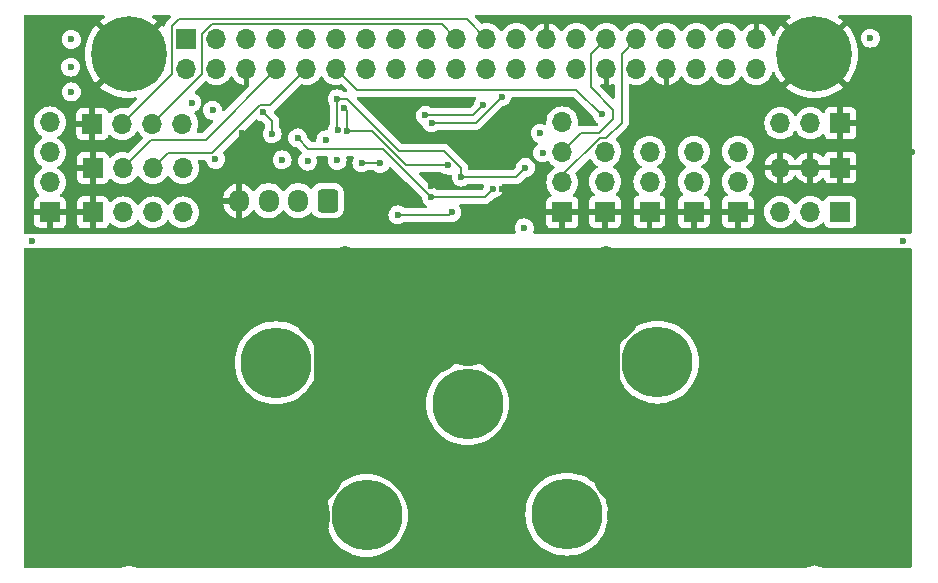
<source format=gbr>
%TF.GenerationSoftware,KiCad,Pcbnew,8.0.7-8.0.7-0~ubuntu24.04.1*%
%TF.CreationDate,2025-02-07T15:23:20+01:00*%
%TF.ProjectId,drn2,64726e32-2e6b-4696-9361-645f70636258,rev?*%
%TF.SameCoordinates,Original*%
%TF.FileFunction,Copper,L3,Inr*%
%TF.FilePolarity,Positive*%
%FSLAX46Y46*%
G04 Gerber Fmt 4.6, Leading zero omitted, Abs format (unit mm)*
G04 Created by KiCad (PCBNEW 8.0.7-8.0.7-0~ubuntu24.04.1) date 2025-02-07 15:23:20*
%MOMM*%
%LPD*%
G01*
G04 APERTURE LIST*
G04 Aperture macros list*
%AMRoundRect*
0 Rectangle with rounded corners*
0 $1 Rounding radius*
0 $2 $3 $4 $5 $6 $7 $8 $9 X,Y pos of 4 corners*
0 Add a 4 corners polygon primitive as box body*
4,1,4,$2,$3,$4,$5,$6,$7,$8,$9,$2,$3,0*
0 Add four circle primitives for the rounded corners*
1,1,$1+$1,$2,$3*
1,1,$1+$1,$4,$5*
1,1,$1+$1,$6,$7*
1,1,$1+$1,$8,$9*
0 Add four rect primitives between the rounded corners*
20,1,$1+$1,$2,$3,$4,$5,0*
20,1,$1+$1,$4,$5,$6,$7,0*
20,1,$1+$1,$6,$7,$8,$9,0*
20,1,$1+$1,$8,$9,$2,$3,0*%
G04 Aperture macros list end*
%TA.AperFunction,ComponentPad*%
%ADD10R,1.700000X1.700000*%
%TD*%
%TA.AperFunction,ComponentPad*%
%ADD11O,1.700000X1.700000*%
%TD*%
%TA.AperFunction,ComponentPad*%
%ADD12RoundRect,1.500000X-1.500000X1.500000X-1.500000X-1.500000X1.500000X-1.500000X1.500000X1.500000X0*%
%TD*%
%TA.AperFunction,ComponentPad*%
%ADD13C,6.000000*%
%TD*%
%TA.AperFunction,ComponentPad*%
%ADD14RoundRect,1.500000X0.000000X2.121320X-2.121320X0.000000X0.000000X-2.121320X2.121320X0.000000X0*%
%TD*%
%TA.AperFunction,ComponentPad*%
%ADD15RoundRect,1.500000X1.500000X1.500000X-1.500000X1.500000X-1.500000X-1.500000X1.500000X-1.500000X0*%
%TD*%
%TA.AperFunction,ComponentPad*%
%ADD16RoundRect,0.250000X0.600000X0.725000X-0.600000X0.725000X-0.600000X-0.725000X0.600000X-0.725000X0*%
%TD*%
%TA.AperFunction,ComponentPad*%
%ADD17O,1.700000X1.950000*%
%TD*%
%TA.AperFunction,ComponentPad*%
%ADD18C,0.800000*%
%TD*%
%TA.AperFunction,ComponentPad*%
%ADD19C,6.400000*%
%TD*%
%TA.AperFunction,ComponentPad*%
%ADD20RoundRect,1.500000X-2.121320X0.000000X0.000000X-2.121320X2.121320X0.000000X0.000000X2.121320X0*%
%TD*%
%TA.AperFunction,ComponentPad*%
%ADD21RoundRect,1.500000X-1.500000X-1.500000X1.500000X-1.500000X1.500000X1.500000X-1.500000X1.500000X0*%
%TD*%
%TA.AperFunction,ViaPad*%
%ADD22C,0.600000*%
%TD*%
%TA.AperFunction,Conductor*%
%ADD23C,5.000000*%
%TD*%
%TA.AperFunction,Conductor*%
%ADD24C,2.000000*%
%TD*%
%TA.AperFunction,Conductor*%
%ADD25C,3.000000*%
%TD*%
%TA.AperFunction,Conductor*%
%ADD26C,7.500000*%
%TD*%
%TA.AperFunction,Conductor*%
%ADD27C,0.200000*%
%TD*%
G04 APERTURE END LIST*
D10*
%TO.N,GND*%
%TO.C,J3*%
X131350000Y-161140000D03*
D11*
%TO.N,/5V*%
X131350000Y-158600000D03*
%TO.N,Net-(J3-Pin_3)*%
X131350000Y-156060000D03*
%TD*%
D12*
%TO.N,GND*%
%TO.C,J3_F2_BAT1*%
X112200000Y-170200000D03*
D13*
%TO.N,/11.1*%
X112200000Y-177400000D03*
%TD*%
D14*
%TO.N,GND*%
%TO.C,J4_M0_MOT0*%
X101067857Y-168832144D03*
D13*
%TO.N,/11.1*%
X95976688Y-173923313D03*
%TD*%
D10*
%TO.N,GND*%
%TO.C,J1*%
X135100000Y-161140000D03*
D11*
%TO.N,/5V*%
X135100000Y-158600000D03*
%TO.N,Net-(J1-Pin_3)*%
X135100000Y-156060000D03*
%TD*%
D15*
%TO.N,GND*%
%TO.C,J4_M3_MOT3*%
X127800000Y-186750000D03*
D13*
%TO.N,/11.1*%
X120600000Y-186750000D03*
%TD*%
D10*
%TO.N,GND*%
%TO.C,SPI1*%
X80430000Y-153700000D03*
D11*
%TO.N,Net-(RPI2-MISO0{slash}GPIO9)*%
X82970000Y-153700000D03*
%TO.N,Net-(RPI2-MOSI0{slash}GPIO10)*%
X85510000Y-153700000D03*
%TO.N,/5V*%
X88050000Y-153700000D03*
%TD*%
%TO.N,Net-(J2-Pin_4)*%
%TO.C,J2*%
X76825000Y-153580000D03*
%TO.N,Net-(J2-Pin_3)*%
X76825000Y-156120000D03*
%TO.N,Net-(J2-Pin_2)*%
X76825000Y-158660000D03*
D10*
%TO.N,GND*%
X76825000Y-161200000D03*
%TD*%
%TO.N,GND*%
%TO.C,I2C1*%
X80480000Y-161200000D03*
D11*
%TO.N,Net-(I2C1-Pin_2)*%
X83020000Y-161200000D03*
%TO.N,Net-(I2C1-Pin_3)*%
X85560000Y-161200000D03*
%TO.N,/5V*%
X88100000Y-161200000D03*
%TD*%
D10*
%TO.N,GND*%
%TO.C,J4*%
X127600000Y-161140000D03*
D11*
%TO.N,/5V*%
X127600000Y-158600000D03*
%TO.N,Net-(J4-Pin_3)*%
X127600000Y-156060000D03*
%TD*%
D16*
%TO.N,Net-(J2-Pin_4)*%
%TO.C,J9*%
X100350000Y-160200000D03*
D17*
%TO.N,Net-(J2-Pin_3)*%
X97850000Y-160200000D03*
%TO.N,Net-(J2-Pin_2)*%
X95350000Y-160200000D03*
%TO.N,GND*%
X92850000Y-160200000D03*
%TD*%
D18*
%TO.N,GND*%
%TO.C,GND2*%
X81100000Y-147800000D03*
X81802944Y-146102944D03*
X81802944Y-149497056D03*
X83500000Y-145400000D03*
D19*
X83500000Y-147800000D03*
D18*
X83500000Y-150200000D03*
X85197056Y-146102944D03*
X85197056Y-149497056D03*
X85900000Y-147800000D03*
%TD*%
D10*
%TO.N,GND*%
%TO.C,GND1*%
X143750000Y-157400000D03*
D11*
X141210000Y-157400000D03*
X138670000Y-157400000D03*
%TD*%
D10*
%TO.N,/5V*%
%TO.C,5V1*%
X143750000Y-161150000D03*
D11*
X141210000Y-161150000D03*
X138670000Y-161150000D03*
%TD*%
D10*
%TO.N,Net-(MAN1-AIN0)*%
%TO.C,RPI2*%
X88395000Y-146505000D03*
D11*
%TO.N,/5V*%
X88395000Y-149045000D03*
%TO.N,Net-(I2C1-Pin_3)*%
X90935000Y-146505000D03*
%TO.N,/5V*%
X90935000Y-149045000D03*
%TO.N,Net-(I2C1-Pin_2)*%
X93475000Y-146505000D03*
%TO.N,GND*%
X93475000Y-149045000D03*
%TO.N,Net-(IMU1-DEN_A{slash}G)*%
X96015000Y-146505000D03*
%TO.N,Net-(RPI2-GPIO14{slash}TXD)*%
X96015000Y-149045000D03*
%TO.N,GND*%
X98555000Y-146505000D03*
%TO.N,Net-(RPI2-GPIO15{slash}RXD)*%
X98555000Y-149045000D03*
%TO.N,Net-(IMU1-INT2_A{slash}G)*%
X101095000Y-146505000D03*
%TO.N,Net-(J7-Pin_3)*%
X101095000Y-149045000D03*
%TO.N,Net-(IMU1-INT1_A{slash}G)*%
X103635000Y-146505000D03*
%TO.N,GND*%
X103635000Y-149045000D03*
%TO.N,Net-(IMU1-DRDY_M)*%
X106175000Y-146505000D03*
%TO.N,Net-(IMU1-INT_M)*%
X106175000Y-149045000D03*
%TO.N,Net-(MAN1-AIN0)*%
X108715000Y-146505000D03*
%TO.N,Net-(IMU1-CS_M)*%
X108715000Y-149045000D03*
%TO.N,Net-(RPI2-MOSI0{slash}GPIO10)*%
X111255000Y-146505000D03*
%TO.N,GND*%
X111255000Y-149045000D03*
%TO.N,Net-(RPI2-MISO0{slash}GPIO9)*%
X113795000Y-146505000D03*
%TO.N,unconnected-(RPI2-GPIO25-Pad22)*%
X113795000Y-149045000D03*
%TO.N,Net-(MAN1-ALERT{slash}RDY)*%
X116335000Y-146505000D03*
%TO.N,Net-(MAN1-ADDR)*%
X116335000Y-149045000D03*
%TO.N,GND*%
X118875000Y-146505000D03*
%TO.N,Net-(IMU1-CS_A{slash}G)*%
X118875000Y-149045000D03*
%TO.N,Net-(IMU1-SDO_M)*%
X121415000Y-146505000D03*
%TO.N,Net-(IMU1-SDO_A{slash}G)*%
X121415000Y-149045000D03*
%TO.N,Net-(RPI2-GCLK1{slash}GPIO5)*%
X123955000Y-146505000D03*
%TO.N,GND*%
X123955000Y-149045000D03*
%TO.N,Net-(RPI2-GCLK2{slash}GPIO6)*%
X126495000Y-146505000D03*
%TO.N,Net-(J4-Pin_3)*%
X126495000Y-149045000D03*
%TO.N,Net-(J3-Pin_3)*%
X129035000Y-146505000D03*
%TO.N,GND*%
X129035000Y-149045000D03*
%TO.N,Net-(J1-Pin_3)*%
X131575000Y-146505000D03*
%TO.N,Net-(RPI2-GPIO16)*%
X131575000Y-149045000D03*
%TO.N,Net-(J37-Pin_3)*%
X134115000Y-146505000D03*
%TO.N,Net-(RPI2-GPIO20{slash}MOSI1)*%
X134115000Y-149045000D03*
%TO.N,GND*%
X136655000Y-146505000D03*
%TO.N,Net-(RPI2-GPIO21{slash}SCLK1)*%
X136655000Y-149045000D03*
%TD*%
D20*
%TO.N,GND*%
%TO.C,J4_M2_MOT2*%
X123182144Y-168782144D03*
D13*
%TO.N,/11.1*%
X128273313Y-173873313D03*
%TD*%
D10*
%TO.N,GND*%
%TO.C,TOF1*%
X120215000Y-161200000D03*
D11*
%TO.N,Net-(RPI2-GCLK2{slash}GPIO6)*%
X120215000Y-158660000D03*
%TO.N,Net-(RPI2-GCLK1{slash}GPIO5)*%
X120215000Y-156120000D03*
%TO.N,/5V*%
X120215000Y-153580000D03*
%TD*%
D18*
%TO.N,GND*%
%TO.C,GND3*%
X81100000Y-187800000D03*
X81802944Y-186102944D03*
X81802944Y-189497056D03*
X83500000Y-185400000D03*
D19*
X83500000Y-187800000D03*
D18*
X83500000Y-190200000D03*
X85197056Y-186102944D03*
X85197056Y-189497056D03*
X85900000Y-187800000D03*
%TD*%
D10*
%TO.N,GND*%
%TO.C,J7*%
X123850000Y-161140000D03*
D11*
%TO.N,/5V*%
X123850000Y-158600000D03*
%TO.N,Net-(J7-Pin_3)*%
X123850000Y-156060000D03*
%TD*%
D10*
%TO.N,GND*%
%TO.C,J37*%
X143760000Y-153650000D03*
D11*
%TO.N,/5V*%
X141220000Y-153650000D03*
%TO.N,Net-(J37-Pin_3)*%
X138680000Y-153650000D03*
%TD*%
D21*
%TO.N,GND*%
%TO.C,J4_M1_MOT1*%
X96450000Y-186850000D03*
D13*
%TO.N,/11.1*%
X103650000Y-186850000D03*
%TD*%
D18*
%TO.N,GND*%
%TO.C,GND4*%
X139150000Y-187800000D03*
X139852944Y-186102944D03*
X139852944Y-189497056D03*
X141550000Y-185400000D03*
D19*
X141550000Y-187800000D03*
D18*
X141550000Y-190200000D03*
X143247056Y-186102944D03*
X143247056Y-189497056D03*
X143950000Y-187800000D03*
%TD*%
%TO.N,GND*%
%TO.C,GND5*%
X139150000Y-147800000D03*
X139852944Y-146102944D03*
X139852944Y-149497056D03*
X141550000Y-145400000D03*
D19*
X141550000Y-147800000D03*
D18*
X141550000Y-150200000D03*
X143247056Y-146102944D03*
X143247056Y-149497056D03*
X143950000Y-147800000D03*
%TD*%
D10*
%TO.N,GND*%
%TO.C,UART1*%
X80480000Y-157450000D03*
D11*
%TO.N,Net-(RPI2-GPIO14{slash}TXD)*%
X83020000Y-157450000D03*
%TO.N,Net-(RPI2-GPIO15{slash}RXD)*%
X85560000Y-157450000D03*
%TO.N,/5V*%
X88100000Y-157450000D03*
%TD*%
D22*
%TO.N,GND*%
X149100000Y-163600000D03*
X75350000Y-163600000D03*
X75700000Y-162700000D03*
X149863636Y-156043344D03*
X77700000Y-190550000D03*
X146700000Y-190550000D03*
X109100000Y-158950000D03*
X93100000Y-154450000D03*
X115137500Y-159200000D03*
X113861816Y-161184839D03*
X146750000Y-145050000D03*
%TO.N,Net-(MAN1-AIN3)*%
X97817362Y-154896853D03*
X109137794Y-159900540D03*
X114350000Y-159200000D03*
%TO.N,Net-(MAN1-AIN2)*%
X110850000Y-161200000D03*
X106305625Y-161409704D03*
%TO.N,/5V*%
X78600000Y-148900000D03*
X78650000Y-146550000D03*
X100200000Y-155050000D03*
X98650000Y-156850000D03*
X104800000Y-157050000D03*
X146300000Y-146450000D03*
X117000000Y-162500000D03*
X101150000Y-156800000D03*
X88850000Y-151900000D03*
X96500000Y-156750000D03*
X118550000Y-156150000D03*
X103250000Y-157000000D03*
X78650000Y-151000000D03*
X118350000Y-154500000D03*
X90600000Y-152550000D03*
%TO.N,Net-(MAN1-ADDR)*%
X108633068Y-152989439D03*
X113525735Y-152125735D03*
%TO.N,Net-(MAN1-AIN0)*%
X95650000Y-154550000D03*
X94873791Y-152699257D03*
%TO.N,Net-(MAN1-ALERT{slash}RDY)*%
X109150000Y-153600000D03*
X115100000Y-151400000D03*
%TO.N,Net-(J7-Pin_3)*%
X123600000Y-152900000D03*
%TO.N,Net-(J2-Pin_4)*%
X90850000Y-156700000D03*
%TO.N,Net-(I2C1-Pin_2)*%
X111650000Y-158200000D03*
X117100000Y-157400000D03*
X101162562Y-151587438D03*
X101200000Y-154200000D03*
%TO.N,Net-(I2C1-Pin_3)*%
X101762562Y-152389439D03*
X110550000Y-157200000D03*
X101994116Y-154296853D03*
%TD*%
D23*
%TO.N,GND*%
X112200000Y-171700000D02*
X112150000Y-171700000D01*
X112200000Y-170200000D02*
X112200000Y-171700000D01*
D24*
X123182144Y-165867856D02*
X123950000Y-165100000D01*
X123182144Y-168782144D02*
X123182144Y-165867856D01*
X122000000Y-167600000D02*
X122000000Y-165200000D01*
X123182144Y-168782144D02*
X122000000Y-167600000D01*
X101067857Y-165832143D02*
X101850000Y-165050000D01*
X101067857Y-168832144D02*
X101067857Y-165832143D01*
X101067857Y-166167857D02*
X100100000Y-165200000D01*
X101067857Y-168832144D02*
X101067857Y-166167857D01*
D23*
X141200000Y-187450000D02*
X141200000Y-184150000D01*
X141550000Y-187800000D02*
X141200000Y-187450000D01*
X128050000Y-188800000D02*
X130150000Y-188800000D01*
X127800000Y-188550000D02*
X128050000Y-188800000D01*
X127800000Y-186750000D02*
X127800000Y-188550000D01*
X127800000Y-186750000D02*
X126300000Y-188250000D01*
X127800000Y-185888982D02*
X125280509Y-183369491D01*
X127800000Y-186750000D02*
X127800000Y-185888982D01*
X96450000Y-185988982D02*
X99144491Y-183294491D01*
X96450000Y-186850000D02*
X96450000Y-185988982D01*
X96450000Y-186850000D02*
X97950000Y-188350000D01*
X95000000Y-188800000D02*
X93650000Y-188800000D01*
X96450000Y-187350000D02*
X95000000Y-188800000D01*
X96450000Y-186850000D02*
X96450000Y-187350000D01*
X83500000Y-183700000D02*
X83650000Y-183550000D01*
X83500000Y-187800000D02*
X83500000Y-183700000D01*
X83500000Y-187800000D02*
X81450000Y-185750000D01*
X96450000Y-186850000D02*
X84450000Y-186850000D01*
X84450000Y-186850000D02*
X83500000Y-187800000D01*
X143247056Y-185852944D02*
X143500000Y-185600000D01*
X143247056Y-186102944D02*
X143247056Y-185852944D01*
X141550000Y-187800000D02*
X143247056Y-186102944D01*
X127800000Y-186750000D02*
X140500000Y-186750000D01*
X140500000Y-186750000D02*
X141550000Y-187800000D01*
X127800000Y-186750000D02*
X130600000Y-183950000D01*
X94200000Y-184600000D02*
X93200000Y-184600000D01*
X96450000Y-186850000D02*
X94200000Y-184600000D01*
D25*
X127167856Y-168782144D02*
X127200000Y-168750000D01*
X123182144Y-168782144D02*
X127167856Y-168782144D01*
X119790975Y-169390975D02*
X119100000Y-168700000D01*
X122573313Y-169390975D02*
X119790975Y-169390975D01*
X104932144Y-168832144D02*
X104950000Y-168850000D01*
X101067857Y-168832144D02*
X104932144Y-168832144D01*
X97117856Y-168832144D02*
X97050000Y-168900000D01*
X101067857Y-168832144D02*
X97117856Y-168832144D01*
D23*
X123182144Y-168782144D02*
X122573313Y-169390975D01*
X122573313Y-169390975D02*
X122573313Y-178523313D01*
X122573313Y-178523313D02*
X127800000Y-183750000D01*
X127800000Y-183750000D02*
X127800000Y-186750000D01*
X101067857Y-168832144D02*
X101067857Y-169767857D01*
X101067857Y-169767857D02*
X101676688Y-170376688D01*
X101676688Y-170376688D02*
X101676688Y-179023312D01*
X101676688Y-179023312D02*
X96450000Y-184250000D01*
X96450000Y-184250000D02*
X96450000Y-186850000D01*
X111338982Y-170200000D02*
X109169491Y-172369491D01*
X112200000Y-170200000D02*
X111338982Y-170200000D01*
X113061018Y-170200000D02*
X115380509Y-172519491D01*
X112200000Y-170200000D02*
X113061018Y-170200000D01*
X112200000Y-170200000D02*
X112250000Y-170250000D01*
X112250000Y-170250000D02*
X112250000Y-170350000D01*
X112200000Y-170200000D02*
X115000000Y-167400000D01*
X112200000Y-170200000D02*
X109250000Y-167250000D01*
X141550000Y-187800000D02*
X140550000Y-188800000D01*
X140550000Y-188800000D02*
X139852944Y-188800000D01*
X141550000Y-187800000D02*
X142550000Y-188800000D01*
X142550000Y-188800000D02*
X143247056Y-188800000D01*
X83500000Y-187800000D02*
X82500000Y-188800000D01*
X82500000Y-188800000D02*
X81802944Y-188800000D01*
X83500000Y-187800000D02*
X84500000Y-188800000D01*
X84500000Y-188800000D02*
X85197056Y-188800000D01*
D26*
X96450000Y-186850000D02*
X96700000Y-186850000D01*
X96700000Y-186850000D02*
X96700000Y-186950000D01*
X127750000Y-186800000D02*
X127750000Y-186850000D01*
X127800000Y-186750000D02*
X127750000Y-186800000D01*
X123250000Y-168850000D02*
X123250000Y-168900000D01*
X123182144Y-168782144D02*
X123250000Y-168850000D01*
X101067856Y-168832144D02*
X101000000Y-168900000D01*
X101067857Y-168832144D02*
X101067856Y-168832144D01*
D27*
%TO.N,Net-(MAN1-AIN3)*%
X98720509Y-155800000D02*
X105050000Y-155800000D01*
X105050000Y-155800000D02*
X109137794Y-159887794D01*
X109137794Y-159887794D02*
X109137794Y-159900540D01*
X97817362Y-154896853D02*
X98720509Y-155800000D01*
X113649460Y-159900540D02*
X114350000Y-159200000D01*
X109137794Y-159900540D02*
X113649460Y-159900540D01*
%TO.N,Net-(MAN1-AIN2)*%
X110640296Y-161409704D02*
X110850000Y-161200000D01*
X106305625Y-161409704D02*
X110640296Y-161409704D01*
%TO.N,/5V*%
X104750000Y-157000000D02*
X104800000Y-157050000D01*
X103250000Y-157000000D02*
X104750000Y-157000000D01*
%TO.N,Net-(MAN1-ADDR)*%
X113525735Y-152125735D02*
X112662031Y-152989439D01*
X112662031Y-152989439D02*
X108633068Y-152989439D01*
%TO.N,Net-(MAN1-AIN0)*%
X94873791Y-152699257D02*
X95650000Y-153475466D01*
X95650000Y-153475466D02*
X95650000Y-154550000D01*
%TO.N,Net-(MAN1-ALERT{slash}RDY)*%
X109150000Y-153600000D02*
X112900000Y-153600000D01*
X112900000Y-153600000D02*
X115100000Y-151400000D01*
%TO.N,Net-(J7-Pin_3)*%
X121400000Y-150800000D02*
X123500000Y-152900000D01*
X101095000Y-149045000D02*
X102850000Y-150800000D01*
X102850000Y-150800000D02*
X121400000Y-150800000D01*
X123500000Y-152900000D02*
X123600000Y-152900000D01*
%TO.N,Net-(RPI2-MOSI0{slash}GPIO10)*%
X110000000Y-145250000D02*
X90563654Y-145250000D01*
X89700000Y-146113654D02*
X89700000Y-149510000D01*
X111255000Y-146505000D02*
X110000000Y-145250000D01*
X90563654Y-145250000D02*
X89700000Y-146113654D01*
X89700000Y-149510000D02*
X85510000Y-153700000D01*
%TO.N,Net-(RPI2-GCLK2{slash}GPIO6)*%
X120215000Y-158068654D02*
X120215000Y-158660000D01*
X123940000Y-154910000D02*
X123373654Y-154910000D01*
X126495000Y-146505000D02*
X125250000Y-147750000D01*
X125250000Y-147750000D02*
X125250000Y-153600000D01*
X125250000Y-153600000D02*
X123940000Y-154910000D01*
X123373654Y-154910000D02*
X120215000Y-158068654D01*
%TO.N,Net-(RPI2-GPIO14{slash}TXD)*%
X90010000Y-155050000D02*
X85420000Y-155050000D01*
X96015000Y-149045000D02*
X90010000Y-155050000D01*
X85420000Y-155050000D02*
X83020000Y-157450000D01*
%TO.N,Net-(RPI2-MISO0{slash}GPIO9)*%
X113795000Y-146505000D02*
X112140000Y-144850000D01*
X112140000Y-144850000D02*
X87750000Y-144850000D01*
X87750000Y-144850000D02*
X87150000Y-145450000D01*
X87150000Y-145450000D02*
X87150000Y-149520000D01*
X87150000Y-149520000D02*
X82970000Y-153700000D01*
%TO.N,Net-(RPI2-GPIO15{slash}RXD)*%
X95500743Y-152099257D02*
X94602214Y-152099257D01*
X90551471Y-156150000D02*
X86860000Y-156150000D01*
X98555000Y-149045000D02*
X95500743Y-152099257D01*
X86860000Y-156150000D02*
X85560000Y-157450000D01*
X94602214Y-152099257D02*
X90551471Y-156150000D01*
%TO.N,Net-(RPI2-GCLK1{slash}GPIO5)*%
X123340000Y-154510000D02*
X121825000Y-154510000D01*
X122650000Y-147810000D02*
X122650000Y-150600000D01*
X124550000Y-152500000D02*
X124550000Y-153300000D01*
X122650000Y-150600000D02*
X124550000Y-152500000D01*
X121825000Y-154510000D02*
X120215000Y-156120000D01*
X124550000Y-153300000D02*
X123340000Y-154510000D01*
X123955000Y-146505000D02*
X122650000Y-147810000D01*
%TO.N,Net-(I2C1-Pin_2)*%
X111650000Y-158200000D02*
X116300000Y-158200000D01*
X101162562Y-151587438D02*
X101162562Y-154162562D01*
X111650000Y-157451471D02*
X111650000Y-158200000D01*
X116300000Y-158200000D02*
X117100000Y-157400000D01*
X106365685Y-155984314D02*
X110182843Y-155984314D01*
X101162562Y-154162562D02*
X101200000Y-154200000D01*
X110182843Y-155984314D02*
X111650000Y-157451471D01*
X101162562Y-151587438D02*
X101968809Y-151587438D01*
X101968809Y-151587438D02*
X106365685Y-155984314D01*
%TO.N,Net-(I2C1-Pin_3)*%
X104112539Y-154296853D02*
X106457843Y-156642157D01*
X107015686Y-157200000D02*
X110550000Y-157200000D01*
X106457843Y-156642157D02*
X107015686Y-157200000D01*
X101994116Y-152620993D02*
X101994116Y-154296853D01*
X101762562Y-152389439D02*
X101994116Y-152620993D01*
X101994116Y-154296853D02*
X104112539Y-154296853D01*
%TD*%
%TA.AperFunction,Conductor*%
%TO.N,GND*%
G36*
X149742539Y-164219685D02*
G01*
X149788294Y-164272489D01*
X149799500Y-164324000D01*
X149799500Y-191175500D01*
X149779815Y-191242539D01*
X149727011Y-191288294D01*
X149675500Y-191299500D01*
X143348294Y-191299500D01*
X143281255Y-191279815D01*
X143235500Y-191227011D01*
X143225556Y-191157853D01*
X143254581Y-191094297D01*
X143291999Y-191065015D01*
X143402543Y-191008689D01*
X143727771Y-190797484D01*
X143727784Y-190797474D01*
X143985348Y-190588902D01*
X142490698Y-189094252D01*
X142592330Y-189020412D01*
X142770412Y-188842330D01*
X142844252Y-188740698D01*
X144338902Y-190235348D01*
X144547474Y-189977784D01*
X144547484Y-189977771D01*
X144758689Y-189652543D01*
X144934755Y-189306994D01*
X145073737Y-188944936D01*
X145174112Y-188570330D01*
X145174113Y-188570323D01*
X145234780Y-188187287D01*
X145255078Y-187800000D01*
X145255078Y-187799999D01*
X145234780Y-187412712D01*
X145174113Y-187029676D01*
X145174112Y-187029669D01*
X145073737Y-186655063D01*
X144934755Y-186293005D01*
X144758689Y-185947456D01*
X144547476Y-185622216D01*
X144547475Y-185622214D01*
X144338902Y-185364650D01*
X142844251Y-186859301D01*
X142770412Y-186757670D01*
X142592330Y-186579588D01*
X142490698Y-186505748D01*
X143985349Y-185011096D01*
X143727785Y-184802525D01*
X143727783Y-184802523D01*
X143402543Y-184591310D01*
X143056994Y-184415244D01*
X142694936Y-184276262D01*
X142320330Y-184175887D01*
X142320323Y-184175886D01*
X141937287Y-184115219D01*
X141550001Y-184094922D01*
X141549999Y-184094922D01*
X141162712Y-184115219D01*
X140779676Y-184175886D01*
X140779669Y-184175887D01*
X140405063Y-184276262D01*
X140043005Y-184415244D01*
X139697456Y-184591310D01*
X139372206Y-184802531D01*
X139114649Y-185011095D01*
X139114649Y-185011096D01*
X140609301Y-186505748D01*
X140507670Y-186579588D01*
X140329588Y-186757670D01*
X140255748Y-186859301D01*
X138761096Y-185364649D01*
X138761095Y-185364649D01*
X138552531Y-185622206D01*
X138341310Y-185947456D01*
X138165244Y-186293005D01*
X138026262Y-186655063D01*
X137925887Y-187029669D01*
X137925886Y-187029676D01*
X137865219Y-187412712D01*
X137844922Y-187799999D01*
X137844922Y-187800000D01*
X137865219Y-188187287D01*
X137925886Y-188570323D01*
X137925887Y-188570330D01*
X138026262Y-188944936D01*
X138165244Y-189306994D01*
X138341310Y-189652543D01*
X138552523Y-189977783D01*
X138552525Y-189977785D01*
X138761096Y-190235348D01*
X140255747Y-188740697D01*
X140329588Y-188842330D01*
X140507670Y-189020412D01*
X140609301Y-189094251D01*
X139114650Y-190588902D01*
X139372214Y-190797475D01*
X139372216Y-190797476D01*
X139697456Y-191008689D01*
X139808001Y-191065015D01*
X139858797Y-191112990D01*
X139875592Y-191180811D01*
X139853055Y-191246945D01*
X139798340Y-191290397D01*
X139751706Y-191299500D01*
X85298294Y-191299500D01*
X85231255Y-191279815D01*
X85185500Y-191227011D01*
X85175556Y-191157853D01*
X85204581Y-191094297D01*
X85241999Y-191065015D01*
X85352543Y-191008689D01*
X85677771Y-190797484D01*
X85677784Y-190797474D01*
X85935348Y-190588902D01*
X84440698Y-189094252D01*
X84542330Y-189020412D01*
X84720412Y-188842330D01*
X84794252Y-188740698D01*
X86288902Y-190235348D01*
X86497474Y-189977784D01*
X86497484Y-189977771D01*
X86708689Y-189652543D01*
X86884755Y-189306994D01*
X87023737Y-188944936D01*
X87124112Y-188570330D01*
X87124113Y-188570323D01*
X87184780Y-188187287D01*
X87205078Y-187800000D01*
X87205078Y-187799999D01*
X87184780Y-187412712D01*
X87124113Y-187029676D01*
X87124112Y-187029669D01*
X87023737Y-186655063D01*
X86884755Y-186293005D01*
X86708689Y-185947456D01*
X86497476Y-185622216D01*
X86497475Y-185622214D01*
X86288902Y-185364650D01*
X84794251Y-186859301D01*
X84720412Y-186757670D01*
X84542330Y-186579588D01*
X84440698Y-186505748D01*
X85667882Y-185278563D01*
X92950000Y-185278563D01*
X92950000Y-186600000D01*
X94213498Y-186600000D01*
X94200000Y-186702527D01*
X94200000Y-186997473D01*
X94213498Y-187100000D01*
X92950000Y-187100000D01*
X92950000Y-188421436D01*
X92965300Y-188635362D01*
X93026109Y-188914895D01*
X93126091Y-189182958D01*
X93263191Y-189434038D01*
X93263192Y-189434039D01*
X93434639Y-189663065D01*
X93434649Y-189663077D01*
X93636922Y-189865350D01*
X93636934Y-189865360D01*
X93865960Y-190036807D01*
X93865961Y-190036808D01*
X94117042Y-190173908D01*
X94117041Y-190173908D01*
X94385104Y-190273890D01*
X94664637Y-190334699D01*
X94878563Y-190349999D01*
X94878566Y-190350000D01*
X96200000Y-190350000D01*
X96200000Y-189086502D01*
X96302527Y-189100000D01*
X96597473Y-189100000D01*
X96700000Y-189086502D01*
X96700000Y-190350000D01*
X98021434Y-190350000D01*
X98021436Y-190349999D01*
X98235362Y-190334699D01*
X98514895Y-190273890D01*
X98782958Y-190173908D01*
X99034038Y-190036808D01*
X99034039Y-190036807D01*
X99263065Y-189865360D01*
X99263077Y-189865350D01*
X99465350Y-189663077D01*
X99465360Y-189663065D01*
X99636807Y-189434039D01*
X99636808Y-189434038D01*
X99773908Y-189182958D01*
X99873890Y-188914895D01*
X99934699Y-188635362D01*
X99949999Y-188421436D01*
X99950000Y-188421434D01*
X99950000Y-187441472D01*
X99969685Y-187374433D01*
X100022489Y-187328678D01*
X100091647Y-187318734D01*
X100155203Y-187347759D01*
X100192977Y-187406537D01*
X100196472Y-187422073D01*
X100221295Y-187578794D01*
X100314308Y-187925923D01*
X100316260Y-187933206D01*
X100447746Y-188275739D01*
X100614320Y-188602656D01*
X100814147Y-188910364D01*
X100964075Y-189095509D01*
X101045051Y-189195506D01*
X101304494Y-189454949D01*
X101304498Y-189454952D01*
X101589635Y-189685852D01*
X101897343Y-189885679D01*
X101897348Y-189885682D01*
X102224264Y-190052255D01*
X102521439Y-190166329D01*
X102541135Y-190173890D01*
X102566801Y-190183742D01*
X102921206Y-190278705D01*
X103283596Y-190336102D01*
X103629734Y-190354241D01*
X103649999Y-190355304D01*
X103650000Y-190355304D01*
X103650001Y-190355304D01*
X103669203Y-190354297D01*
X104016404Y-190336102D01*
X104378794Y-190278705D01*
X104733199Y-190183742D01*
X105075736Y-190052255D01*
X105402652Y-189885682D01*
X105710366Y-189685851D01*
X105995506Y-189454949D01*
X106254949Y-189195506D01*
X106485851Y-188910366D01*
X106685682Y-188602652D01*
X106852255Y-188275736D01*
X106983742Y-187933199D01*
X107078705Y-187578794D01*
X107136102Y-187216404D01*
X107155304Y-186850000D01*
X107150063Y-186749999D01*
X117094696Y-186749999D01*
X117094696Y-186750000D01*
X117113898Y-187116405D01*
X117130624Y-187222008D01*
X117171295Y-187478794D01*
X117198088Y-187578788D01*
X117266260Y-187833206D01*
X117397746Y-188175739D01*
X117564320Y-188502656D01*
X117764147Y-188810364D01*
X117917712Y-189000000D01*
X117995051Y-189095506D01*
X118254494Y-189354949D01*
X118352161Y-189434038D01*
X118539635Y-189585852D01*
X118847343Y-189785679D01*
X118847348Y-189785682D01*
X119174264Y-189952255D01*
X119516801Y-190083742D01*
X119871206Y-190178705D01*
X120233596Y-190236102D01*
X120579734Y-190254241D01*
X120599999Y-190255304D01*
X120600000Y-190255304D01*
X120600001Y-190255304D01*
X120619203Y-190254297D01*
X120966404Y-190236102D01*
X121328794Y-190178705D01*
X121683199Y-190083742D01*
X122025736Y-189952255D01*
X122352652Y-189785682D01*
X122660366Y-189585851D01*
X122945506Y-189354949D01*
X123204949Y-189095506D01*
X123435851Y-188810366D01*
X123635682Y-188502652D01*
X123802255Y-188175736D01*
X123933742Y-187833199D01*
X124028705Y-187478794D01*
X124053527Y-187322073D01*
X124083456Y-187258939D01*
X124142768Y-187222008D01*
X124212630Y-187223006D01*
X124270863Y-187261616D01*
X124298977Y-187325579D01*
X124300000Y-187341472D01*
X124300000Y-188321436D01*
X124315300Y-188535362D01*
X124376109Y-188814895D01*
X124476091Y-189082958D01*
X124613191Y-189334038D01*
X124613192Y-189334039D01*
X124784639Y-189563065D01*
X124784649Y-189563077D01*
X124986922Y-189765350D01*
X124986934Y-189765360D01*
X125215960Y-189936807D01*
X125215961Y-189936808D01*
X125467042Y-190073908D01*
X125467041Y-190073908D01*
X125735104Y-190173890D01*
X126014637Y-190234699D01*
X126228563Y-190249999D01*
X126228566Y-190250000D01*
X127550000Y-190250000D01*
X127550000Y-188986502D01*
X127652527Y-189000000D01*
X127947473Y-189000000D01*
X128050000Y-188986502D01*
X128050000Y-190250000D01*
X129371434Y-190250000D01*
X129371436Y-190249999D01*
X129585362Y-190234699D01*
X129864895Y-190173890D01*
X130132958Y-190073908D01*
X130384038Y-189936808D01*
X130384039Y-189936807D01*
X130613065Y-189765360D01*
X130613077Y-189765350D01*
X130815350Y-189563077D01*
X130815360Y-189563065D01*
X130986807Y-189334039D01*
X130986808Y-189334038D01*
X131123908Y-189082958D01*
X131223890Y-188814895D01*
X131284699Y-188535362D01*
X131299999Y-188321436D01*
X131300000Y-188321434D01*
X131300000Y-187000000D01*
X130036502Y-187000000D01*
X130050000Y-186897473D01*
X130050000Y-186602527D01*
X130036502Y-186500000D01*
X131300000Y-186500000D01*
X131300000Y-185178566D01*
X131299999Y-185178563D01*
X131284699Y-184964637D01*
X131223890Y-184685104D01*
X131123908Y-184417041D01*
X130986808Y-184165961D01*
X130986807Y-184165960D01*
X130815360Y-183936934D01*
X130815350Y-183936922D01*
X130613077Y-183734649D01*
X130613065Y-183734639D01*
X130384039Y-183563192D01*
X130384038Y-183563191D01*
X130132957Y-183426091D01*
X130132958Y-183426091D01*
X129864895Y-183326109D01*
X129585362Y-183265300D01*
X129371436Y-183250000D01*
X128050000Y-183250000D01*
X128050000Y-184513497D01*
X127947473Y-184500000D01*
X127652527Y-184500000D01*
X127550000Y-184513497D01*
X127550000Y-183250000D01*
X126228563Y-183250000D01*
X126014637Y-183265300D01*
X125735104Y-183326109D01*
X125467041Y-183426091D01*
X125215961Y-183563191D01*
X125215960Y-183563192D01*
X124986934Y-183734639D01*
X124986922Y-183734649D01*
X124784649Y-183936922D01*
X124784639Y-183936934D01*
X124613192Y-184165960D01*
X124613191Y-184165961D01*
X124476091Y-184417041D01*
X124376109Y-184685104D01*
X124315300Y-184964637D01*
X124300000Y-185178563D01*
X124300000Y-186158527D01*
X124280315Y-186225566D01*
X124227511Y-186271321D01*
X124158353Y-186281265D01*
X124094797Y-186252240D01*
X124057023Y-186193462D01*
X124053527Y-186177925D01*
X124044543Y-186121206D01*
X124028705Y-186021206D01*
X123933742Y-185666801D01*
X123802255Y-185324264D01*
X123635682Y-184997348D01*
X123635679Y-184997343D01*
X123435852Y-184689635D01*
X123204952Y-184404498D01*
X123204949Y-184404494D01*
X122945506Y-184145051D01*
X122783853Y-184014147D01*
X122660364Y-183914147D01*
X122352656Y-183714320D01*
X122025739Y-183547746D01*
X121683206Y-183416260D01*
X121683199Y-183416258D01*
X121328794Y-183321295D01*
X121328790Y-183321294D01*
X121328789Y-183321294D01*
X120966405Y-183263898D01*
X120600001Y-183244696D01*
X120599999Y-183244696D01*
X120233594Y-183263898D01*
X119871211Y-183321294D01*
X119871209Y-183321294D01*
X119516793Y-183416260D01*
X119174260Y-183547746D01*
X118847343Y-183714320D01*
X118539635Y-183914147D01*
X118254498Y-184145047D01*
X118254490Y-184145054D01*
X117995054Y-184404490D01*
X117995047Y-184404498D01*
X117764147Y-184689635D01*
X117564320Y-184997343D01*
X117397746Y-185324260D01*
X117266260Y-185666793D01*
X117171294Y-186021209D01*
X117171294Y-186021211D01*
X117113898Y-186383594D01*
X117094696Y-186749999D01*
X107150063Y-186749999D01*
X107136102Y-186483596D01*
X107078705Y-186121206D01*
X106983742Y-185766801D01*
X106852255Y-185424264D01*
X106685682Y-185097348D01*
X106685679Y-185097343D01*
X106485852Y-184789635D01*
X106254952Y-184504498D01*
X106254949Y-184504494D01*
X105995506Y-184245051D01*
X105910096Y-184175887D01*
X105710364Y-184014147D01*
X105402656Y-183814320D01*
X105075739Y-183647746D01*
X104733206Y-183516260D01*
X104733199Y-183516258D01*
X104378794Y-183421295D01*
X104378790Y-183421294D01*
X104378789Y-183421294D01*
X104016405Y-183363898D01*
X103650001Y-183344696D01*
X103649999Y-183344696D01*
X103283594Y-183363898D01*
X102921211Y-183421294D01*
X102921209Y-183421294D01*
X102566793Y-183516260D01*
X102224260Y-183647746D01*
X101897343Y-183814320D01*
X101589635Y-184014147D01*
X101304498Y-184245047D01*
X101304490Y-184245054D01*
X101045054Y-184504490D01*
X101045047Y-184504498D01*
X100814147Y-184789635D01*
X100614320Y-185097343D01*
X100447746Y-185424260D01*
X100316260Y-185766793D01*
X100221294Y-186121209D01*
X100221294Y-186121211D01*
X100196473Y-186277925D01*
X100166544Y-186341060D01*
X100107232Y-186377991D01*
X100037370Y-186376993D01*
X99979137Y-186338383D01*
X99951023Y-186274419D01*
X99950000Y-186258527D01*
X99950000Y-185278566D01*
X99949999Y-185278563D01*
X99934699Y-185064637D01*
X99873890Y-184785104D01*
X99773908Y-184517041D01*
X99636808Y-184265961D01*
X99636807Y-184265960D01*
X99465360Y-184036934D01*
X99465350Y-184036922D01*
X99263077Y-183834649D01*
X99263065Y-183834639D01*
X99034039Y-183663192D01*
X99034038Y-183663191D01*
X98782957Y-183526091D01*
X98782958Y-183526091D01*
X98514895Y-183426109D01*
X98235362Y-183365300D01*
X98021436Y-183350000D01*
X96700000Y-183350000D01*
X96700000Y-184613497D01*
X96597473Y-184600000D01*
X96302527Y-184600000D01*
X96200000Y-184613497D01*
X96200000Y-183350000D01*
X94878563Y-183350000D01*
X94664637Y-183365300D01*
X94385104Y-183426109D01*
X94117041Y-183526091D01*
X93865961Y-183663191D01*
X93865960Y-183663192D01*
X93636934Y-183834639D01*
X93636922Y-183834649D01*
X93434649Y-184036922D01*
X93434639Y-184036934D01*
X93263192Y-184265960D01*
X93263191Y-184265961D01*
X93126091Y-184517041D01*
X93026109Y-184785104D01*
X92965300Y-185064637D01*
X92950000Y-185278563D01*
X85667882Y-185278563D01*
X85935349Y-185011096D01*
X85677785Y-184802525D01*
X85677783Y-184802523D01*
X85352543Y-184591310D01*
X85006994Y-184415244D01*
X84644936Y-184276262D01*
X84270330Y-184175887D01*
X84270323Y-184175886D01*
X83887287Y-184115219D01*
X83500001Y-184094922D01*
X83499999Y-184094922D01*
X83112712Y-184115219D01*
X82729676Y-184175886D01*
X82729669Y-184175887D01*
X82355063Y-184276262D01*
X81993005Y-184415244D01*
X81647456Y-184591310D01*
X81322206Y-184802531D01*
X81064649Y-185011095D01*
X81064649Y-185011096D01*
X82559301Y-186505748D01*
X82457670Y-186579588D01*
X82279588Y-186757670D01*
X82205748Y-186859301D01*
X80711096Y-185364649D01*
X80711095Y-185364649D01*
X80502531Y-185622206D01*
X80291310Y-185947456D01*
X80115244Y-186293005D01*
X79976262Y-186655063D01*
X79875887Y-187029669D01*
X79875886Y-187029676D01*
X79815219Y-187412712D01*
X79794922Y-187799999D01*
X79794922Y-187800000D01*
X79815219Y-188187287D01*
X79875886Y-188570323D01*
X79875887Y-188570330D01*
X79976262Y-188944936D01*
X80115244Y-189306994D01*
X80291310Y-189652543D01*
X80502523Y-189977783D01*
X80502525Y-189977785D01*
X80711096Y-190235348D01*
X82205747Y-188740697D01*
X82279588Y-188842330D01*
X82457670Y-189020412D01*
X82559301Y-189094251D01*
X81064650Y-190588902D01*
X81322214Y-190797475D01*
X81322216Y-190797476D01*
X81647456Y-191008689D01*
X81758001Y-191065015D01*
X81808797Y-191112990D01*
X81825592Y-191180811D01*
X81803055Y-191246945D01*
X81748340Y-191290397D01*
X81701706Y-191299500D01*
X74724500Y-191299500D01*
X74657461Y-191279815D01*
X74611706Y-191227011D01*
X74600500Y-191175500D01*
X74600500Y-173923313D01*
X92471384Y-173923313D01*
X92490586Y-174289717D01*
X92547983Y-174652107D01*
X92629548Y-174956512D01*
X92642948Y-175006519D01*
X92774434Y-175349052D01*
X92941008Y-175675969D01*
X93140835Y-175983677D01*
X93140837Y-175983679D01*
X93371739Y-176268819D01*
X93631182Y-176528262D01*
X93631186Y-176528265D01*
X93916323Y-176759165D01*
X94147042Y-176908995D01*
X94224036Y-176958995D01*
X94550952Y-177125568D01*
X94893489Y-177257055D01*
X95247894Y-177352018D01*
X95610284Y-177409415D01*
X95956422Y-177427554D01*
X95976687Y-177428617D01*
X95976688Y-177428617D01*
X95976689Y-177428617D01*
X95995891Y-177427610D01*
X96343092Y-177409415D01*
X96402542Y-177399999D01*
X108694696Y-177399999D01*
X108694696Y-177400000D01*
X108713898Y-177766405D01*
X108771294Y-178128788D01*
X108771294Y-178128790D01*
X108866260Y-178483206D01*
X108997746Y-178825739D01*
X109164320Y-179152656D01*
X109364147Y-179460364D01*
X109364149Y-179460366D01*
X109595051Y-179745506D01*
X109854494Y-180004949D01*
X109854498Y-180004952D01*
X110139635Y-180235852D01*
X110447343Y-180435679D01*
X110447348Y-180435682D01*
X110774264Y-180602255D01*
X111116801Y-180733742D01*
X111471206Y-180828705D01*
X111833596Y-180886102D01*
X112179734Y-180904241D01*
X112199999Y-180905304D01*
X112200000Y-180905304D01*
X112200001Y-180905304D01*
X112219203Y-180904297D01*
X112566404Y-180886102D01*
X112928794Y-180828705D01*
X113283199Y-180733742D01*
X113625736Y-180602255D01*
X113952652Y-180435682D01*
X114260366Y-180235851D01*
X114545506Y-180004949D01*
X114804949Y-179745506D01*
X115035851Y-179460366D01*
X115235682Y-179152652D01*
X115402255Y-178825736D01*
X115533742Y-178483199D01*
X115628705Y-178128794D01*
X115686102Y-177766404D01*
X115705304Y-177400000D01*
X115686102Y-177033596D01*
X115628705Y-176671206D01*
X115533742Y-176316801D01*
X115402255Y-175974264D01*
X115235682Y-175647348D01*
X115235679Y-175647343D01*
X115035852Y-175339635D01*
X114804952Y-175054498D01*
X114804949Y-175054494D01*
X114545506Y-174795051D01*
X114368978Y-174652101D01*
X114260364Y-174564147D01*
X113952656Y-174364320D01*
X113625739Y-174197746D01*
X113283206Y-174066260D01*
X113283199Y-174066258D01*
X112928794Y-173971295D01*
X112928790Y-173971294D01*
X112928789Y-173971294D01*
X112772074Y-173946473D01*
X112708939Y-173916544D01*
X112672008Y-173857232D01*
X112673006Y-173787370D01*
X112711616Y-173729137D01*
X112775579Y-173701023D01*
X112791472Y-173700000D01*
X113771434Y-173700000D01*
X113771436Y-173699999D01*
X113985362Y-173684699D01*
X114264895Y-173623890D01*
X114532958Y-173523908D01*
X114784038Y-173386808D01*
X114784039Y-173386807D01*
X115013065Y-173215360D01*
X115013077Y-173215350D01*
X115215350Y-173013077D01*
X115215360Y-173013065D01*
X115386807Y-172784039D01*
X115386808Y-172784038D01*
X115523908Y-172532958D01*
X115623890Y-172264895D01*
X115684699Y-171985362D01*
X115699999Y-171771436D01*
X115700000Y-171771434D01*
X115700000Y-170450000D01*
X114436502Y-170450000D01*
X114450000Y-170347473D01*
X114450000Y-170052527D01*
X114436502Y-169950000D01*
X115700000Y-169950000D01*
X115700000Y-168639102D01*
X119060824Y-168639102D01*
X119060824Y-168925185D01*
X119101536Y-169208355D01*
X119101539Y-169208365D01*
X119182138Y-169482857D01*
X119300981Y-169743090D01*
X119300984Y-169743096D01*
X119455650Y-169983760D01*
X119596090Y-170145835D01*
X119596113Y-170145860D01*
X120530493Y-171080240D01*
X121423921Y-170186812D01*
X121486875Y-170268855D01*
X121695433Y-170477413D01*
X121777475Y-170540366D01*
X120884047Y-171433794D01*
X121818427Y-172368174D01*
X121818452Y-172368197D01*
X121980527Y-172508637D01*
X122221191Y-172663303D01*
X122221197Y-172663306D01*
X122481430Y-172782149D01*
X122755922Y-172862748D01*
X122755932Y-172862751D01*
X123039102Y-172903463D01*
X123039104Y-172903464D01*
X123325184Y-172903464D01*
X123325185Y-172903463D01*
X123608355Y-172862751D01*
X123608365Y-172862748D01*
X123882857Y-172782149D01*
X124143090Y-172663306D01*
X124143096Y-172663303D01*
X124383760Y-172508637D01*
X124545835Y-172368197D01*
X124545860Y-172368174D01*
X125226302Y-171687732D01*
X125287625Y-171654247D01*
X125357316Y-171659231D01*
X125413250Y-171701102D01*
X125437667Y-171766567D01*
X125422815Y-171834840D01*
X125417978Y-171842948D01*
X125237633Y-172120656D01*
X125071059Y-172447573D01*
X124939573Y-172790106D01*
X124844607Y-173144522D01*
X124844607Y-173144524D01*
X124787211Y-173506907D01*
X124768852Y-173857232D01*
X124768009Y-173873313D01*
X124787211Y-174239717D01*
X124844608Y-174602107D01*
X124896307Y-174795051D01*
X124939573Y-174956519D01*
X125071059Y-175299052D01*
X125237633Y-175625969D01*
X125437460Y-175933677D01*
X125477951Y-175983679D01*
X125668364Y-176218819D01*
X125927807Y-176478262D01*
X125927811Y-176478265D01*
X126212948Y-176709165D01*
X126289942Y-176759165D01*
X126520661Y-176908995D01*
X126847577Y-177075568D01*
X127190114Y-177207055D01*
X127544519Y-177302018D01*
X127906909Y-177359415D01*
X128253047Y-177377554D01*
X128273312Y-177378617D01*
X128273313Y-177378617D01*
X128273314Y-177378617D01*
X128292516Y-177377610D01*
X128639717Y-177359415D01*
X129002107Y-177302018D01*
X129356512Y-177207055D01*
X129699049Y-177075568D01*
X130025965Y-176908995D01*
X130333679Y-176709164D01*
X130618819Y-176478262D01*
X130878262Y-176218819D01*
X131109164Y-175933679D01*
X131308995Y-175625965D01*
X131475568Y-175299049D01*
X131607055Y-174956512D01*
X131702018Y-174602107D01*
X131759415Y-174239717D01*
X131778617Y-173873313D01*
X131759415Y-173506909D01*
X131702018Y-173144519D01*
X131607055Y-172790114D01*
X131475568Y-172447577D01*
X131308995Y-172120661D01*
X131308992Y-172120656D01*
X131109165Y-171812948D01*
X130878265Y-171527811D01*
X130878262Y-171527807D01*
X130618819Y-171268364D01*
X130395424Y-171087462D01*
X130333677Y-171037460D01*
X130025969Y-170837633D01*
X129699052Y-170671059D01*
X129356519Y-170539573D01*
X129356512Y-170539571D01*
X129002107Y-170444608D01*
X129002103Y-170444607D01*
X129002102Y-170444607D01*
X128639718Y-170387211D01*
X128273314Y-170368009D01*
X128273312Y-170368009D01*
X127906907Y-170387211D01*
X127544524Y-170444607D01*
X127544522Y-170444607D01*
X127190106Y-170539573D01*
X126847573Y-170671059D01*
X126520656Y-170837633D01*
X126242948Y-171017978D01*
X126176003Y-171037982D01*
X126108871Y-171018616D01*
X126062865Y-170966030D01*
X126052593Y-170896920D01*
X126081315Y-170833227D01*
X126087732Y-170826302D01*
X126768174Y-170145860D01*
X126768197Y-170145835D01*
X126908637Y-169983760D01*
X127063303Y-169743096D01*
X127063306Y-169743090D01*
X127182149Y-169482857D01*
X127262748Y-169208365D01*
X127262751Y-169208355D01*
X127303463Y-168925185D01*
X127303464Y-168925184D01*
X127303464Y-168639104D01*
X127303463Y-168639102D01*
X127262751Y-168355932D01*
X127262748Y-168355922D01*
X127182149Y-168081430D01*
X127063306Y-167821197D01*
X127063303Y-167821191D01*
X126908637Y-167580527D01*
X126768197Y-167418452D01*
X126768174Y-167418427D01*
X125833794Y-166484047D01*
X125833793Y-166484047D01*
X124940366Y-167377474D01*
X124877413Y-167295433D01*
X124668855Y-167086875D01*
X124586812Y-167023921D01*
X125480240Y-166130493D01*
X124545860Y-165196113D01*
X124545835Y-165196090D01*
X124383760Y-165055650D01*
X124143096Y-164900984D01*
X124143090Y-164900981D01*
X123882857Y-164782138D01*
X123608365Y-164701539D01*
X123608355Y-164701536D01*
X123325185Y-164660824D01*
X123039102Y-164660824D01*
X122755932Y-164701536D01*
X122755922Y-164701539D01*
X122481430Y-164782138D01*
X122221197Y-164900981D01*
X122221191Y-164900984D01*
X121980527Y-165055650D01*
X121818445Y-165196096D01*
X121818419Y-165196120D01*
X120884047Y-166130492D01*
X120884047Y-166130493D01*
X121777475Y-167023921D01*
X121695433Y-167086875D01*
X121486875Y-167295433D01*
X121423921Y-167377475D01*
X120530493Y-166484047D01*
X120530492Y-166484047D01*
X119596120Y-167418419D01*
X119596096Y-167418445D01*
X119455650Y-167580527D01*
X119300984Y-167821191D01*
X119300981Y-167821197D01*
X119182138Y-168081430D01*
X119101539Y-168355922D01*
X119101536Y-168355932D01*
X119060824Y-168639102D01*
X115700000Y-168639102D01*
X115700000Y-168628566D01*
X115699999Y-168628563D01*
X115684699Y-168414637D01*
X115623890Y-168135104D01*
X115523908Y-167867041D01*
X115386808Y-167615961D01*
X115386807Y-167615960D01*
X115215360Y-167386934D01*
X115215350Y-167386922D01*
X115013077Y-167184649D01*
X115013065Y-167184639D01*
X114784039Y-167013192D01*
X114784038Y-167013191D01*
X114532957Y-166876091D01*
X114532958Y-166876091D01*
X114264895Y-166776109D01*
X113985362Y-166715300D01*
X113771436Y-166700000D01*
X112450000Y-166700000D01*
X112450000Y-167963497D01*
X112347473Y-167950000D01*
X112052527Y-167950000D01*
X111950000Y-167963497D01*
X111950000Y-166700000D01*
X110628563Y-166700000D01*
X110414637Y-166715300D01*
X110135104Y-166776109D01*
X109867041Y-166876091D01*
X109615961Y-167013191D01*
X109615960Y-167013192D01*
X109386934Y-167184639D01*
X109386922Y-167184649D01*
X109184649Y-167386922D01*
X109184639Y-167386934D01*
X109013192Y-167615960D01*
X109013191Y-167615961D01*
X108876091Y-167867041D01*
X108776109Y-168135104D01*
X108715300Y-168414637D01*
X108700000Y-168628563D01*
X108700000Y-169950000D01*
X109963498Y-169950000D01*
X109950000Y-170052527D01*
X109950000Y-170347473D01*
X109963498Y-170450000D01*
X108700000Y-170450000D01*
X108700000Y-171771436D01*
X108715300Y-171985362D01*
X108776109Y-172264895D01*
X108876091Y-172532958D01*
X109013191Y-172784038D01*
X109013192Y-172784039D01*
X109184639Y-173013065D01*
X109184649Y-173013077D01*
X109386922Y-173215350D01*
X109386934Y-173215360D01*
X109615960Y-173386807D01*
X109615961Y-173386808D01*
X109867042Y-173523908D01*
X109867041Y-173523908D01*
X110135104Y-173623890D01*
X110414637Y-173684699D01*
X110628563Y-173699999D01*
X110628566Y-173700000D01*
X111608528Y-173700000D01*
X111675567Y-173719685D01*
X111721322Y-173772489D01*
X111731266Y-173841647D01*
X111702241Y-173905203D01*
X111643463Y-173942977D01*
X111627926Y-173946473D01*
X111471211Y-173971294D01*
X111471209Y-173971294D01*
X111116793Y-174066260D01*
X110774260Y-174197746D01*
X110447343Y-174364320D01*
X110139635Y-174564147D01*
X109854498Y-174795047D01*
X109854490Y-174795054D01*
X109595054Y-175054490D01*
X109595047Y-175054498D01*
X109364147Y-175339635D01*
X109164320Y-175647343D01*
X108997746Y-175974260D01*
X108866260Y-176316793D01*
X108771294Y-176671209D01*
X108771294Y-176671211D01*
X108713898Y-177033594D01*
X108694696Y-177399999D01*
X96402542Y-177399999D01*
X96705482Y-177352018D01*
X97059887Y-177257055D01*
X97402424Y-177125568D01*
X97729340Y-176958995D01*
X98037054Y-176759164D01*
X98322194Y-176528262D01*
X98581637Y-176268819D01*
X98812539Y-175983679D01*
X99012370Y-175675965D01*
X99178943Y-175349049D01*
X99310430Y-175006512D01*
X99405393Y-174652107D01*
X99462790Y-174289717D01*
X99481992Y-173923313D01*
X99462790Y-173556909D01*
X99405393Y-173194519D01*
X99310430Y-172840114D01*
X99178943Y-172497577D01*
X99012370Y-172170661D01*
X98832022Y-171892948D01*
X98812018Y-171826003D01*
X98831384Y-171758871D01*
X98883969Y-171712865D01*
X98953080Y-171702593D01*
X99016773Y-171731315D01*
X99023698Y-171737732D01*
X99704140Y-172418174D01*
X99704165Y-172418197D01*
X99866240Y-172558637D01*
X100106904Y-172713303D01*
X100106910Y-172713306D01*
X100367143Y-172832149D01*
X100641635Y-172912748D01*
X100641645Y-172912751D01*
X100924815Y-172953463D01*
X100924817Y-172953464D01*
X101210897Y-172953464D01*
X101210898Y-172953463D01*
X101494068Y-172912751D01*
X101494078Y-172912748D01*
X101768570Y-172832149D01*
X102028803Y-172713306D01*
X102028809Y-172713303D01*
X102269473Y-172558637D01*
X102431548Y-172418197D01*
X102431573Y-172418174D01*
X103365953Y-171483794D01*
X103365953Y-171483793D01*
X102472525Y-170590366D01*
X102554568Y-170527413D01*
X102763126Y-170318855D01*
X102826079Y-170236812D01*
X103719507Y-171130240D01*
X104653887Y-170195860D01*
X104653910Y-170195835D01*
X104794350Y-170033760D01*
X104949016Y-169793096D01*
X104949019Y-169793090D01*
X105067862Y-169532857D01*
X105148461Y-169258365D01*
X105148464Y-169258355D01*
X105189176Y-168975185D01*
X105189177Y-168975184D01*
X105189177Y-168689104D01*
X105189176Y-168689102D01*
X105148464Y-168405932D01*
X105148461Y-168405922D01*
X105067862Y-168131430D01*
X104949019Y-167871197D01*
X104949016Y-167871191D01*
X104794350Y-167630527D01*
X104653910Y-167468452D01*
X104653887Y-167468427D01*
X103719507Y-166534047D01*
X102826079Y-167427474D01*
X102763126Y-167345433D01*
X102554568Y-167136875D01*
X102472525Y-167073921D01*
X103365953Y-166180493D01*
X102431573Y-165246113D01*
X102431548Y-165246090D01*
X102269473Y-165105650D01*
X102028809Y-164950984D01*
X102028803Y-164950981D01*
X101768570Y-164832138D01*
X101494078Y-164751539D01*
X101494068Y-164751536D01*
X101210898Y-164710824D01*
X100924815Y-164710824D01*
X100641645Y-164751536D01*
X100641635Y-164751539D01*
X100367143Y-164832138D01*
X100106910Y-164950981D01*
X100106904Y-164950984D01*
X99866240Y-165105650D01*
X99704158Y-165246096D01*
X99704132Y-165246120D01*
X98769760Y-166180493D01*
X99663188Y-167073921D01*
X99581146Y-167136875D01*
X99372588Y-167345433D01*
X99309634Y-167427475D01*
X98416206Y-166534047D01*
X98416205Y-166534047D01*
X97481833Y-167468419D01*
X97481809Y-167468445D01*
X97341363Y-167630527D01*
X97186697Y-167871191D01*
X97186694Y-167871197D01*
X97067851Y-168131430D01*
X96987252Y-168405922D01*
X96987249Y-168405932D01*
X96946537Y-168689102D01*
X96946537Y-168975185D01*
X96987249Y-169258355D01*
X96987252Y-169258365D01*
X97067851Y-169532857D01*
X97186694Y-169793090D01*
X97186697Y-169793096D01*
X97341363Y-170033760D01*
X97481803Y-170195835D01*
X97481826Y-170195860D01*
X98162268Y-170876302D01*
X98195753Y-170937625D01*
X98190769Y-171007317D01*
X98148897Y-171063250D01*
X98083433Y-171087667D01*
X98015160Y-171072815D01*
X98007052Y-171067978D01*
X97729344Y-170887633D01*
X97402427Y-170721059D01*
X97059894Y-170589573D01*
X97059887Y-170589571D01*
X96705482Y-170494608D01*
X96705478Y-170494607D01*
X96705477Y-170494607D01*
X96343093Y-170437211D01*
X95976689Y-170418009D01*
X95976687Y-170418009D01*
X95610282Y-170437211D01*
X95247899Y-170494607D01*
X95247897Y-170494607D01*
X94893481Y-170589573D01*
X94550948Y-170721059D01*
X94224031Y-170887633D01*
X93916323Y-171087460D01*
X93631186Y-171318360D01*
X93631178Y-171318367D01*
X93371742Y-171577803D01*
X93371735Y-171577811D01*
X93140835Y-171862948D01*
X92941008Y-172170656D01*
X92774434Y-172497573D01*
X92642948Y-172840106D01*
X92547982Y-173194522D01*
X92547982Y-173194524D01*
X92498506Y-173506907D01*
X92490586Y-173556909D01*
X92471384Y-173923313D01*
X74600500Y-173923313D01*
X74600500Y-164324000D01*
X74620185Y-164256961D01*
X74672989Y-164211206D01*
X74724500Y-164200000D01*
X149675500Y-164200000D01*
X149742539Y-164219685D01*
G37*
%TD.AperFunction*%
%TD*%
%TA.AperFunction,Conductor*%
%TO.N,GND*%
G36*
X140744075Y-157207007D02*
G01*
X140710000Y-157334174D01*
X140710000Y-157465826D01*
X140744075Y-157592993D01*
X140776988Y-157650000D01*
X139103012Y-157650000D01*
X139135925Y-157592993D01*
X139170000Y-157465826D01*
X139170000Y-157334174D01*
X139135925Y-157207007D01*
X139103012Y-157150000D01*
X140776988Y-157150000D01*
X140744075Y-157207007D01*
G37*
%TD.AperFunction*%
%TA.AperFunction,Conductor*%
G36*
X143284075Y-157207007D02*
G01*
X143250000Y-157334174D01*
X143250000Y-157465826D01*
X143284075Y-157592993D01*
X143316988Y-157650000D01*
X141643012Y-157650000D01*
X141675925Y-157592993D01*
X141710000Y-157465826D01*
X141710000Y-157334174D01*
X141675925Y-157207007D01*
X141643012Y-157150000D01*
X143316988Y-157150000D01*
X143284075Y-157207007D01*
G37*
%TD.AperFunction*%
%TA.AperFunction,Conductor*%
G36*
X81435715Y-144520185D02*
G01*
X81481470Y-144572989D01*
X81491414Y-144642147D01*
X81462389Y-144705703D01*
X81436212Y-144728495D01*
X81322202Y-144802534D01*
X81064649Y-145011095D01*
X81064649Y-145011096D01*
X82439693Y-146386140D01*
X82473178Y-146447463D01*
X82468194Y-146517155D01*
X82439694Y-146561502D01*
X82285136Y-146716060D01*
X82276786Y-146727553D01*
X82221454Y-146770216D01*
X82151841Y-146776192D01*
X82090047Y-146743584D01*
X82088790Y-146742344D01*
X80711096Y-145364649D01*
X80711095Y-145364649D01*
X80502531Y-145622206D01*
X80291310Y-145947456D01*
X80115244Y-146293005D01*
X79976262Y-146655063D01*
X79875887Y-147029669D01*
X79875886Y-147029676D01*
X79815219Y-147412712D01*
X79794922Y-147799999D01*
X79794922Y-147800000D01*
X79815219Y-148187287D01*
X79875886Y-148570323D01*
X79875887Y-148570330D01*
X79976262Y-148944936D01*
X80115244Y-149306994D01*
X80291310Y-149652543D01*
X80502523Y-149977783D01*
X80502525Y-149977785D01*
X80711096Y-150235348D01*
X82111139Y-148835305D01*
X82172462Y-148801820D01*
X82242154Y-148806804D01*
X82263957Y-148820816D01*
X82279588Y-148842330D01*
X82457670Y-149020412D01*
X82475570Y-149033417D01*
X82498178Y-149074820D01*
X82493194Y-149144512D01*
X82464693Y-149188859D01*
X81064649Y-150588902D01*
X81322214Y-150797475D01*
X81322216Y-150797476D01*
X81647456Y-151008689D01*
X81993005Y-151184755D01*
X82355063Y-151323737D01*
X82729669Y-151424112D01*
X82729676Y-151424113D01*
X83112712Y-151484780D01*
X83499999Y-151505078D01*
X83500001Y-151505078D01*
X83887285Y-151484780D01*
X84043488Y-151460040D01*
X84112782Y-151468994D01*
X84166234Y-151513990D01*
X84186874Y-151580742D01*
X84168149Y-151648055D01*
X84150568Y-151670194D01*
X83453530Y-152367233D01*
X83392207Y-152400718D01*
X83333756Y-152399327D01*
X83205413Y-152364938D01*
X83205403Y-152364936D01*
X82970001Y-152344341D01*
X82969999Y-152344341D01*
X82734596Y-152364936D01*
X82734586Y-152364938D01*
X82506344Y-152426094D01*
X82506335Y-152426098D01*
X82292171Y-152525964D01*
X82292169Y-152525965D01*
X82098600Y-152661503D01*
X81976284Y-152783819D01*
X81914961Y-152817303D01*
X81845269Y-152812319D01*
X81789336Y-152770447D01*
X81772421Y-152739470D01*
X81723354Y-152607913D01*
X81723350Y-152607906D01*
X81637190Y-152492812D01*
X81637187Y-152492809D01*
X81522093Y-152406649D01*
X81522086Y-152406645D01*
X81387379Y-152356403D01*
X81387372Y-152356401D01*
X81327844Y-152350000D01*
X80680000Y-152350000D01*
X80680000Y-153266988D01*
X80622993Y-153234075D01*
X80495826Y-153200000D01*
X80364174Y-153200000D01*
X80237007Y-153234075D01*
X80180000Y-153266988D01*
X80180000Y-152350000D01*
X79532155Y-152350000D01*
X79472627Y-152356401D01*
X79472620Y-152356403D01*
X79337913Y-152406645D01*
X79337906Y-152406649D01*
X79222812Y-152492809D01*
X79222809Y-152492812D01*
X79136649Y-152607906D01*
X79136645Y-152607913D01*
X79086403Y-152742620D01*
X79086401Y-152742627D01*
X79080000Y-152802155D01*
X79080000Y-153450000D01*
X79996988Y-153450000D01*
X79964075Y-153507007D01*
X79930000Y-153634174D01*
X79930000Y-153765826D01*
X79964075Y-153892993D01*
X79996988Y-153950000D01*
X79080000Y-153950000D01*
X79080000Y-154597844D01*
X79086401Y-154657372D01*
X79086403Y-154657379D01*
X79136645Y-154792086D01*
X79136649Y-154792093D01*
X79222809Y-154907187D01*
X79222812Y-154907190D01*
X79337906Y-154993350D01*
X79337913Y-154993354D01*
X79472620Y-155043596D01*
X79472627Y-155043598D01*
X79532155Y-155049999D01*
X79532172Y-155050000D01*
X80180000Y-155050000D01*
X80180000Y-154133012D01*
X80237007Y-154165925D01*
X80364174Y-154200000D01*
X80495826Y-154200000D01*
X80622993Y-154165925D01*
X80680000Y-154133012D01*
X80680000Y-155050000D01*
X81327828Y-155050000D01*
X81327844Y-155049999D01*
X81387372Y-155043598D01*
X81387379Y-155043596D01*
X81522086Y-154993354D01*
X81522093Y-154993350D01*
X81637187Y-154907190D01*
X81637190Y-154907187D01*
X81723350Y-154792093D01*
X81723354Y-154792086D01*
X81772422Y-154660529D01*
X81814293Y-154604595D01*
X81879757Y-154580178D01*
X81948030Y-154595030D01*
X81976285Y-154616181D01*
X82098599Y-154738495D01*
X82166582Y-154786097D01*
X82292165Y-154874032D01*
X82292167Y-154874033D01*
X82292170Y-154874035D01*
X82506337Y-154973903D01*
X82506343Y-154973904D01*
X82506344Y-154973905D01*
X82547980Y-154985061D01*
X82734592Y-155035063D01*
X82905319Y-155050000D01*
X82969999Y-155055659D01*
X82970000Y-155055659D01*
X82970001Y-155055659D01*
X83034681Y-155050000D01*
X83205408Y-155035063D01*
X83433663Y-154973903D01*
X83647830Y-154874035D01*
X83841401Y-154738495D01*
X84008495Y-154571401D01*
X84138425Y-154385842D01*
X84193002Y-154342217D01*
X84262500Y-154335023D01*
X84324855Y-154366546D01*
X84341575Y-154385842D01*
X84467849Y-154566181D01*
X84471505Y-154571401D01*
X84638599Y-154738495D01*
X84660865Y-154754086D01*
X84704489Y-154808659D01*
X84711683Y-154878158D01*
X84680161Y-154940513D01*
X84677422Y-154943340D01*
X83503530Y-156117233D01*
X83442207Y-156150718D01*
X83383756Y-156149327D01*
X83255413Y-156114938D01*
X83255403Y-156114936D01*
X83020001Y-156094341D01*
X83019999Y-156094341D01*
X82784596Y-156114936D01*
X82784586Y-156114938D01*
X82556344Y-156176094D01*
X82556335Y-156176098D01*
X82342171Y-156275964D01*
X82342169Y-156275965D01*
X82148600Y-156411503D01*
X82026284Y-156533819D01*
X81964961Y-156567303D01*
X81895269Y-156562319D01*
X81839336Y-156520447D01*
X81822421Y-156489470D01*
X81773354Y-156357913D01*
X81773350Y-156357906D01*
X81687190Y-156242812D01*
X81687187Y-156242809D01*
X81572093Y-156156649D01*
X81572086Y-156156645D01*
X81437379Y-156106403D01*
X81437372Y-156106401D01*
X81377844Y-156100000D01*
X80730000Y-156100000D01*
X80730000Y-157016988D01*
X80672993Y-156984075D01*
X80545826Y-156950000D01*
X80414174Y-156950000D01*
X80287007Y-156984075D01*
X80230000Y-157016988D01*
X80230000Y-156100000D01*
X79582155Y-156100000D01*
X79522627Y-156106401D01*
X79522620Y-156106403D01*
X79387913Y-156156645D01*
X79387906Y-156156649D01*
X79272812Y-156242809D01*
X79272809Y-156242812D01*
X79186649Y-156357906D01*
X79186645Y-156357913D01*
X79136403Y-156492620D01*
X79136401Y-156492627D01*
X79130000Y-156552155D01*
X79130000Y-157200000D01*
X80046988Y-157200000D01*
X80014075Y-157257007D01*
X79980000Y-157384174D01*
X79980000Y-157515826D01*
X80014075Y-157642993D01*
X80046988Y-157700000D01*
X79130000Y-157700000D01*
X79130000Y-158347844D01*
X79136401Y-158407372D01*
X79136403Y-158407379D01*
X79186645Y-158542086D01*
X79186649Y-158542093D01*
X79272809Y-158657187D01*
X79272812Y-158657190D01*
X79387906Y-158743350D01*
X79387913Y-158743354D01*
X79522620Y-158793596D01*
X79522627Y-158793598D01*
X79582155Y-158799999D01*
X79582172Y-158800000D01*
X80230000Y-158800000D01*
X80230000Y-157883012D01*
X80287007Y-157915925D01*
X80414174Y-157950000D01*
X80545826Y-157950000D01*
X80672993Y-157915925D01*
X80730000Y-157883012D01*
X80730000Y-158800000D01*
X81377828Y-158800000D01*
X81377844Y-158799999D01*
X81437372Y-158793598D01*
X81437379Y-158793596D01*
X81572086Y-158743354D01*
X81572093Y-158743350D01*
X81687187Y-158657190D01*
X81687190Y-158657187D01*
X81773350Y-158542093D01*
X81773354Y-158542086D01*
X81822422Y-158410529D01*
X81864293Y-158354595D01*
X81929757Y-158330178D01*
X81998030Y-158345030D01*
X82026285Y-158366181D01*
X82148599Y-158488495D01*
X82225135Y-158542086D01*
X82342165Y-158624032D01*
X82342167Y-158624033D01*
X82342170Y-158624035D01*
X82556337Y-158723903D01*
X82556343Y-158723904D01*
X82556344Y-158723905D01*
X82597752Y-158735000D01*
X82784592Y-158785063D01*
X82955319Y-158800000D01*
X83019999Y-158805659D01*
X83020000Y-158805659D01*
X83020001Y-158805659D01*
X83071594Y-158801145D01*
X83255408Y-158785063D01*
X83483663Y-158723903D01*
X83697830Y-158624035D01*
X83891401Y-158488495D01*
X84058495Y-158321401D01*
X84188425Y-158135842D01*
X84243002Y-158092217D01*
X84312500Y-158085023D01*
X84374855Y-158116546D01*
X84391575Y-158135842D01*
X84521500Y-158321395D01*
X84521505Y-158321401D01*
X84688599Y-158488495D01*
X84765135Y-158542086D01*
X84882165Y-158624032D01*
X84882167Y-158624033D01*
X84882170Y-158624035D01*
X85096337Y-158723903D01*
X85096343Y-158723904D01*
X85096344Y-158723905D01*
X85137752Y-158735000D01*
X85324592Y-158785063D01*
X85495319Y-158800000D01*
X85559999Y-158805659D01*
X85560000Y-158805659D01*
X85560001Y-158805659D01*
X85611594Y-158801145D01*
X85795408Y-158785063D01*
X86023663Y-158723903D01*
X86237830Y-158624035D01*
X86431401Y-158488495D01*
X86598495Y-158321401D01*
X86728425Y-158135842D01*
X86783002Y-158092217D01*
X86852500Y-158085023D01*
X86914855Y-158116546D01*
X86931575Y-158135842D01*
X87061500Y-158321395D01*
X87061505Y-158321401D01*
X87228599Y-158488495D01*
X87305135Y-158542086D01*
X87422165Y-158624032D01*
X87422167Y-158624033D01*
X87422170Y-158624035D01*
X87636337Y-158723903D01*
X87636343Y-158723904D01*
X87636344Y-158723905D01*
X87677752Y-158735000D01*
X87864592Y-158785063D01*
X88035319Y-158800000D01*
X88099999Y-158805659D01*
X88100000Y-158805659D01*
X88100001Y-158805659D01*
X88151594Y-158801145D01*
X88335408Y-158785063D01*
X88563663Y-158723903D01*
X88777830Y-158624035D01*
X88971401Y-158488495D01*
X89138495Y-158321401D01*
X89274035Y-158127830D01*
X89373903Y-157913663D01*
X89435063Y-157685408D01*
X89455659Y-157450000D01*
X89454521Y-157436998D01*
X89447108Y-157352262D01*
X89435063Y-157214592D01*
X89377563Y-156999996D01*
X89373905Y-156986344D01*
X89373902Y-156986335D01*
X89356959Y-156950000D01*
X89346188Y-156926904D01*
X89335697Y-156857828D01*
X89364217Y-156794044D01*
X89422693Y-156755804D01*
X89458571Y-156750500D01*
X89939311Y-156750500D01*
X90006350Y-156770185D01*
X90052105Y-156822989D01*
X90062531Y-156860615D01*
X90064630Y-156879250D01*
X90064631Y-156879254D01*
X90124211Y-157049523D01*
X90192682Y-157158493D01*
X90220184Y-157202262D01*
X90347738Y-157329816D01*
X90429937Y-157381465D01*
X90483076Y-157414855D01*
X90500478Y-157425789D01*
X90654878Y-157479816D01*
X90670745Y-157485368D01*
X90670750Y-157485369D01*
X90849996Y-157505565D01*
X90850000Y-157505565D01*
X90850004Y-157505565D01*
X91029249Y-157485369D01*
X91029252Y-157485368D01*
X91029255Y-157485368D01*
X91199522Y-157425789D01*
X91352262Y-157329816D01*
X91479816Y-157202262D01*
X91575789Y-157049522D01*
X91635368Y-156879255D01*
X91635369Y-156879249D01*
X91649932Y-156749996D01*
X95694435Y-156749996D01*
X95694435Y-156750003D01*
X95714630Y-156929249D01*
X95714631Y-156929254D01*
X95774211Y-157099523D01*
X95850384Y-157220750D01*
X95870184Y-157252262D01*
X95997738Y-157379816D01*
X96080112Y-157431575D01*
X96148991Y-157474855D01*
X96150478Y-157475789D01*
X96235573Y-157505565D01*
X96320745Y-157535368D01*
X96320750Y-157535369D01*
X96499996Y-157555565D01*
X96500000Y-157555565D01*
X96500004Y-157555565D01*
X96679249Y-157535369D01*
X96679252Y-157535368D01*
X96679255Y-157535368D01*
X96849522Y-157475789D01*
X97002262Y-157379816D01*
X97129816Y-157252262D01*
X97225789Y-157099522D01*
X97285368Y-156929255D01*
X97285633Y-156926905D01*
X97305565Y-156750003D01*
X97305565Y-156749996D01*
X97285369Y-156570750D01*
X97285368Y-156570745D01*
X97267729Y-156520337D01*
X97225789Y-156400478D01*
X97197466Y-156355403D01*
X97147552Y-156275965D01*
X97129816Y-156247738D01*
X97002262Y-156120184D01*
X96993913Y-156114938D01*
X96849523Y-156024211D01*
X96679254Y-155964631D01*
X96679249Y-155964630D01*
X96500004Y-155944435D01*
X96499996Y-155944435D01*
X96320750Y-155964630D01*
X96320745Y-155964631D01*
X96150476Y-156024211D01*
X95997737Y-156120184D01*
X95870184Y-156247737D01*
X95774211Y-156400476D01*
X95714631Y-156570745D01*
X95714630Y-156570750D01*
X95694435Y-156749996D01*
X91649932Y-156749996D01*
X91655565Y-156700003D01*
X91655565Y-156699996D01*
X91635369Y-156520750D01*
X91635368Y-156520745D01*
X91627942Y-156499522D01*
X91575789Y-156350478D01*
X91575788Y-156350477D01*
X91575787Y-156350473D01*
X91483479Y-156203567D01*
X91464478Y-156136331D01*
X91484845Y-156069496D01*
X91500786Y-156049919D01*
X94209781Y-153340924D01*
X94271102Y-153307441D01*
X94340794Y-153312425D01*
X94365115Y-153326192D01*
X94365633Y-153325368D01*
X94371528Y-153329072D01*
X94371529Y-153329073D01*
X94524269Y-153425046D01*
X94694536Y-153484625D01*
X94781460Y-153494418D01*
X94845871Y-153521483D01*
X94855256Y-153529957D01*
X95013181Y-153687882D01*
X95046666Y-153749205D01*
X95049500Y-153775563D01*
X95049500Y-153967587D01*
X95029815Y-154034626D01*
X95022450Y-154044896D01*
X95020186Y-154047734D01*
X94924211Y-154200476D01*
X94864631Y-154370745D01*
X94864630Y-154370750D01*
X94844435Y-154549996D01*
X94844435Y-154550003D01*
X94864630Y-154729249D01*
X94864631Y-154729254D01*
X94924211Y-154899523D01*
X95003699Y-155026026D01*
X95020184Y-155052262D01*
X95147738Y-155179816D01*
X95220904Y-155225789D01*
X95253667Y-155246376D01*
X95300478Y-155275789D01*
X95362216Y-155297392D01*
X95470745Y-155335368D01*
X95470750Y-155335369D01*
X95649996Y-155355565D01*
X95650000Y-155355565D01*
X95650004Y-155355565D01*
X95829249Y-155335369D01*
X95829252Y-155335368D01*
X95829255Y-155335368D01*
X95999522Y-155275789D01*
X96152262Y-155179816D01*
X96279816Y-155052262D01*
X96375789Y-154899522D01*
X96435368Y-154729255D01*
X96435369Y-154729249D01*
X96455565Y-154550003D01*
X96455565Y-154549996D01*
X96435369Y-154370750D01*
X96435368Y-154370745D01*
X96407890Y-154292217D01*
X96375789Y-154200478D01*
X96279816Y-154047738D01*
X96279814Y-154047736D01*
X96279813Y-154047734D01*
X96277550Y-154044896D01*
X96276659Y-154042715D01*
X96276111Y-154041842D01*
X96276264Y-154041745D01*
X96251144Y-153980209D01*
X96250500Y-153967587D01*
X96250500Y-153396411D01*
X96250500Y-153396409D01*
X96246243Y-153380519D01*
X96209577Y-153243681D01*
X96176469Y-153186337D01*
X96130520Y-153106750D01*
X96018716Y-152994946D01*
X96018715Y-152994945D01*
X96014385Y-152990615D01*
X96014374Y-152990605D01*
X95815145Y-152791376D01*
X95781660Y-152730053D01*
X95786644Y-152660361D01*
X95828516Y-152604428D01*
X95840820Y-152596311D01*
X95869459Y-152579777D01*
X95981263Y-152467973D01*
X95981263Y-152467971D01*
X95991467Y-152457768D01*
X95991470Y-152457763D01*
X98071470Y-150377764D01*
X98132791Y-150344281D01*
X98191242Y-150345672D01*
X98239043Y-150358480D01*
X98319592Y-150380063D01*
X98507918Y-150396539D01*
X98554999Y-150400659D01*
X98555000Y-150400659D01*
X98555001Y-150400659D01*
X98594234Y-150397226D01*
X98790408Y-150380063D01*
X99018663Y-150318903D01*
X99232830Y-150219035D01*
X99426401Y-150083495D01*
X99593495Y-149916401D01*
X99723425Y-149730842D01*
X99778002Y-149687217D01*
X99847500Y-149680023D01*
X99909855Y-149711546D01*
X99926575Y-149730842D01*
X100056500Y-149916395D01*
X100056505Y-149916401D01*
X100223599Y-150083495D01*
X100276996Y-150120884D01*
X100417165Y-150219032D01*
X100417167Y-150219033D01*
X100417170Y-150219035D01*
X100631337Y-150318903D01*
X100631343Y-150318904D01*
X100631344Y-150318905D01*
X100662089Y-150327143D01*
X100859592Y-150380063D01*
X101047918Y-150396539D01*
X101094999Y-150400659D01*
X101095000Y-150400659D01*
X101095001Y-150400659D01*
X101134234Y-150397226D01*
X101330408Y-150380063D01*
X101458757Y-150345672D01*
X101528606Y-150347335D01*
X101578531Y-150377766D01*
X101976020Y-150775256D01*
X102009505Y-150836579D01*
X102004521Y-150906271D01*
X101962649Y-150962204D01*
X101897185Y-150986621D01*
X101888339Y-150986937D01*
X101882156Y-150986937D01*
X101882140Y-150986938D01*
X101744974Y-150986938D01*
X101677935Y-150967253D01*
X101667659Y-150959883D01*
X101664825Y-150957623D01*
X101664824Y-150957622D01*
X101608058Y-150921953D01*
X101512085Y-150861649D01*
X101341816Y-150802069D01*
X101341811Y-150802068D01*
X101162566Y-150781873D01*
X101162558Y-150781873D01*
X100983312Y-150802068D01*
X100983307Y-150802069D01*
X100813038Y-150861649D01*
X100660299Y-150957622D01*
X100532746Y-151085175D01*
X100436773Y-151237914D01*
X100377193Y-151408183D01*
X100377192Y-151408188D01*
X100356997Y-151587434D01*
X100356997Y-151587441D01*
X100377192Y-151766687D01*
X100377193Y-151766692D01*
X100436773Y-151936961D01*
X100495118Y-152029815D01*
X100526182Y-152079254D01*
X100532747Y-152089701D01*
X100535007Y-152092535D01*
X100535896Y-152094713D01*
X100536451Y-152095596D01*
X100536296Y-152095693D01*
X100561417Y-152157221D01*
X100562062Y-152169850D01*
X100562062Y-153674939D01*
X100543056Y-153740911D01*
X100474211Y-153850476D01*
X100414631Y-154020745D01*
X100414630Y-154020749D01*
X100400936Y-154142290D01*
X100373869Y-154206704D01*
X100316274Y-154246259D01*
X100263834Y-154251626D01*
X100200005Y-154244435D01*
X100199996Y-154244435D01*
X100020750Y-154264630D01*
X100020745Y-154264631D01*
X99850476Y-154324211D01*
X99697737Y-154420184D01*
X99570184Y-154547737D01*
X99474211Y-154700476D01*
X99414631Y-154870745D01*
X99414630Y-154870750D01*
X99394435Y-155049996D01*
X99394435Y-155049998D01*
X99395744Y-155061614D01*
X99383691Y-155130436D01*
X99336343Y-155181816D01*
X99272524Y-155199500D01*
X99020607Y-155199500D01*
X98953568Y-155179815D01*
X98932926Y-155163181D01*
X98648062Y-154878318D01*
X98614577Y-154816995D01*
X98612525Y-154804539D01*
X98602730Y-154717598D01*
X98543151Y-154547331D01*
X98447178Y-154394591D01*
X98319624Y-154267037D01*
X98283653Y-154244435D01*
X98166885Y-154171064D01*
X97996616Y-154111484D01*
X97996611Y-154111483D01*
X97817366Y-154091288D01*
X97817358Y-154091288D01*
X97638112Y-154111483D01*
X97638107Y-154111484D01*
X97467838Y-154171064D01*
X97315099Y-154267037D01*
X97187546Y-154394590D01*
X97091573Y-154547329D01*
X97031993Y-154717598D01*
X97031992Y-154717603D01*
X97011797Y-154896849D01*
X97011797Y-154896856D01*
X97031992Y-155076102D01*
X97031993Y-155076107D01*
X97091573Y-155246376D01*
X97153188Y-155344435D01*
X97187546Y-155399115D01*
X97315100Y-155526669D01*
X97467840Y-155622642D01*
X97638107Y-155682221D01*
X97725031Y-155692014D01*
X97789442Y-155719079D01*
X97798827Y-155727553D01*
X98131916Y-156060643D01*
X98165401Y-156121966D01*
X98160417Y-156191658D01*
X98131917Y-156236005D01*
X98020183Y-156347739D01*
X97924211Y-156500476D01*
X97864631Y-156670745D01*
X97864630Y-156670750D01*
X97844435Y-156849996D01*
X97844435Y-156850003D01*
X97864630Y-157029249D01*
X97864631Y-157029254D01*
X97924211Y-157199523D01*
X98009791Y-157335721D01*
X98020184Y-157352262D01*
X98147738Y-157479816D01*
X98205048Y-157515826D01*
X98280412Y-157563181D01*
X98300478Y-157575789D01*
X98454878Y-157629816D01*
X98470745Y-157635368D01*
X98470750Y-157635369D01*
X98649996Y-157655565D01*
X98650000Y-157655565D01*
X98650004Y-157655565D01*
X98829249Y-157635369D01*
X98829252Y-157635368D01*
X98829255Y-157635368D01*
X98999522Y-157575789D01*
X99152262Y-157479816D01*
X99279816Y-157352262D01*
X99375789Y-157199522D01*
X99435368Y-157029255D01*
X99438664Y-157000003D01*
X99455565Y-156850003D01*
X99455565Y-156849996D01*
X99435369Y-156670750D01*
X99435366Y-156670737D01*
X99398526Y-156565455D01*
X99394964Y-156495676D01*
X99429692Y-156435049D01*
X99491686Y-156402821D01*
X99515567Y-156400500D01*
X100266937Y-156400500D01*
X100333976Y-156420185D01*
X100379731Y-156472989D01*
X100389675Y-156542147D01*
X100383978Y-156565455D01*
X100364633Y-156620737D01*
X100364630Y-156620750D01*
X100344435Y-156799996D01*
X100344435Y-156800003D01*
X100364630Y-156979249D01*
X100364631Y-156979254D01*
X100424211Y-157149523D01*
X100477314Y-157234035D01*
X100520184Y-157302262D01*
X100647738Y-157429816D01*
X100800478Y-157525789D01*
X100970745Y-157585368D01*
X100970750Y-157585369D01*
X101149996Y-157605565D01*
X101150000Y-157605565D01*
X101150004Y-157605565D01*
X101329249Y-157585369D01*
X101329252Y-157585368D01*
X101329255Y-157585368D01*
X101499522Y-157525789D01*
X101652262Y-157429816D01*
X101779816Y-157302262D01*
X101875789Y-157149522D01*
X101935368Y-156979255D01*
X101936793Y-156966610D01*
X101955565Y-156800003D01*
X101955565Y-156799996D01*
X101935369Y-156620750D01*
X101935366Y-156620737D01*
X101916022Y-156565455D01*
X101912460Y-156495676D01*
X101947188Y-156435049D01*
X102009182Y-156402821D01*
X102033063Y-156400500D01*
X102456921Y-156400500D01*
X102523960Y-156420185D01*
X102569715Y-156472989D01*
X102579659Y-156542147D01*
X102561915Y-156590472D01*
X102524211Y-156650476D01*
X102464631Y-156820745D01*
X102464630Y-156820750D01*
X102444435Y-156999996D01*
X102444435Y-157000003D01*
X102464630Y-157179249D01*
X102464631Y-157179254D01*
X102524211Y-157349523D01*
X102597290Y-157465826D01*
X102620184Y-157502262D01*
X102747738Y-157629816D01*
X102836204Y-157685403D01*
X102870586Y-157707007D01*
X102900478Y-157725789D01*
X103043367Y-157775788D01*
X103070745Y-157785368D01*
X103070750Y-157785369D01*
X103249996Y-157805565D01*
X103250000Y-157805565D01*
X103250004Y-157805565D01*
X103429249Y-157785369D01*
X103429252Y-157785368D01*
X103429255Y-157785368D01*
X103599522Y-157725789D01*
X103752262Y-157629816D01*
X103752267Y-157629810D01*
X103755097Y-157627555D01*
X103757275Y-157626665D01*
X103758158Y-157626111D01*
X103758255Y-157626265D01*
X103819783Y-157601145D01*
X103832412Y-157600500D01*
X104167060Y-157600500D01*
X104234099Y-157620185D01*
X104254741Y-157636819D01*
X104297738Y-157679816D01*
X104375376Y-157728599D01*
X104420586Y-157757007D01*
X104450478Y-157775789D01*
X104591781Y-157825233D01*
X104620745Y-157835368D01*
X104620750Y-157835369D01*
X104799996Y-157855565D01*
X104800000Y-157855565D01*
X104800004Y-157855565D01*
X104979249Y-157835369D01*
X104979252Y-157835368D01*
X104979255Y-157835368D01*
X105149522Y-157775789D01*
X105302262Y-157679816D01*
X105429816Y-157552262D01*
X105525789Y-157399522D01*
X105531762Y-157382449D01*
X105572482Y-157325674D01*
X105637434Y-157299924D01*
X105705996Y-157313379D01*
X105736485Y-157335720D01*
X107024796Y-158624032D01*
X108305473Y-159904709D01*
X108338958Y-159966032D01*
X108341012Y-159978506D01*
X108352424Y-160079789D01*
X108412004Y-160250061D01*
X108454255Y-160317303D01*
X108507978Y-160402802D01*
X108635532Y-160530356D01*
X108679182Y-160557783D01*
X108714874Y-160580210D01*
X108761165Y-160632545D01*
X108771813Y-160701599D01*
X108743438Y-160765447D01*
X108685048Y-160803819D01*
X108648902Y-160809204D01*
X106888037Y-160809204D01*
X106820998Y-160789519D01*
X106810722Y-160782149D01*
X106807888Y-160779889D01*
X106807887Y-160779888D01*
X106734976Y-160734075D01*
X106655148Y-160683915D01*
X106484879Y-160624335D01*
X106484874Y-160624334D01*
X106305629Y-160604139D01*
X106305621Y-160604139D01*
X106126375Y-160624334D01*
X106126370Y-160624335D01*
X105956101Y-160683915D01*
X105803362Y-160779888D01*
X105675809Y-160907441D01*
X105579836Y-161060180D01*
X105520256Y-161230449D01*
X105520255Y-161230454D01*
X105500060Y-161409700D01*
X105500060Y-161409707D01*
X105520255Y-161588953D01*
X105520256Y-161588958D01*
X105579836Y-161759227D01*
X105654360Y-161877830D01*
X105675809Y-161911966D01*
X105803363Y-162039520D01*
X105868070Y-162080178D01*
X105916990Y-162110917D01*
X105956103Y-162135493D01*
X105998928Y-162150478D01*
X106126370Y-162195072D01*
X106126375Y-162195073D01*
X106305621Y-162215269D01*
X106305625Y-162215269D01*
X106305629Y-162215269D01*
X106484874Y-162195073D01*
X106484877Y-162195072D01*
X106484880Y-162195072D01*
X106655147Y-162135493D01*
X106807887Y-162039520D01*
X106807892Y-162039514D01*
X106810722Y-162037259D01*
X106812900Y-162036369D01*
X106813783Y-162035815D01*
X106813880Y-162035969D01*
X106875408Y-162010849D01*
X106888037Y-162010204D01*
X110553627Y-162010204D01*
X110553643Y-162010205D01*
X110561239Y-162010205D01*
X110719351Y-162010205D01*
X110719353Y-162010205D01*
X110747555Y-162002647D01*
X110793531Y-161999202D01*
X110824113Y-162002648D01*
X110849999Y-162005565D01*
X110850000Y-162005565D01*
X110850003Y-162005565D01*
X111029249Y-161985369D01*
X111029252Y-161985368D01*
X111029255Y-161985368D01*
X111199522Y-161925789D01*
X111352262Y-161829816D01*
X111479816Y-161702262D01*
X111575789Y-161549522D01*
X111635368Y-161379255D01*
X111635369Y-161379249D01*
X111655565Y-161200003D01*
X111655565Y-161199996D01*
X111635369Y-161020750D01*
X111635368Y-161020745D01*
X111627248Y-160997540D01*
X111575789Y-160850478D01*
X111564802Y-160832993D01*
X111476111Y-160691842D01*
X111478574Y-160690294D01*
X111457088Y-160637675D01*
X111469840Y-160568979D01*
X111517707Y-160518081D01*
X111580443Y-160501040D01*
X113562791Y-160501040D01*
X113562807Y-160501041D01*
X113570403Y-160501041D01*
X113728514Y-160501041D01*
X113728517Y-160501041D01*
X113881245Y-160460117D01*
X113945774Y-160422861D01*
X114018176Y-160381060D01*
X114129980Y-160269256D01*
X114129980Y-160269254D01*
X114140184Y-160259051D01*
X114140188Y-160259046D01*
X114368535Y-160030698D01*
X114429856Y-159997215D01*
X114442311Y-159995163D01*
X114529255Y-159985368D01*
X114699522Y-159925789D01*
X114852262Y-159829816D01*
X114979816Y-159702262D01*
X115075789Y-159549522D01*
X115135368Y-159379255D01*
X115140035Y-159337834D01*
X115155565Y-159200003D01*
X115155565Y-159199996D01*
X115135369Y-159020750D01*
X115135366Y-159020737D01*
X115116022Y-158965455D01*
X115112460Y-158895676D01*
X115147188Y-158835049D01*
X115209182Y-158802821D01*
X115233063Y-158800500D01*
X116213331Y-158800500D01*
X116213347Y-158800501D01*
X116220943Y-158800501D01*
X116379054Y-158800501D01*
X116379057Y-158800501D01*
X116531785Y-158759577D01*
X116592538Y-158724501D01*
X116668716Y-158680520D01*
X116780520Y-158568716D01*
X116780520Y-158568714D01*
X116790724Y-158558511D01*
X116790728Y-158558506D01*
X117118535Y-158230698D01*
X117179856Y-158197215D01*
X117192311Y-158195163D01*
X117279255Y-158185368D01*
X117449522Y-158125789D01*
X117602262Y-158029816D01*
X117729816Y-157902262D01*
X117825789Y-157749522D01*
X117885368Y-157579255D01*
X117887368Y-157561505D01*
X117905565Y-157400003D01*
X117905565Y-157399996D01*
X117885369Y-157220750D01*
X117885368Y-157220745D01*
X117880561Y-157207007D01*
X117825789Y-157050478D01*
X117825426Y-157049901D01*
X117775819Y-156970951D01*
X117729816Y-156897738D01*
X117602262Y-156770184D01*
X117583914Y-156758655D01*
X117449523Y-156674211D01*
X117279254Y-156614631D01*
X117279249Y-156614630D01*
X117100004Y-156594435D01*
X117099996Y-156594435D01*
X116920750Y-156614630D01*
X116920745Y-156614631D01*
X116750476Y-156674211D01*
X116597737Y-156770184D01*
X116470184Y-156897737D01*
X116374210Y-157050478D01*
X116314630Y-157220750D01*
X116304837Y-157307668D01*
X116277770Y-157372082D01*
X116269299Y-157381465D01*
X116087582Y-157563182D01*
X116026262Y-157596666D01*
X115999903Y-157599500D01*
X112374500Y-157599500D01*
X112307461Y-157579815D01*
X112261706Y-157527011D01*
X112250500Y-157475500D01*
X112250500Y-157372416D01*
X112250500Y-157372414D01*
X112209577Y-157219687D01*
X112198211Y-157200000D01*
X112130524Y-157082761D01*
X112130521Y-157082757D01*
X112130520Y-157082755D01*
X112018716Y-156970951D01*
X112018715Y-156970950D01*
X112014385Y-156966620D01*
X112014374Y-156966610D01*
X110670433Y-155622669D01*
X110670431Y-155622666D01*
X110551560Y-155503795D01*
X110551552Y-155503789D01*
X110434372Y-155436136D01*
X110434369Y-155436135D01*
X110414628Y-155424737D01*
X110412665Y-155424211D01*
X110261900Y-155383813D01*
X110103786Y-155383813D01*
X110096190Y-155383813D01*
X110096174Y-155383814D01*
X106665783Y-155383814D01*
X106598744Y-155364129D01*
X106578102Y-155347495D01*
X104715231Y-153484624D01*
X102842787Y-151612181D01*
X102809303Y-151550859D01*
X102814287Y-151481167D01*
X102856159Y-151425234D01*
X102921623Y-151400817D01*
X102930469Y-151400501D01*
X102936654Y-151400501D01*
X102936670Y-151400500D01*
X112819530Y-151400500D01*
X112886569Y-151420185D01*
X112932324Y-151472989D01*
X112942268Y-151542147D01*
X112913243Y-151605703D01*
X112907211Y-151612181D01*
X112895919Y-151623472D01*
X112799945Y-151776213D01*
X112740365Y-151946485D01*
X112730572Y-152033403D01*
X112703505Y-152097817D01*
X112695034Y-152107200D01*
X112449613Y-152352621D01*
X112388293Y-152386105D01*
X112361934Y-152388939D01*
X109215480Y-152388939D01*
X109148441Y-152369254D01*
X109138165Y-152361884D01*
X109135331Y-152359624D01*
X109135330Y-152359623D01*
X109040441Y-152300000D01*
X108982591Y-152263650D01*
X108812322Y-152204070D01*
X108812317Y-152204069D01*
X108633072Y-152183874D01*
X108633064Y-152183874D01*
X108453818Y-152204069D01*
X108453813Y-152204070D01*
X108283544Y-152263650D01*
X108130805Y-152359623D01*
X108003252Y-152487176D01*
X107907279Y-152639915D01*
X107847699Y-152810184D01*
X107847698Y-152810189D01*
X107827503Y-152989435D01*
X107827503Y-152989442D01*
X107847698Y-153168688D01*
X107847699Y-153168693D01*
X107907279Y-153338962D01*
X107961370Y-153425046D01*
X108003252Y-153491701D01*
X108130806Y-153619255D01*
X108225977Y-153679055D01*
X108283546Y-153715228D01*
X108294046Y-153718902D01*
X108350824Y-153759621D01*
X108370136Y-153794987D01*
X108389554Y-153850478D01*
X108424210Y-153949521D01*
X108485922Y-154047734D01*
X108520184Y-154102262D01*
X108647738Y-154229816D01*
X108706975Y-154267037D01*
X108797966Y-154324211D01*
X108800478Y-154325789D01*
X108847427Y-154342217D01*
X108970745Y-154385368D01*
X108970750Y-154385369D01*
X109149996Y-154405565D01*
X109150000Y-154405565D01*
X109150004Y-154405565D01*
X109329249Y-154385369D01*
X109329252Y-154385368D01*
X109329255Y-154385368D01*
X109499522Y-154325789D01*
X109652262Y-154229816D01*
X109652267Y-154229810D01*
X109655097Y-154227555D01*
X109657275Y-154226665D01*
X109658158Y-154226111D01*
X109658255Y-154226265D01*
X109719783Y-154201145D01*
X109732412Y-154200500D01*
X112813331Y-154200500D01*
X112813347Y-154200501D01*
X112820943Y-154200501D01*
X112979054Y-154200501D01*
X112979057Y-154200501D01*
X113131785Y-154159577D01*
X113181904Y-154130639D01*
X113268716Y-154080520D01*
X113380520Y-153968716D01*
X113380520Y-153968714D01*
X113390728Y-153958507D01*
X113390730Y-153958504D01*
X115118535Y-152230698D01*
X115179856Y-152197215D01*
X115192311Y-152195163D01*
X115279255Y-152185368D01*
X115449522Y-152125789D01*
X115602262Y-152029816D01*
X115729816Y-151902262D01*
X115825789Y-151749522D01*
X115885368Y-151579255D01*
X115888568Y-151550859D01*
X115893102Y-151510617D01*
X115920168Y-151446203D01*
X115977763Y-151406648D01*
X116016322Y-151400500D01*
X121099903Y-151400500D01*
X121166942Y-151420185D01*
X121187584Y-151436819D01*
X122786336Y-153035571D01*
X122815697Y-153082298D01*
X122874210Y-153249521D01*
X122933950Y-153344596D01*
X122970184Y-153402262D01*
X123097738Y-153529816D01*
X123195276Y-153591103D01*
X123241567Y-153643438D01*
X123252215Y-153712491D01*
X123223840Y-153776340D01*
X123216986Y-153783777D01*
X123127585Y-153873180D01*
X123066262Y-153906666D01*
X123039903Y-153909500D01*
X121911669Y-153909500D01*
X121911653Y-153909499D01*
X121904057Y-153909499D01*
X121745943Y-153909499D01*
X121745938Y-153909499D01*
X121707984Y-153919669D01*
X121638134Y-153918005D01*
X121580273Y-153878842D01*
X121552770Y-153814613D01*
X121552365Y-153789094D01*
X121570659Y-153580000D01*
X121550063Y-153344592D01*
X121488903Y-153116337D01*
X121389035Y-152902171D01*
X121387181Y-152899522D01*
X121253494Y-152708597D01*
X121086402Y-152541506D01*
X121086395Y-152541501D01*
X121064207Y-152525965D01*
X121008813Y-152487177D01*
X120892834Y-152405967D01*
X120892830Y-152405965D01*
X120828778Y-152376097D01*
X120678663Y-152306097D01*
X120678659Y-152306096D01*
X120678655Y-152306094D01*
X120450413Y-152244938D01*
X120450403Y-152244936D01*
X120215001Y-152224341D01*
X120214999Y-152224341D01*
X119979596Y-152244936D01*
X119979586Y-152244938D01*
X119751344Y-152306094D01*
X119751335Y-152306098D01*
X119537171Y-152405964D01*
X119537169Y-152405965D01*
X119343597Y-152541505D01*
X119176505Y-152708597D01*
X119040965Y-152902169D01*
X119040964Y-152902171D01*
X118941098Y-153116335D01*
X118941094Y-153116344D01*
X118879938Y-153344586D01*
X118879936Y-153344596D01*
X118859341Y-153579999D01*
X118859341Y-153580000D01*
X118865183Y-153646773D01*
X118851417Y-153715273D01*
X118802801Y-153765456D01*
X118734773Y-153781390D01*
X118700701Y-153774623D01*
X118529257Y-153714632D01*
X118529249Y-153714630D01*
X118350004Y-153694435D01*
X118349996Y-153694435D01*
X118170750Y-153714630D01*
X118170745Y-153714631D01*
X118000476Y-153774211D01*
X117847737Y-153870184D01*
X117720184Y-153997737D01*
X117624211Y-154150476D01*
X117564631Y-154320745D01*
X117564630Y-154320750D01*
X117544435Y-154499996D01*
X117544435Y-154500003D01*
X117564630Y-154679249D01*
X117564631Y-154679254D01*
X117624211Y-154849523D01*
X117702365Y-154973903D01*
X117720184Y-155002262D01*
X117847738Y-155129816D01*
X118000478Y-155225789D01*
X118059309Y-155246375D01*
X118088731Y-155256670D01*
X118145507Y-155297392D01*
X118171255Y-155362344D01*
X118157799Y-155430906D01*
X118113750Y-155478705D01*
X118047740Y-155520182D01*
X118047737Y-155520184D01*
X117920184Y-155647737D01*
X117824211Y-155800476D01*
X117764631Y-155970745D01*
X117764630Y-155970750D01*
X117744435Y-156149996D01*
X117744435Y-156150003D01*
X117764630Y-156329249D01*
X117764631Y-156329254D01*
X117824211Y-156499523D01*
X117914349Y-156642976D01*
X117920184Y-156652262D01*
X118047738Y-156779816D01*
X118133987Y-156834010D01*
X118176328Y-156860615D01*
X118200478Y-156875789D01*
X118346559Y-156926905D01*
X118370745Y-156935368D01*
X118370750Y-156935369D01*
X118549996Y-156955565D01*
X118550000Y-156955565D01*
X118550004Y-156955565D01*
X118729249Y-156935369D01*
X118729252Y-156935368D01*
X118729255Y-156935368D01*
X118899522Y-156875789D01*
X118935774Y-156853009D01*
X119003007Y-156834010D01*
X119069842Y-156854377D01*
X119103319Y-156886881D01*
X119176501Y-156991396D01*
X119176506Y-156991402D01*
X119343597Y-157158493D01*
X119343603Y-157158498D01*
X119529158Y-157288425D01*
X119572783Y-157343002D01*
X119579977Y-157412500D01*
X119548454Y-157474855D01*
X119529158Y-157491575D01*
X119343597Y-157621505D01*
X119176505Y-157788597D01*
X119040965Y-157982169D01*
X119040964Y-157982171D01*
X118941098Y-158196335D01*
X118941094Y-158196344D01*
X118879938Y-158424586D01*
X118879936Y-158424596D01*
X118859341Y-158659999D01*
X118859341Y-158660000D01*
X118879936Y-158895403D01*
X118879938Y-158895413D01*
X118941094Y-159123655D01*
X118941096Y-159123659D01*
X118941097Y-159123663D01*
X119012988Y-159277834D01*
X119040965Y-159337830D01*
X119040967Y-159337834D01*
X119134493Y-159471402D01*
X119176501Y-159531396D01*
X119176506Y-159531402D01*
X119298818Y-159653714D01*
X119332303Y-159715037D01*
X119327319Y-159784729D01*
X119285447Y-159840662D01*
X119254471Y-159857577D01*
X119122912Y-159906646D01*
X119122906Y-159906649D01*
X119007812Y-159992809D01*
X119007809Y-159992812D01*
X118921649Y-160107906D01*
X118921645Y-160107913D01*
X118871403Y-160242620D01*
X118871401Y-160242627D01*
X118865000Y-160302155D01*
X118865000Y-160950000D01*
X119781988Y-160950000D01*
X119749075Y-161007007D01*
X119715000Y-161134174D01*
X119715000Y-161265826D01*
X119749075Y-161392993D01*
X119781988Y-161450000D01*
X118865000Y-161450000D01*
X118865000Y-162097844D01*
X118871401Y-162157372D01*
X118871403Y-162157379D01*
X118921645Y-162292086D01*
X118921649Y-162292093D01*
X119007809Y-162407187D01*
X119007812Y-162407190D01*
X119122906Y-162493350D01*
X119122913Y-162493354D01*
X119257620Y-162543596D01*
X119257627Y-162543598D01*
X119317155Y-162549999D01*
X119317172Y-162550000D01*
X119965000Y-162550000D01*
X119965000Y-161633012D01*
X120022007Y-161665925D01*
X120149174Y-161700000D01*
X120280826Y-161700000D01*
X120407993Y-161665925D01*
X120465000Y-161633012D01*
X120465000Y-162550000D01*
X121112828Y-162550000D01*
X121112844Y-162549999D01*
X121172372Y-162543598D01*
X121172379Y-162543596D01*
X121307086Y-162493354D01*
X121307093Y-162493350D01*
X121422187Y-162407190D01*
X121422190Y-162407187D01*
X121508350Y-162292093D01*
X121508354Y-162292086D01*
X121558596Y-162157379D01*
X121558598Y-162157372D01*
X121564999Y-162097844D01*
X121565000Y-162097827D01*
X121565000Y-161450000D01*
X120648012Y-161450000D01*
X120680925Y-161392993D01*
X120715000Y-161265826D01*
X120715000Y-161134174D01*
X120680925Y-161007007D01*
X120648012Y-160950000D01*
X121565000Y-160950000D01*
X121565000Y-160302172D01*
X121564999Y-160302155D01*
X121558598Y-160242627D01*
X121558596Y-160242620D01*
X121508354Y-160107913D01*
X121508350Y-160107906D01*
X121422190Y-159992812D01*
X121422187Y-159992809D01*
X121307093Y-159906649D01*
X121307088Y-159906646D01*
X121175528Y-159857577D01*
X121119595Y-159815705D01*
X121095178Y-159750241D01*
X121110030Y-159681968D01*
X121131175Y-159653720D01*
X121253495Y-159531401D01*
X121389035Y-159337830D01*
X121488903Y-159123663D01*
X121550063Y-158895408D01*
X121570659Y-158660000D01*
X121550063Y-158424592D01*
X121489885Y-158200003D01*
X121488905Y-158196344D01*
X121488904Y-158196343D01*
X121488903Y-158196337D01*
X121389035Y-157982171D01*
X121367109Y-157950858D01*
X121350566Y-157927231D01*
X121328239Y-157861025D01*
X121345249Y-157793258D01*
X121364456Y-157768431D01*
X122461412Y-156671475D01*
X122522733Y-156637992D01*
X122592425Y-156642976D01*
X122648358Y-156684848D01*
X122661473Y-156706752D01*
X122675966Y-156737832D01*
X122717977Y-156797830D01*
X122810002Y-156929255D01*
X122811501Y-156931395D01*
X122811506Y-156931402D01*
X122978597Y-157098493D01*
X122978603Y-157098498D01*
X123164158Y-157228425D01*
X123207783Y-157283002D01*
X123214977Y-157352500D01*
X123183454Y-157414855D01*
X123164158Y-157431575D01*
X122978597Y-157561505D01*
X122811505Y-157728597D01*
X122675965Y-157922169D01*
X122675964Y-157922171D01*
X122576098Y-158136335D01*
X122576094Y-158136344D01*
X122514938Y-158364586D01*
X122514936Y-158364596D01*
X122494341Y-158599999D01*
X122494341Y-158600000D01*
X122514936Y-158835403D01*
X122514938Y-158835413D01*
X122576094Y-159063655D01*
X122576096Y-159063659D01*
X122576097Y-159063663D01*
X122648564Y-159219068D01*
X122675965Y-159277830D01*
X122675967Y-159277834D01*
X122763231Y-159402459D01*
X122811501Y-159471396D01*
X122811506Y-159471402D01*
X122933818Y-159593714D01*
X122967303Y-159655037D01*
X122962319Y-159724729D01*
X122920447Y-159780662D01*
X122889471Y-159797577D01*
X122757912Y-159846646D01*
X122757906Y-159846649D01*
X122642812Y-159932809D01*
X122642809Y-159932812D01*
X122556649Y-160047906D01*
X122556645Y-160047913D01*
X122506403Y-160182620D01*
X122506401Y-160182627D01*
X122500000Y-160242155D01*
X122500000Y-160890000D01*
X123416988Y-160890000D01*
X123384075Y-160947007D01*
X123350000Y-161074174D01*
X123350000Y-161205826D01*
X123384075Y-161332993D01*
X123416988Y-161390000D01*
X122500000Y-161390000D01*
X122500000Y-162037844D01*
X122506401Y-162097372D01*
X122506403Y-162097379D01*
X122556645Y-162232086D01*
X122556649Y-162232093D01*
X122642809Y-162347187D01*
X122642812Y-162347190D01*
X122757906Y-162433350D01*
X122757913Y-162433354D01*
X122892620Y-162483596D01*
X122892627Y-162483598D01*
X122952155Y-162489999D01*
X122952172Y-162490000D01*
X123600000Y-162490000D01*
X123600000Y-161573012D01*
X123657007Y-161605925D01*
X123784174Y-161640000D01*
X123915826Y-161640000D01*
X124042993Y-161605925D01*
X124100000Y-161573012D01*
X124100000Y-162490000D01*
X124747828Y-162490000D01*
X124747844Y-162489999D01*
X124807372Y-162483598D01*
X124807379Y-162483596D01*
X124942086Y-162433354D01*
X124942093Y-162433350D01*
X125057187Y-162347190D01*
X125057190Y-162347187D01*
X125143350Y-162232093D01*
X125143354Y-162232086D01*
X125193596Y-162097379D01*
X125193598Y-162097372D01*
X125199999Y-162037844D01*
X125200000Y-162037827D01*
X125200000Y-161390000D01*
X124283012Y-161390000D01*
X124315925Y-161332993D01*
X124350000Y-161205826D01*
X124350000Y-161074174D01*
X124315925Y-160947007D01*
X124283012Y-160890000D01*
X125200000Y-160890000D01*
X125200000Y-160242172D01*
X125199999Y-160242155D01*
X125193598Y-160182627D01*
X125193596Y-160182620D01*
X125143354Y-160047913D01*
X125143350Y-160047906D01*
X125057190Y-159932812D01*
X125057187Y-159932809D01*
X124942093Y-159846649D01*
X124942088Y-159846646D01*
X124810528Y-159797577D01*
X124754595Y-159755705D01*
X124730178Y-159690241D01*
X124745030Y-159621968D01*
X124766175Y-159593720D01*
X124888495Y-159471401D01*
X125024035Y-159277830D01*
X125123903Y-159063663D01*
X125185063Y-158835408D01*
X125205659Y-158600000D01*
X125185063Y-158364592D01*
X125123903Y-158136337D01*
X125024035Y-157922171D01*
X125018079Y-157913664D01*
X124888494Y-157728597D01*
X124721402Y-157561506D01*
X124721396Y-157561501D01*
X124535842Y-157431575D01*
X124492217Y-157376998D01*
X124485023Y-157307500D01*
X124516546Y-157245145D01*
X124535842Y-157228425D01*
X124566430Y-157207007D01*
X124721401Y-157098495D01*
X124888495Y-156931401D01*
X125024035Y-156737830D01*
X125123903Y-156523663D01*
X125185063Y-156295408D01*
X125205659Y-156060000D01*
X125205659Y-156059999D01*
X126244341Y-156059999D01*
X126244341Y-156060000D01*
X126264936Y-156295403D01*
X126264938Y-156295413D01*
X126326094Y-156523655D01*
X126326096Y-156523659D01*
X126326097Y-156523663D01*
X126371370Y-156620750D01*
X126425965Y-156737830D01*
X126425967Y-156737834D01*
X126511940Y-156860615D01*
X126560002Y-156929255D01*
X126561501Y-156931395D01*
X126561506Y-156931402D01*
X126728597Y-157098493D01*
X126728603Y-157098498D01*
X126914158Y-157228425D01*
X126957783Y-157283002D01*
X126964977Y-157352500D01*
X126933454Y-157414855D01*
X126914158Y-157431575D01*
X126728597Y-157561505D01*
X126561505Y-157728597D01*
X126425965Y-157922169D01*
X126425964Y-157922171D01*
X126326098Y-158136335D01*
X126326094Y-158136344D01*
X126264938Y-158364586D01*
X126264936Y-158364596D01*
X126244341Y-158599999D01*
X126244341Y-158600000D01*
X126264936Y-158835403D01*
X126264938Y-158835413D01*
X126326094Y-159063655D01*
X126326096Y-159063659D01*
X126326097Y-159063663D01*
X126398564Y-159219068D01*
X126425965Y-159277830D01*
X126425967Y-159277834D01*
X126513231Y-159402459D01*
X126561501Y-159471396D01*
X126561506Y-159471402D01*
X126683818Y-159593714D01*
X126717303Y-159655037D01*
X126712319Y-159724729D01*
X126670447Y-159780662D01*
X126639471Y-159797577D01*
X126507912Y-159846646D01*
X126507906Y-159846649D01*
X126392812Y-159932809D01*
X126392809Y-159932812D01*
X126306649Y-160047906D01*
X126306645Y-160047913D01*
X126256403Y-160182620D01*
X126256401Y-160182627D01*
X126250000Y-160242155D01*
X126250000Y-160890000D01*
X127166988Y-160890000D01*
X127134075Y-160947007D01*
X127100000Y-161074174D01*
X127100000Y-161205826D01*
X127134075Y-161332993D01*
X127166988Y-161390000D01*
X126250000Y-161390000D01*
X126250000Y-162037844D01*
X126256401Y-162097372D01*
X126256403Y-162097379D01*
X126306645Y-162232086D01*
X126306649Y-162232093D01*
X126392809Y-162347187D01*
X126392812Y-162347190D01*
X126507906Y-162433350D01*
X126507913Y-162433354D01*
X126642620Y-162483596D01*
X126642627Y-162483598D01*
X126702155Y-162489999D01*
X126702172Y-162490000D01*
X127350000Y-162490000D01*
X127350000Y-161573012D01*
X127407007Y-161605925D01*
X127534174Y-161640000D01*
X127665826Y-161640000D01*
X127792993Y-161605925D01*
X127850000Y-161573012D01*
X127850000Y-162490000D01*
X128497828Y-162490000D01*
X128497844Y-162489999D01*
X128557372Y-162483598D01*
X128557379Y-162483596D01*
X128692086Y-162433354D01*
X128692093Y-162433350D01*
X128807187Y-162347190D01*
X128807190Y-162347187D01*
X128893350Y-162232093D01*
X128893354Y-162232086D01*
X128943596Y-162097379D01*
X128943598Y-162097372D01*
X128949999Y-162037844D01*
X128950000Y-162037827D01*
X128950000Y-161390000D01*
X128033012Y-161390000D01*
X128065925Y-161332993D01*
X128100000Y-161205826D01*
X128100000Y-161074174D01*
X128065925Y-160947007D01*
X128033012Y-160890000D01*
X128950000Y-160890000D01*
X128950000Y-160242172D01*
X128949999Y-160242155D01*
X128943598Y-160182627D01*
X128943596Y-160182620D01*
X128893354Y-160047913D01*
X128893350Y-160047906D01*
X128807190Y-159932812D01*
X128807187Y-159932809D01*
X128692093Y-159846649D01*
X128692088Y-159846646D01*
X128560528Y-159797577D01*
X128504595Y-159755705D01*
X128480178Y-159690241D01*
X128495030Y-159621968D01*
X128516175Y-159593720D01*
X128638495Y-159471401D01*
X128774035Y-159277830D01*
X128873903Y-159063663D01*
X128935063Y-158835408D01*
X128955659Y-158600000D01*
X128935063Y-158364592D01*
X128873903Y-158136337D01*
X128774035Y-157922171D01*
X128768079Y-157913664D01*
X128638494Y-157728597D01*
X128471402Y-157561506D01*
X128471396Y-157561501D01*
X128285842Y-157431575D01*
X128242217Y-157376998D01*
X128235023Y-157307500D01*
X128266546Y-157245145D01*
X128285842Y-157228425D01*
X128316430Y-157207007D01*
X128471401Y-157098495D01*
X128638495Y-156931401D01*
X128774035Y-156737830D01*
X128873903Y-156523663D01*
X128935063Y-156295408D01*
X128955659Y-156060000D01*
X128955659Y-156059999D01*
X129994341Y-156059999D01*
X129994341Y-156060000D01*
X130014936Y-156295403D01*
X130014938Y-156295413D01*
X130076094Y-156523655D01*
X130076096Y-156523659D01*
X130076097Y-156523663D01*
X130121370Y-156620750D01*
X130175965Y-156737830D01*
X130175967Y-156737834D01*
X130261940Y-156860615D01*
X130310002Y-156929255D01*
X130311501Y-156931395D01*
X130311506Y-156931402D01*
X130478597Y-157098493D01*
X130478603Y-157098498D01*
X130664158Y-157228425D01*
X130707783Y-157283002D01*
X130714977Y-157352500D01*
X130683454Y-157414855D01*
X130664158Y-157431575D01*
X130478597Y-157561505D01*
X130311505Y-157728597D01*
X130175965Y-157922169D01*
X130175964Y-157922171D01*
X130076098Y-158136335D01*
X130076094Y-158136344D01*
X130014938Y-158364586D01*
X130014936Y-158364596D01*
X129994341Y-158599999D01*
X129994341Y-158600000D01*
X130014936Y-158835403D01*
X130014938Y-158835413D01*
X130076094Y-159063655D01*
X130076096Y-159063659D01*
X130076097Y-159063663D01*
X130148564Y-159219068D01*
X130175965Y-159277830D01*
X130175967Y-159277834D01*
X130263231Y-159402459D01*
X130311501Y-159471396D01*
X130311506Y-159471402D01*
X130433818Y-159593714D01*
X130467303Y-159655037D01*
X130462319Y-159724729D01*
X130420447Y-159780662D01*
X130389471Y-159797577D01*
X130257912Y-159846646D01*
X130257906Y-159846649D01*
X130142812Y-159932809D01*
X130142809Y-159932812D01*
X130056649Y-160047906D01*
X130056645Y-160047913D01*
X130006403Y-160182620D01*
X130006401Y-160182627D01*
X130000000Y-160242155D01*
X130000000Y-160890000D01*
X130916988Y-160890000D01*
X130884075Y-160947007D01*
X130850000Y-161074174D01*
X130850000Y-161205826D01*
X130884075Y-161332993D01*
X130916988Y-161390000D01*
X130000000Y-161390000D01*
X130000000Y-162037844D01*
X130006401Y-162097372D01*
X130006403Y-162097379D01*
X130056645Y-162232086D01*
X130056649Y-162232093D01*
X130142809Y-162347187D01*
X130142812Y-162347190D01*
X130257906Y-162433350D01*
X130257913Y-162433354D01*
X130392620Y-162483596D01*
X130392627Y-162483598D01*
X130452155Y-162489999D01*
X130452172Y-162490000D01*
X131100000Y-162490000D01*
X131100000Y-161573012D01*
X131157007Y-161605925D01*
X131284174Y-161640000D01*
X131415826Y-161640000D01*
X131542993Y-161605925D01*
X131600000Y-161573012D01*
X131600000Y-162490000D01*
X132247828Y-162490000D01*
X132247844Y-162489999D01*
X132307372Y-162483598D01*
X132307379Y-162483596D01*
X132442086Y-162433354D01*
X132442093Y-162433350D01*
X132557187Y-162347190D01*
X132557190Y-162347187D01*
X132643350Y-162232093D01*
X132643354Y-162232086D01*
X132693596Y-162097379D01*
X132693598Y-162097372D01*
X132699999Y-162037844D01*
X132700000Y-162037827D01*
X132700000Y-161390000D01*
X131783012Y-161390000D01*
X131815925Y-161332993D01*
X131850000Y-161205826D01*
X131850000Y-161074174D01*
X131815925Y-160947007D01*
X131783012Y-160890000D01*
X132700000Y-160890000D01*
X132700000Y-160242172D01*
X132699999Y-160242155D01*
X132693598Y-160182627D01*
X132693596Y-160182620D01*
X132643354Y-160047913D01*
X132643350Y-160047906D01*
X132557190Y-159932812D01*
X132557187Y-159932809D01*
X132442093Y-159846649D01*
X132442088Y-159846646D01*
X132310528Y-159797577D01*
X132254595Y-159755705D01*
X132230178Y-159690241D01*
X132245030Y-159621968D01*
X132266175Y-159593720D01*
X132388495Y-159471401D01*
X132524035Y-159277830D01*
X132623903Y-159063663D01*
X132685063Y-158835408D01*
X132705659Y-158600000D01*
X132685063Y-158364592D01*
X132623903Y-158136337D01*
X132524035Y-157922171D01*
X132518079Y-157913664D01*
X132388494Y-157728597D01*
X132221402Y-157561506D01*
X132221396Y-157561501D01*
X132035842Y-157431575D01*
X131992217Y-157376998D01*
X131985023Y-157307500D01*
X132016546Y-157245145D01*
X132035842Y-157228425D01*
X132066430Y-157207007D01*
X132221401Y-157098495D01*
X132388495Y-156931401D01*
X132524035Y-156737830D01*
X132623903Y-156523663D01*
X132685063Y-156295408D01*
X132705659Y-156060000D01*
X132705659Y-156059999D01*
X133744341Y-156059999D01*
X133744341Y-156060000D01*
X133764936Y-156295403D01*
X133764938Y-156295413D01*
X133826094Y-156523655D01*
X133826096Y-156523659D01*
X133826097Y-156523663D01*
X133871370Y-156620750D01*
X133925965Y-156737830D01*
X133925967Y-156737834D01*
X134011940Y-156860615D01*
X134060002Y-156929255D01*
X134061501Y-156931395D01*
X134061506Y-156931402D01*
X134228597Y-157098493D01*
X134228603Y-157098498D01*
X134414158Y-157228425D01*
X134457783Y-157283002D01*
X134464977Y-157352500D01*
X134433454Y-157414855D01*
X134414158Y-157431575D01*
X134228597Y-157561505D01*
X134061505Y-157728597D01*
X133925965Y-157922169D01*
X133925964Y-157922171D01*
X133826098Y-158136335D01*
X133826094Y-158136344D01*
X133764938Y-158364586D01*
X133764936Y-158364596D01*
X133744341Y-158599999D01*
X133744341Y-158600000D01*
X133764936Y-158835403D01*
X133764938Y-158835413D01*
X133826094Y-159063655D01*
X133826096Y-159063659D01*
X133826097Y-159063663D01*
X133898564Y-159219068D01*
X133925965Y-159277830D01*
X133925967Y-159277834D01*
X134013231Y-159402459D01*
X134061501Y-159471396D01*
X134061506Y-159471402D01*
X134183818Y-159593714D01*
X134217303Y-159655037D01*
X134212319Y-159724729D01*
X134170447Y-159780662D01*
X134139471Y-159797577D01*
X134007912Y-159846646D01*
X134007906Y-159846649D01*
X133892812Y-159932809D01*
X133892809Y-159932812D01*
X133806649Y-160047906D01*
X133806645Y-160047913D01*
X133756403Y-160182620D01*
X133756401Y-160182627D01*
X133750000Y-160242155D01*
X133750000Y-160890000D01*
X134666988Y-160890000D01*
X134634075Y-160947007D01*
X134600000Y-161074174D01*
X134600000Y-161205826D01*
X134634075Y-161332993D01*
X134666988Y-161390000D01*
X133750000Y-161390000D01*
X133750000Y-162037844D01*
X133756401Y-162097372D01*
X133756403Y-162097379D01*
X133806645Y-162232086D01*
X133806649Y-162232093D01*
X133892809Y-162347187D01*
X133892812Y-162347190D01*
X134007906Y-162433350D01*
X134007913Y-162433354D01*
X134142620Y-162483596D01*
X134142627Y-162483598D01*
X134202155Y-162489999D01*
X134202172Y-162490000D01*
X134850000Y-162490000D01*
X134850000Y-161573012D01*
X134907007Y-161605925D01*
X135034174Y-161640000D01*
X135165826Y-161640000D01*
X135292993Y-161605925D01*
X135350000Y-161573012D01*
X135350000Y-162490000D01*
X135997828Y-162490000D01*
X135997844Y-162489999D01*
X136057372Y-162483598D01*
X136057379Y-162483596D01*
X136192086Y-162433354D01*
X136192093Y-162433350D01*
X136307187Y-162347190D01*
X136307190Y-162347187D01*
X136393350Y-162232093D01*
X136393354Y-162232086D01*
X136443596Y-162097379D01*
X136443598Y-162097372D01*
X136449999Y-162037844D01*
X136450000Y-162037827D01*
X136450000Y-161390000D01*
X135533012Y-161390000D01*
X135565925Y-161332993D01*
X135600000Y-161205826D01*
X135600000Y-161149999D01*
X137314341Y-161149999D01*
X137314341Y-161150000D01*
X137334936Y-161385403D01*
X137334938Y-161385413D01*
X137396094Y-161613655D01*
X137396096Y-161613659D01*
X137396097Y-161613663D01*
X137463975Y-161759227D01*
X137495965Y-161827830D01*
X137495967Y-161827834D01*
X137604281Y-161982521D01*
X137631505Y-162021401D01*
X137798599Y-162188495D01*
X137895384Y-162256265D01*
X137992165Y-162324032D01*
X137992167Y-162324033D01*
X137992170Y-162324035D01*
X138206337Y-162423903D01*
X138434592Y-162485063D01*
X138611034Y-162500500D01*
X138669999Y-162505659D01*
X138670000Y-162505659D01*
X138670001Y-162505659D01*
X138728966Y-162500500D01*
X138905408Y-162485063D01*
X139133663Y-162423903D01*
X139347830Y-162324035D01*
X139541401Y-162188495D01*
X139708495Y-162021401D01*
X139838425Y-161835842D01*
X139893002Y-161792217D01*
X139962500Y-161785023D01*
X140024855Y-161816546D01*
X140041575Y-161835842D01*
X140171500Y-162021395D01*
X140171505Y-162021401D01*
X140338599Y-162188495D01*
X140435384Y-162256265D01*
X140532165Y-162324032D01*
X140532167Y-162324033D01*
X140532170Y-162324035D01*
X140746337Y-162423903D01*
X140974592Y-162485063D01*
X141151034Y-162500500D01*
X141209999Y-162505659D01*
X141210000Y-162505659D01*
X141210001Y-162505659D01*
X141268966Y-162500500D01*
X141445408Y-162485063D01*
X141673663Y-162423903D01*
X141887830Y-162324035D01*
X142081401Y-162188495D01*
X142203329Y-162066566D01*
X142264648Y-162033084D01*
X142334340Y-162038068D01*
X142390274Y-162079939D01*
X142407189Y-162110917D01*
X142456202Y-162242328D01*
X142456206Y-162242335D01*
X142542452Y-162357544D01*
X142542455Y-162357547D01*
X142657664Y-162443793D01*
X142657671Y-162443797D01*
X142792517Y-162494091D01*
X142792516Y-162494091D01*
X142799444Y-162494835D01*
X142852127Y-162500500D01*
X144647872Y-162500499D01*
X144707483Y-162494091D01*
X144842331Y-162443796D01*
X144957546Y-162357546D01*
X145043796Y-162242331D01*
X145094091Y-162107483D01*
X145100500Y-162047873D01*
X145100499Y-160252128D01*
X145094091Y-160192517D01*
X145092810Y-160189083D01*
X145043797Y-160057671D01*
X145043793Y-160057664D01*
X144957547Y-159942455D01*
X144957544Y-159942452D01*
X144842335Y-159856206D01*
X144842328Y-159856202D01*
X144707482Y-159805908D01*
X144707483Y-159805908D01*
X144647883Y-159799501D01*
X144647881Y-159799500D01*
X144647873Y-159799500D01*
X144647864Y-159799500D01*
X142852129Y-159799500D01*
X142852123Y-159799501D01*
X142792516Y-159805908D01*
X142657671Y-159856202D01*
X142657664Y-159856206D01*
X142542455Y-159942452D01*
X142542452Y-159942455D01*
X142456206Y-160057664D01*
X142456203Y-160057669D01*
X142407189Y-160189083D01*
X142365317Y-160245016D01*
X142299853Y-160269433D01*
X142231580Y-160254581D01*
X142203326Y-160233430D01*
X142081402Y-160111506D01*
X142081395Y-160111501D01*
X141887834Y-159975967D01*
X141887830Y-159975965D01*
X141832148Y-159950000D01*
X141673663Y-159876097D01*
X141673659Y-159876096D01*
X141673655Y-159876094D01*
X141445413Y-159814938D01*
X141445403Y-159814936D01*
X141210001Y-159794341D01*
X141209999Y-159794341D01*
X140974596Y-159814936D01*
X140974586Y-159814938D01*
X140746344Y-159876094D01*
X140746335Y-159876098D01*
X140532171Y-159975964D01*
X140532169Y-159975965D01*
X140338597Y-160111505D01*
X140171505Y-160278597D01*
X140041575Y-160464158D01*
X139986998Y-160507783D01*
X139917500Y-160514977D01*
X139855145Y-160483454D01*
X139838425Y-160464158D01*
X139708494Y-160278597D01*
X139541402Y-160111506D01*
X139541395Y-160111501D01*
X139347834Y-159975967D01*
X139347830Y-159975965D01*
X139292148Y-159950000D01*
X139133663Y-159876097D01*
X139133659Y-159876096D01*
X139133655Y-159876094D01*
X138905413Y-159814938D01*
X138905403Y-159814936D01*
X138670001Y-159794341D01*
X138669999Y-159794341D01*
X138434596Y-159814936D01*
X138434586Y-159814938D01*
X138206344Y-159876094D01*
X138206335Y-159876098D01*
X137992171Y-159975964D01*
X137992169Y-159975965D01*
X137798597Y-160111505D01*
X137631505Y-160278597D01*
X137495965Y-160472169D01*
X137495964Y-160472171D01*
X137396098Y-160686335D01*
X137396094Y-160686344D01*
X137334938Y-160914586D01*
X137334936Y-160914596D01*
X137314341Y-161149999D01*
X135600000Y-161149999D01*
X135600000Y-161074174D01*
X135565925Y-160947007D01*
X135533012Y-160890000D01*
X136450000Y-160890000D01*
X136450000Y-160242172D01*
X136449999Y-160242155D01*
X136443598Y-160182627D01*
X136443596Y-160182620D01*
X136393354Y-160047913D01*
X136393350Y-160047906D01*
X136307190Y-159932812D01*
X136307187Y-159932809D01*
X136192093Y-159846649D01*
X136192088Y-159846646D01*
X136060528Y-159797577D01*
X136004595Y-159755705D01*
X135980178Y-159690241D01*
X135995030Y-159621968D01*
X136016175Y-159593720D01*
X136138495Y-159471401D01*
X136274035Y-159277830D01*
X136373903Y-159063663D01*
X136435063Y-158835408D01*
X136455659Y-158600000D01*
X136435063Y-158364592D01*
X136373903Y-158136337D01*
X136274035Y-157922171D01*
X136268079Y-157913664D01*
X136138494Y-157728597D01*
X135971402Y-157561506D01*
X135971396Y-157561501D01*
X135785842Y-157431575D01*
X135742217Y-157376998D01*
X135735023Y-157307500D01*
X135766546Y-157245145D01*
X135785842Y-157228425D01*
X135816430Y-157207007D01*
X135897846Y-157149999D01*
X137339364Y-157149999D01*
X137339364Y-157150000D01*
X138236988Y-157150000D01*
X138204075Y-157207007D01*
X138170000Y-157334174D01*
X138170000Y-157465826D01*
X138204075Y-157592993D01*
X138236988Y-157650000D01*
X137339364Y-157650000D01*
X137396567Y-157863486D01*
X137396570Y-157863492D01*
X137496399Y-158077578D01*
X137631894Y-158271082D01*
X137798917Y-158438105D01*
X137992421Y-158573600D01*
X138206507Y-158673429D01*
X138206516Y-158673433D01*
X138420000Y-158730634D01*
X138420000Y-157833012D01*
X138477007Y-157865925D01*
X138604174Y-157900000D01*
X138735826Y-157900000D01*
X138862993Y-157865925D01*
X138920000Y-157833012D01*
X138920000Y-158730633D01*
X139133483Y-158673433D01*
X139133492Y-158673429D01*
X139347578Y-158573600D01*
X139541082Y-158438105D01*
X139708105Y-158271082D01*
X139838425Y-158084968D01*
X139893002Y-158041344D01*
X139962501Y-158034151D01*
X140024855Y-158065673D01*
X140041575Y-158084968D01*
X140171894Y-158271082D01*
X140338917Y-158438105D01*
X140532421Y-158573600D01*
X140746507Y-158673429D01*
X140746516Y-158673433D01*
X140960000Y-158730634D01*
X140960000Y-157833012D01*
X141017007Y-157865925D01*
X141144174Y-157900000D01*
X141275826Y-157900000D01*
X141402993Y-157865925D01*
X141460000Y-157833012D01*
X141460000Y-158730633D01*
X141673483Y-158673433D01*
X141673492Y-158673429D01*
X141887578Y-158573600D01*
X142081078Y-158438108D01*
X142203521Y-158315665D01*
X142264844Y-158282180D01*
X142334536Y-158287164D01*
X142390470Y-158329035D01*
X142407385Y-158360013D01*
X142456645Y-158492086D01*
X142456649Y-158492093D01*
X142542809Y-158607187D01*
X142542812Y-158607190D01*
X142657906Y-158693350D01*
X142657913Y-158693354D01*
X142792620Y-158743596D01*
X142792627Y-158743598D01*
X142852155Y-158749999D01*
X142852172Y-158750000D01*
X143500000Y-158750000D01*
X143500000Y-157833012D01*
X143557007Y-157865925D01*
X143684174Y-157900000D01*
X143815826Y-157900000D01*
X143942993Y-157865925D01*
X144000000Y-157833012D01*
X144000000Y-158750000D01*
X144647828Y-158750000D01*
X144647844Y-158749999D01*
X144707372Y-158743598D01*
X144707379Y-158743596D01*
X144842086Y-158693354D01*
X144842093Y-158693350D01*
X144957187Y-158607190D01*
X144957190Y-158607187D01*
X145043350Y-158492093D01*
X145043354Y-158492086D01*
X145093596Y-158357379D01*
X145093598Y-158357372D01*
X145099999Y-158297844D01*
X145100000Y-158297827D01*
X145100000Y-157650000D01*
X144183012Y-157650000D01*
X144215925Y-157592993D01*
X144250000Y-157465826D01*
X144250000Y-157334174D01*
X144215925Y-157207007D01*
X144183012Y-157150000D01*
X145100000Y-157150000D01*
X145100000Y-156502172D01*
X145099999Y-156502155D01*
X145093598Y-156442627D01*
X145093596Y-156442620D01*
X145043354Y-156307913D01*
X145043350Y-156307906D01*
X144957190Y-156192812D01*
X144957187Y-156192809D01*
X144842093Y-156106649D01*
X144842086Y-156106645D01*
X144707379Y-156056403D01*
X144707372Y-156056401D01*
X144647844Y-156050000D01*
X144000000Y-156050000D01*
X144000000Y-156966988D01*
X143942993Y-156934075D01*
X143815826Y-156900000D01*
X143684174Y-156900000D01*
X143557007Y-156934075D01*
X143500000Y-156966988D01*
X143500000Y-156050000D01*
X142852155Y-156050000D01*
X142792627Y-156056401D01*
X142792620Y-156056403D01*
X142657913Y-156106645D01*
X142657906Y-156106649D01*
X142542812Y-156192809D01*
X142542809Y-156192812D01*
X142456649Y-156307906D01*
X142456646Y-156307911D01*
X142407385Y-156439987D01*
X142365513Y-156495920D01*
X142300049Y-156520337D01*
X142231776Y-156505485D01*
X142203522Y-156484334D01*
X142081082Y-156361894D01*
X141887578Y-156226399D01*
X141673492Y-156126570D01*
X141673486Y-156126567D01*
X141460000Y-156069364D01*
X141460000Y-156966988D01*
X141402993Y-156934075D01*
X141275826Y-156900000D01*
X141144174Y-156900000D01*
X141017007Y-156934075D01*
X140960000Y-156966988D01*
X140960000Y-156069364D01*
X140959999Y-156069364D01*
X140746513Y-156126567D01*
X140746507Y-156126570D01*
X140532422Y-156226399D01*
X140532420Y-156226400D01*
X140338926Y-156361886D01*
X140338920Y-156361891D01*
X140171891Y-156528920D01*
X140171890Y-156528922D01*
X140041575Y-156715031D01*
X139986998Y-156758655D01*
X139917499Y-156765848D01*
X139855145Y-156734326D01*
X139838425Y-156715031D01*
X139708109Y-156528922D01*
X139708108Y-156528920D01*
X139541082Y-156361894D01*
X139347578Y-156226399D01*
X139133492Y-156126570D01*
X139133486Y-156126567D01*
X138920000Y-156069364D01*
X138920000Y-156966988D01*
X138862993Y-156934075D01*
X138735826Y-156900000D01*
X138604174Y-156900000D01*
X138477007Y-156934075D01*
X138420000Y-156966988D01*
X138420000Y-156069364D01*
X138419999Y-156069364D01*
X138206513Y-156126567D01*
X138206507Y-156126570D01*
X137992422Y-156226399D01*
X137992420Y-156226400D01*
X137798926Y-156361886D01*
X137798920Y-156361891D01*
X137631891Y-156528920D01*
X137631886Y-156528926D01*
X137496400Y-156722420D01*
X137496399Y-156722422D01*
X137396570Y-156936507D01*
X137396567Y-156936513D01*
X137339364Y-157149999D01*
X135897846Y-157149999D01*
X135971401Y-157098495D01*
X136138495Y-156931401D01*
X136274035Y-156737830D01*
X136373903Y-156523663D01*
X136435063Y-156295408D01*
X136455659Y-156060000D01*
X136435063Y-155824592D01*
X136380951Y-155622642D01*
X136373905Y-155596344D01*
X136373904Y-155596343D01*
X136373903Y-155596337D01*
X136274035Y-155382171D01*
X136261755Y-155364632D01*
X136138494Y-155188597D01*
X135971402Y-155021506D01*
X135971395Y-155021501D01*
X135948770Y-155005659D01*
X135931192Y-154993350D01*
X135777834Y-154885967D01*
X135777830Y-154885965D01*
X135716122Y-154857190D01*
X135563663Y-154786097D01*
X135563659Y-154786096D01*
X135563655Y-154786094D01*
X135335413Y-154724938D01*
X135335403Y-154724936D01*
X135100001Y-154704341D01*
X135099999Y-154704341D01*
X134864596Y-154724936D01*
X134864586Y-154724938D01*
X134636344Y-154786094D01*
X134636335Y-154786098D01*
X134422171Y-154885964D01*
X134422169Y-154885965D01*
X134228597Y-155021505D01*
X134061505Y-155188597D01*
X133925965Y-155382169D01*
X133925964Y-155382171D01*
X133826098Y-155596335D01*
X133826094Y-155596344D01*
X133764938Y-155824586D01*
X133764936Y-155824596D01*
X133744341Y-156059999D01*
X132705659Y-156059999D01*
X132685063Y-155824592D01*
X132630951Y-155622642D01*
X132623905Y-155596344D01*
X132623904Y-155596343D01*
X132623903Y-155596337D01*
X132524035Y-155382171D01*
X132511755Y-155364632D01*
X132388494Y-155188597D01*
X132221402Y-155021506D01*
X132221395Y-155021501D01*
X132198770Y-155005659D01*
X132181192Y-154993350D01*
X132027834Y-154885967D01*
X132027830Y-154885965D01*
X131966122Y-154857190D01*
X131813663Y-154786097D01*
X131813659Y-154786096D01*
X131813655Y-154786094D01*
X131585413Y-154724938D01*
X131585403Y-154724936D01*
X131350001Y-154704341D01*
X131349999Y-154704341D01*
X131114596Y-154724936D01*
X131114586Y-154724938D01*
X130886344Y-154786094D01*
X130886335Y-154786098D01*
X130672171Y-154885964D01*
X130672169Y-154885965D01*
X130478597Y-155021505D01*
X130311505Y-155188597D01*
X130175965Y-155382169D01*
X130175964Y-155382171D01*
X130076098Y-155596335D01*
X130076094Y-155596344D01*
X130014938Y-155824586D01*
X130014936Y-155824596D01*
X129994341Y-156059999D01*
X128955659Y-156059999D01*
X128935063Y-155824592D01*
X128880951Y-155622642D01*
X128873905Y-155596344D01*
X128873904Y-155596343D01*
X128873903Y-155596337D01*
X128774035Y-155382171D01*
X128761755Y-155364632D01*
X128638494Y-155188597D01*
X128471402Y-155021506D01*
X128471395Y-155021501D01*
X128448770Y-155005659D01*
X128431192Y-154993350D01*
X128277834Y-154885967D01*
X128277830Y-154885965D01*
X128216122Y-154857190D01*
X128063663Y-154786097D01*
X128063659Y-154786096D01*
X128063655Y-154786094D01*
X127835413Y-154724938D01*
X127835403Y-154724936D01*
X127600001Y-154704341D01*
X127599999Y-154704341D01*
X127364596Y-154724936D01*
X127364586Y-154724938D01*
X127136344Y-154786094D01*
X127136335Y-154786098D01*
X126922171Y-154885964D01*
X126922169Y-154885965D01*
X126728597Y-155021505D01*
X126561505Y-155188597D01*
X126425965Y-155382169D01*
X126425964Y-155382171D01*
X126326098Y-155596335D01*
X126326094Y-155596344D01*
X126264938Y-155824586D01*
X126264936Y-155824596D01*
X126244341Y-156059999D01*
X125205659Y-156059999D01*
X125185063Y-155824592D01*
X125130951Y-155622642D01*
X125123905Y-155596344D01*
X125123904Y-155596343D01*
X125123903Y-155596337D01*
X125024035Y-155382171D01*
X125011755Y-155364632D01*
X124888494Y-155188597D01*
X124787246Y-155087349D01*
X124753761Y-155026026D01*
X124758745Y-154956334D01*
X124787243Y-154911990D01*
X125730520Y-153968716D01*
X125809577Y-153831784D01*
X125850501Y-153679057D01*
X125850501Y-153649999D01*
X137324341Y-153649999D01*
X137324341Y-153650000D01*
X137344936Y-153885403D01*
X137344938Y-153885413D01*
X137406094Y-154113655D01*
X137406096Y-154113659D01*
X137406097Y-154113663D01*
X137473325Y-154257834D01*
X137505965Y-154327830D01*
X137505967Y-154327834D01*
X137589175Y-154446666D01*
X137641505Y-154521401D01*
X137808599Y-154688495D01*
X137880011Y-154738498D01*
X138002165Y-154824032D01*
X138002167Y-154824033D01*
X138002170Y-154824035D01*
X138216337Y-154923903D01*
X138216343Y-154923904D01*
X138216344Y-154923905D01*
X138226660Y-154926669D01*
X138444592Y-154985063D01*
X138615319Y-155000000D01*
X138679999Y-155005659D01*
X138680000Y-155005659D01*
X138680001Y-155005659D01*
X138744681Y-155000000D01*
X138915408Y-154985063D01*
X139143663Y-154923903D01*
X139357830Y-154824035D01*
X139551401Y-154688495D01*
X139718495Y-154521401D01*
X139848425Y-154335842D01*
X139903002Y-154292217D01*
X139972500Y-154285023D01*
X140034855Y-154316546D01*
X140051575Y-154335842D01*
X140181500Y-154521395D01*
X140181505Y-154521401D01*
X140348599Y-154688495D01*
X140420011Y-154738498D01*
X140542165Y-154824032D01*
X140542167Y-154824033D01*
X140542170Y-154824035D01*
X140756337Y-154923903D01*
X140756343Y-154923904D01*
X140756344Y-154923905D01*
X140766660Y-154926669D01*
X140984592Y-154985063D01*
X141155319Y-155000000D01*
X141219999Y-155005659D01*
X141220000Y-155005659D01*
X141220001Y-155005659D01*
X141284681Y-155000000D01*
X141455408Y-154985063D01*
X141683663Y-154923903D01*
X141897830Y-154824035D01*
X142091401Y-154688495D01*
X142213717Y-154566178D01*
X142275036Y-154532696D01*
X142344728Y-154537680D01*
X142400662Y-154579551D01*
X142417577Y-154610528D01*
X142466646Y-154742088D01*
X142466649Y-154742093D01*
X142552809Y-154857187D01*
X142552812Y-154857190D01*
X142667906Y-154943350D01*
X142667913Y-154943354D01*
X142802620Y-154993596D01*
X142802627Y-154993598D01*
X142862155Y-154999999D01*
X142862172Y-155000000D01*
X143510000Y-155000000D01*
X143510000Y-154083012D01*
X143567007Y-154115925D01*
X143694174Y-154150000D01*
X143825826Y-154150000D01*
X143952993Y-154115925D01*
X144010000Y-154083012D01*
X144010000Y-155000000D01*
X144657828Y-155000000D01*
X144657844Y-154999999D01*
X144717372Y-154993598D01*
X144717379Y-154993596D01*
X144852086Y-154943354D01*
X144852093Y-154943350D01*
X144967187Y-154857190D01*
X144967190Y-154857187D01*
X145053350Y-154742093D01*
X145053354Y-154742086D01*
X145103596Y-154607379D01*
X145103598Y-154607372D01*
X145109999Y-154547844D01*
X145110000Y-154547827D01*
X145110000Y-153900000D01*
X144193012Y-153900000D01*
X144225925Y-153842993D01*
X144260000Y-153715826D01*
X144260000Y-153584174D01*
X144225925Y-153457007D01*
X144193012Y-153400000D01*
X145110000Y-153400000D01*
X145110000Y-152752172D01*
X145109999Y-152752155D01*
X145103598Y-152692627D01*
X145103596Y-152692620D01*
X145053354Y-152557913D01*
X145053350Y-152557906D01*
X144967190Y-152442812D01*
X144967187Y-152442809D01*
X144852093Y-152356649D01*
X144852086Y-152356645D01*
X144717379Y-152306403D01*
X144717372Y-152306401D01*
X144657844Y-152300000D01*
X144010000Y-152300000D01*
X144010000Y-153216988D01*
X143952993Y-153184075D01*
X143825826Y-153150000D01*
X143694174Y-153150000D01*
X143567007Y-153184075D01*
X143510000Y-153216988D01*
X143510000Y-152300000D01*
X142862155Y-152300000D01*
X142802627Y-152306401D01*
X142802620Y-152306403D01*
X142667913Y-152356645D01*
X142667906Y-152356649D01*
X142552812Y-152442809D01*
X142552809Y-152442812D01*
X142466649Y-152557906D01*
X142466645Y-152557913D01*
X142417578Y-152689470D01*
X142375707Y-152745404D01*
X142310242Y-152769821D01*
X142241969Y-152754969D01*
X142213715Y-152733819D01*
X142165264Y-152685368D01*
X142091401Y-152611505D01*
X142091397Y-152611502D01*
X142091396Y-152611501D01*
X141897834Y-152475967D01*
X141897830Y-152475965D01*
X141880685Y-152467970D01*
X141683663Y-152376097D01*
X141683659Y-152376096D01*
X141683655Y-152376094D01*
X141455413Y-152314938D01*
X141455403Y-152314936D01*
X141220001Y-152294341D01*
X141219999Y-152294341D01*
X140984596Y-152314936D01*
X140984586Y-152314938D01*
X140756344Y-152376094D01*
X140756335Y-152376098D01*
X140542171Y-152475964D01*
X140542169Y-152475965D01*
X140348597Y-152611505D01*
X140181505Y-152778597D01*
X140051575Y-152964158D01*
X139996998Y-153007783D01*
X139927500Y-153014977D01*
X139865145Y-152983454D01*
X139848425Y-152964158D01*
X139718494Y-152778597D01*
X139551402Y-152611506D01*
X139551395Y-152611501D01*
X139357834Y-152475967D01*
X139357830Y-152475965D01*
X139340685Y-152467970D01*
X139143663Y-152376097D01*
X139143659Y-152376096D01*
X139143655Y-152376094D01*
X138915413Y-152314938D01*
X138915403Y-152314936D01*
X138680001Y-152294341D01*
X138679999Y-152294341D01*
X138444596Y-152314936D01*
X138444586Y-152314938D01*
X138216344Y-152376094D01*
X138216335Y-152376098D01*
X138002171Y-152475964D01*
X138002169Y-152475965D01*
X137808597Y-152611505D01*
X137641505Y-152778597D01*
X137505965Y-152972169D01*
X137505964Y-152972171D01*
X137406098Y-153186335D01*
X137406097Y-153186337D01*
X137344938Y-153414586D01*
X137344936Y-153414596D01*
X137324341Y-153649999D01*
X125850501Y-153649999D01*
X125850501Y-153520942D01*
X125850501Y-153513347D01*
X125850500Y-153513329D01*
X125850500Y-150429218D01*
X125870185Y-150362179D01*
X125922989Y-150316424D01*
X125992147Y-150306480D01*
X126026906Y-150316837D01*
X126031330Y-150318900D01*
X126031332Y-150318900D01*
X126031337Y-150318903D01*
X126031342Y-150318904D01*
X126031344Y-150318905D01*
X126062089Y-150327143D01*
X126259592Y-150380063D01*
X126447918Y-150396539D01*
X126494999Y-150400659D01*
X126495000Y-150400659D01*
X126495001Y-150400659D01*
X126534234Y-150397226D01*
X126730408Y-150380063D01*
X126958663Y-150318903D01*
X127172830Y-150219035D01*
X127366401Y-150083495D01*
X127533495Y-149916401D01*
X127663730Y-149730405D01*
X127718307Y-149686781D01*
X127787805Y-149679587D01*
X127850160Y-149711110D01*
X127866879Y-149730405D01*
X127996890Y-149916078D01*
X128163917Y-150083105D01*
X128357421Y-150218600D01*
X128571507Y-150318429D01*
X128571516Y-150318433D01*
X128785000Y-150375634D01*
X128785000Y-149478012D01*
X128842007Y-149510925D01*
X128969174Y-149545000D01*
X129100826Y-149545000D01*
X129227993Y-149510925D01*
X129285000Y-149478012D01*
X129285000Y-150375633D01*
X129498483Y-150318433D01*
X129498492Y-150318429D01*
X129712578Y-150218600D01*
X129906082Y-150083105D01*
X130073105Y-149916082D01*
X130203119Y-149730405D01*
X130257696Y-149686781D01*
X130327195Y-149679588D01*
X130389549Y-149711110D01*
X130406269Y-149730405D01*
X130536505Y-149916401D01*
X130703599Y-150083495D01*
X130756996Y-150120884D01*
X130897165Y-150219032D01*
X130897167Y-150219033D01*
X130897170Y-150219035D01*
X131111337Y-150318903D01*
X131111343Y-150318904D01*
X131111344Y-150318905D01*
X131142089Y-150327143D01*
X131339592Y-150380063D01*
X131527918Y-150396539D01*
X131574999Y-150400659D01*
X131575000Y-150400659D01*
X131575001Y-150400659D01*
X131614234Y-150397226D01*
X131810408Y-150380063D01*
X132038663Y-150318903D01*
X132252830Y-150219035D01*
X132446401Y-150083495D01*
X132613495Y-149916401D01*
X132743425Y-149730842D01*
X132798002Y-149687217D01*
X132867500Y-149680023D01*
X132929855Y-149711546D01*
X132946575Y-149730842D01*
X133076500Y-149916395D01*
X133076505Y-149916401D01*
X133243599Y-150083495D01*
X133296996Y-150120884D01*
X133437165Y-150219032D01*
X133437167Y-150219033D01*
X133437170Y-150219035D01*
X133651337Y-150318903D01*
X133651343Y-150318904D01*
X133651344Y-150318905D01*
X133682089Y-150327143D01*
X133879592Y-150380063D01*
X134067918Y-150396539D01*
X134114999Y-150400659D01*
X134115000Y-150400659D01*
X134115001Y-150400659D01*
X134154234Y-150397226D01*
X134350408Y-150380063D01*
X134578663Y-150318903D01*
X134792830Y-150219035D01*
X134986401Y-150083495D01*
X135153495Y-149916401D01*
X135283425Y-149730842D01*
X135338002Y-149687217D01*
X135407500Y-149680023D01*
X135469855Y-149711546D01*
X135486575Y-149730842D01*
X135616500Y-149916395D01*
X135616505Y-149916401D01*
X135783599Y-150083495D01*
X135836996Y-150120884D01*
X135977165Y-150219032D01*
X135977167Y-150219033D01*
X135977170Y-150219035D01*
X136191337Y-150318903D01*
X136191343Y-150318904D01*
X136191344Y-150318905D01*
X136222089Y-150327143D01*
X136419592Y-150380063D01*
X136607918Y-150396539D01*
X136654999Y-150400659D01*
X136655000Y-150400659D01*
X136655001Y-150400659D01*
X136694234Y-150397226D01*
X136890408Y-150380063D01*
X137118663Y-150318903D01*
X137332830Y-150219035D01*
X137526401Y-150083495D01*
X137693495Y-149916401D01*
X137829035Y-149722830D01*
X137928903Y-149508663D01*
X137962162Y-149384535D01*
X137998526Y-149324875D01*
X138061373Y-149294345D01*
X138130748Y-149302639D01*
X138184627Y-149347124D01*
X138192422Y-149360333D01*
X138341310Y-149652543D01*
X138552523Y-149977783D01*
X138552525Y-149977785D01*
X138761096Y-150235348D01*
X140136139Y-148860305D01*
X140197462Y-148826820D01*
X140267154Y-148831804D01*
X140311501Y-148860305D01*
X140466058Y-149014862D01*
X140473697Y-149020412D01*
X140477549Y-149023211D01*
X140520214Y-149078542D01*
X140526192Y-149148156D01*
X140493585Y-149209950D01*
X140492343Y-149211209D01*
X139114649Y-150588902D01*
X139372214Y-150797475D01*
X139372216Y-150797476D01*
X139697456Y-151008689D01*
X140043005Y-151184755D01*
X140405063Y-151323737D01*
X140779669Y-151424112D01*
X140779676Y-151424113D01*
X141162712Y-151484780D01*
X141549999Y-151505078D01*
X141550001Y-151505078D01*
X141937287Y-151484780D01*
X142320323Y-151424113D01*
X142320330Y-151424112D01*
X142694936Y-151323737D01*
X143056994Y-151184755D01*
X143402543Y-151008689D01*
X143727771Y-150797484D01*
X143727784Y-150797474D01*
X143985348Y-150588902D01*
X142585306Y-149188860D01*
X142551821Y-149127537D01*
X142556805Y-149057845D01*
X142570817Y-149036041D01*
X142592330Y-149020412D01*
X142770412Y-148842330D01*
X142783417Y-148824428D01*
X142824821Y-148801821D01*
X142894513Y-148806805D01*
X142938860Y-148835306D01*
X144338902Y-150235348D01*
X144547474Y-149977784D01*
X144547484Y-149977771D01*
X144758689Y-149652543D01*
X144934755Y-149306994D01*
X145073737Y-148944936D01*
X145174112Y-148570330D01*
X145174113Y-148570323D01*
X145234780Y-148187287D01*
X145255078Y-147800000D01*
X145255078Y-147799999D01*
X145234780Y-147412712D01*
X145174113Y-147029676D01*
X145174112Y-147029669D01*
X145073737Y-146655063D01*
X144995019Y-146449996D01*
X145494435Y-146449996D01*
X145494435Y-146450003D01*
X145514630Y-146629249D01*
X145514631Y-146629254D01*
X145574211Y-146799523D01*
X145637045Y-146899522D01*
X145670184Y-146952262D01*
X145797738Y-147079816D01*
X145950478Y-147175789D01*
X146120745Y-147235368D01*
X146120750Y-147235369D01*
X146299996Y-147255565D01*
X146300000Y-147255565D01*
X146300004Y-147255565D01*
X146479249Y-147235369D01*
X146479252Y-147235368D01*
X146479255Y-147235368D01*
X146649522Y-147175789D01*
X146802262Y-147079816D01*
X146929816Y-146952262D01*
X147025789Y-146799522D01*
X147085368Y-146629255D01*
X147090964Y-146579588D01*
X147105565Y-146450003D01*
X147105565Y-146449996D01*
X147085369Y-146270750D01*
X147085368Y-146270745D01*
X147065316Y-146213439D01*
X147025789Y-146100478D01*
X146929816Y-145947738D01*
X146802262Y-145820184D01*
X146713852Y-145764632D01*
X146649523Y-145724211D01*
X146479254Y-145664631D01*
X146479249Y-145664630D01*
X146300004Y-145644435D01*
X146299996Y-145644435D01*
X146120750Y-145664630D01*
X146120745Y-145664631D01*
X145950476Y-145724211D01*
X145797737Y-145820184D01*
X145670184Y-145947737D01*
X145574211Y-146100476D01*
X145514631Y-146270745D01*
X145514630Y-146270750D01*
X145494435Y-146449996D01*
X144995019Y-146449996D01*
X144934755Y-146293005D01*
X144758689Y-145947456D01*
X144547476Y-145622216D01*
X144547475Y-145622214D01*
X144338902Y-145364650D01*
X142961209Y-146742343D01*
X142899886Y-146775828D01*
X142830194Y-146770844D01*
X142774261Y-146728972D01*
X142773211Y-146727549D01*
X142764863Y-146716060D01*
X142764862Y-146716058D01*
X142610305Y-146561501D01*
X142576820Y-146500178D01*
X142581804Y-146430486D01*
X142610305Y-146386139D01*
X143985348Y-145011096D01*
X143727785Y-144802525D01*
X143727783Y-144802523D01*
X143613789Y-144728495D01*
X143568286Y-144675474D01*
X143558672Y-144606269D01*
X143587999Y-144542852D01*
X143646956Y-144505358D01*
X143681324Y-144500500D01*
X149675500Y-144500500D01*
X149742539Y-144520185D01*
X149788294Y-144572989D01*
X149799500Y-144624500D01*
X149799500Y-162876000D01*
X149779815Y-162943039D01*
X149727011Y-162988794D01*
X149675500Y-163000000D01*
X117847897Y-163000000D01*
X117780858Y-162980315D01*
X117735103Y-162927511D01*
X117725159Y-162858353D01*
X117730855Y-162835046D01*
X117785367Y-162679257D01*
X117785368Y-162679255D01*
X117799294Y-162555659D01*
X117805565Y-162500003D01*
X117805565Y-162499996D01*
X117785369Y-162320750D01*
X117785368Y-162320745D01*
X117757929Y-162242328D01*
X117725789Y-162150478D01*
X117698773Y-162107483D01*
X117655016Y-162037844D01*
X117629816Y-161997738D01*
X117502262Y-161870184D01*
X117438017Y-161829816D01*
X117349523Y-161774211D01*
X117179254Y-161714631D01*
X117179249Y-161714630D01*
X117000004Y-161694435D01*
X116999996Y-161694435D01*
X116820750Y-161714630D01*
X116820745Y-161714631D01*
X116650476Y-161774211D01*
X116497737Y-161870184D01*
X116370184Y-161997737D01*
X116274211Y-162150476D01*
X116214631Y-162320745D01*
X116214630Y-162320750D01*
X116194435Y-162499996D01*
X116194435Y-162500003D01*
X116214630Y-162679249D01*
X116214632Y-162679257D01*
X116269145Y-162835046D01*
X116272706Y-162904824D01*
X116237977Y-162965452D01*
X116175984Y-162997679D01*
X116152103Y-163000000D01*
X74724500Y-163000000D01*
X74657461Y-162980315D01*
X74611706Y-162927511D01*
X74600500Y-162876000D01*
X74600500Y-153579999D01*
X75469341Y-153579999D01*
X75469341Y-153580000D01*
X75489936Y-153815403D01*
X75489938Y-153815413D01*
X75551094Y-154043655D01*
X75551096Y-154043659D01*
X75551097Y-154043663D01*
X75637901Y-154229814D01*
X75650965Y-154257830D01*
X75650967Y-154257834D01*
X75786501Y-154451395D01*
X75786506Y-154451402D01*
X75953597Y-154618493D01*
X75953603Y-154618498D01*
X76139158Y-154748425D01*
X76182783Y-154803002D01*
X76189977Y-154872500D01*
X76158454Y-154934855D01*
X76139158Y-154951575D01*
X75953597Y-155081505D01*
X75786505Y-155248597D01*
X75650965Y-155442169D01*
X75650964Y-155442171D01*
X75551098Y-155656335D01*
X75551094Y-155656344D01*
X75489938Y-155884586D01*
X75489936Y-155884596D01*
X75469341Y-156119999D01*
X75469341Y-156120000D01*
X75489936Y-156355403D01*
X75489938Y-156355413D01*
X75551094Y-156583655D01*
X75551096Y-156583659D01*
X75551097Y-156583663D01*
X75628663Y-156750003D01*
X75650965Y-156797830D01*
X75650967Y-156797834D01*
X75744493Y-156931402D01*
X75786501Y-156991396D01*
X75786506Y-156991402D01*
X75953597Y-157158493D01*
X75953603Y-157158498D01*
X76139158Y-157288425D01*
X76182783Y-157343002D01*
X76189977Y-157412500D01*
X76158454Y-157474855D01*
X76139158Y-157491575D01*
X75953597Y-157621505D01*
X75786505Y-157788597D01*
X75650965Y-157982169D01*
X75650964Y-157982171D01*
X75551098Y-158196335D01*
X75551094Y-158196344D01*
X75489938Y-158424586D01*
X75489936Y-158424596D01*
X75469341Y-158659999D01*
X75469341Y-158660000D01*
X75489936Y-158895403D01*
X75489938Y-158895413D01*
X75551094Y-159123655D01*
X75551096Y-159123659D01*
X75551097Y-159123663D01*
X75622988Y-159277834D01*
X75650965Y-159337830D01*
X75650967Y-159337834D01*
X75744493Y-159471402D01*
X75786501Y-159531396D01*
X75786506Y-159531402D01*
X75908818Y-159653714D01*
X75942303Y-159715037D01*
X75937319Y-159784729D01*
X75895447Y-159840662D01*
X75864471Y-159857577D01*
X75732912Y-159906646D01*
X75732906Y-159906649D01*
X75617812Y-159992809D01*
X75617809Y-159992812D01*
X75531649Y-160107906D01*
X75531645Y-160107913D01*
X75481403Y-160242620D01*
X75481401Y-160242627D01*
X75475000Y-160302155D01*
X75475000Y-160950000D01*
X76391988Y-160950000D01*
X76359075Y-161007007D01*
X76325000Y-161134174D01*
X76325000Y-161265826D01*
X76359075Y-161392993D01*
X76391988Y-161450000D01*
X75475000Y-161450000D01*
X75475000Y-162097844D01*
X75481401Y-162157372D01*
X75481403Y-162157379D01*
X75531645Y-162292086D01*
X75531649Y-162292093D01*
X75617809Y-162407187D01*
X75617812Y-162407190D01*
X75732906Y-162493350D01*
X75732913Y-162493354D01*
X75867620Y-162543596D01*
X75867627Y-162543598D01*
X75927155Y-162549999D01*
X75927172Y-162550000D01*
X76575000Y-162550000D01*
X76575000Y-161633012D01*
X76632007Y-161665925D01*
X76759174Y-161700000D01*
X76890826Y-161700000D01*
X77017993Y-161665925D01*
X77075000Y-161633012D01*
X77075000Y-162550000D01*
X77722828Y-162550000D01*
X77722844Y-162549999D01*
X77782372Y-162543598D01*
X77782379Y-162543596D01*
X77917086Y-162493354D01*
X77917093Y-162493350D01*
X78032187Y-162407190D01*
X78032190Y-162407187D01*
X78118350Y-162292093D01*
X78118354Y-162292086D01*
X78168596Y-162157379D01*
X78168598Y-162157372D01*
X78174999Y-162097844D01*
X78175000Y-162097827D01*
X78175000Y-161450000D01*
X77258012Y-161450000D01*
X77290925Y-161392993D01*
X77325000Y-161265826D01*
X77325000Y-161134174D01*
X77290925Y-161007007D01*
X77258012Y-160950000D01*
X78175000Y-160950000D01*
X78175000Y-160302172D01*
X78174999Y-160302155D01*
X79130000Y-160302155D01*
X79130000Y-160950000D01*
X80046988Y-160950000D01*
X80014075Y-161007007D01*
X79980000Y-161134174D01*
X79980000Y-161265826D01*
X80014075Y-161392993D01*
X80046988Y-161450000D01*
X79130000Y-161450000D01*
X79130000Y-162097844D01*
X79136401Y-162157372D01*
X79136403Y-162157379D01*
X79186645Y-162292086D01*
X79186649Y-162292093D01*
X79272809Y-162407187D01*
X79272812Y-162407190D01*
X79387906Y-162493350D01*
X79387913Y-162493354D01*
X79522620Y-162543596D01*
X79522627Y-162543598D01*
X79582155Y-162549999D01*
X79582172Y-162550000D01*
X80230000Y-162550000D01*
X80230000Y-161633012D01*
X80287007Y-161665925D01*
X80414174Y-161700000D01*
X80545826Y-161700000D01*
X80672993Y-161665925D01*
X80730000Y-161633012D01*
X80730000Y-162550000D01*
X81377828Y-162550000D01*
X81377844Y-162549999D01*
X81437372Y-162543598D01*
X81437379Y-162543596D01*
X81572086Y-162493354D01*
X81572093Y-162493350D01*
X81687187Y-162407190D01*
X81687190Y-162407187D01*
X81773350Y-162292093D01*
X81773354Y-162292086D01*
X81822422Y-162160529D01*
X81864293Y-162104595D01*
X81929757Y-162080178D01*
X81998030Y-162095030D01*
X82026285Y-162116181D01*
X82148599Y-162238495D01*
X82225135Y-162292086D01*
X82342165Y-162374032D01*
X82342167Y-162374033D01*
X82342170Y-162374035D01*
X82556337Y-162473903D01*
X82784592Y-162535063D01*
X82955319Y-162550000D01*
X83019999Y-162555659D01*
X83020000Y-162555659D01*
X83020001Y-162555659D01*
X83084681Y-162550000D01*
X83255408Y-162535063D01*
X83483663Y-162473903D01*
X83697830Y-162374035D01*
X83891401Y-162238495D01*
X84058495Y-162071401D01*
X84188425Y-161885842D01*
X84243002Y-161842217D01*
X84312500Y-161835023D01*
X84374855Y-161866546D01*
X84391575Y-161885842D01*
X84521500Y-162071395D01*
X84521505Y-162071401D01*
X84688599Y-162238495D01*
X84765135Y-162292086D01*
X84882165Y-162374032D01*
X84882167Y-162374033D01*
X84882170Y-162374035D01*
X85096337Y-162473903D01*
X85324592Y-162535063D01*
X85495319Y-162550000D01*
X85559999Y-162555659D01*
X85560000Y-162555659D01*
X85560001Y-162555659D01*
X85624681Y-162550000D01*
X85795408Y-162535063D01*
X86023663Y-162473903D01*
X86237830Y-162374035D01*
X86431401Y-162238495D01*
X86598495Y-162071401D01*
X86728425Y-161885842D01*
X86783002Y-161842217D01*
X86852500Y-161835023D01*
X86914855Y-161866546D01*
X86931575Y-161885842D01*
X87061500Y-162071395D01*
X87061505Y-162071401D01*
X87228599Y-162238495D01*
X87305135Y-162292086D01*
X87422165Y-162374032D01*
X87422167Y-162374033D01*
X87422170Y-162374035D01*
X87636337Y-162473903D01*
X87864592Y-162535063D01*
X88035319Y-162550000D01*
X88099999Y-162555659D01*
X88100000Y-162555659D01*
X88100001Y-162555659D01*
X88164681Y-162550000D01*
X88335408Y-162535063D01*
X88563663Y-162473903D01*
X88777830Y-162374035D01*
X88971401Y-162238495D01*
X89138495Y-162071401D01*
X89274035Y-161877830D01*
X89373903Y-161663663D01*
X89435063Y-161435408D01*
X89455659Y-161200000D01*
X89435063Y-160964592D01*
X89373903Y-160736337D01*
X89274035Y-160522171D01*
X89271172Y-160518081D01*
X89138494Y-160328597D01*
X88971402Y-160161506D01*
X88971395Y-160161501D01*
X88777834Y-160025967D01*
X88777830Y-160025965D01*
X88755729Y-160015659D01*
X88614923Y-159950000D01*
X91502970Y-159950000D01*
X92445854Y-159950000D01*
X92407370Y-160016657D01*
X92375000Y-160137465D01*
X92375000Y-160262535D01*
X92407370Y-160383343D01*
X92445854Y-160450000D01*
X91502970Y-160450000D01*
X91533242Y-160641127D01*
X91533242Y-160641130D01*
X91598904Y-160843217D01*
X91695379Y-161032557D01*
X91820272Y-161204459D01*
X91820276Y-161204464D01*
X91970535Y-161354723D01*
X91970540Y-161354727D01*
X92142442Y-161479620D01*
X92331782Y-161576095D01*
X92533871Y-161641757D01*
X92600000Y-161652231D01*
X92600000Y-160604145D01*
X92666657Y-160642630D01*
X92787465Y-160675000D01*
X92912535Y-160675000D01*
X93033343Y-160642630D01*
X93100000Y-160604145D01*
X93100000Y-161652230D01*
X93166126Y-161641757D01*
X93166129Y-161641757D01*
X93368217Y-161576095D01*
X93557557Y-161479620D01*
X93729459Y-161354727D01*
X93729464Y-161354723D01*
X93879721Y-161204466D01*
X93999371Y-161039781D01*
X94054701Y-160997115D01*
X94124314Y-160991136D01*
X94186110Y-161023741D01*
X94200008Y-161039781D01*
X94319890Y-161204785D01*
X94319894Y-161204790D01*
X94470213Y-161355109D01*
X94642179Y-161480048D01*
X94642181Y-161480049D01*
X94642184Y-161480051D01*
X94831588Y-161576557D01*
X95033757Y-161642246D01*
X95243713Y-161675500D01*
X95243714Y-161675500D01*
X95456286Y-161675500D01*
X95456287Y-161675500D01*
X95666243Y-161642246D01*
X95868412Y-161576557D01*
X96057816Y-161480051D01*
X96099178Y-161450000D01*
X96229786Y-161355109D01*
X96229788Y-161355106D01*
X96229792Y-161355104D01*
X96380104Y-161204792D01*
X96499683Y-161040204D01*
X96555011Y-160997540D01*
X96624624Y-160991561D01*
X96686420Y-161024166D01*
X96700313Y-161040199D01*
X96780087Y-161149999D01*
X96819896Y-161204792D01*
X96970213Y-161355109D01*
X97142179Y-161480048D01*
X97142181Y-161480049D01*
X97142184Y-161480051D01*
X97331588Y-161576557D01*
X97533757Y-161642246D01*
X97743713Y-161675500D01*
X97743714Y-161675500D01*
X97956286Y-161675500D01*
X97956287Y-161675500D01*
X98166243Y-161642246D01*
X98368412Y-161576557D01*
X98557816Y-161480051D01*
X98677642Y-161392993D01*
X98729784Y-161355110D01*
X98729784Y-161355109D01*
X98729792Y-161355104D01*
X98868604Y-161216291D01*
X98929923Y-161182809D01*
X98999615Y-161187793D01*
X99055549Y-161229664D01*
X99061821Y-161238878D01*
X99065185Y-161244333D01*
X99065186Y-161244334D01*
X99157288Y-161393656D01*
X99281344Y-161517712D01*
X99430666Y-161609814D01*
X99597203Y-161664999D01*
X99699991Y-161675500D01*
X101000008Y-161675499D01*
X101102797Y-161664999D01*
X101269334Y-161609814D01*
X101418656Y-161517712D01*
X101542712Y-161393656D01*
X101634814Y-161244334D01*
X101689999Y-161077797D01*
X101700500Y-160975009D01*
X101700499Y-159424992D01*
X101698851Y-159408863D01*
X101689999Y-159322203D01*
X101689998Y-159322200D01*
X101676132Y-159280355D01*
X101634814Y-159155666D01*
X101542712Y-159006344D01*
X101418656Y-158882288D01*
X101289819Y-158802821D01*
X101269336Y-158790187D01*
X101269331Y-158790185D01*
X101253868Y-158785061D01*
X101102797Y-158735001D01*
X101102795Y-158735000D01*
X101000010Y-158724500D01*
X99699998Y-158724500D01*
X99699981Y-158724501D01*
X99597203Y-158735000D01*
X99597200Y-158735001D01*
X99430668Y-158790185D01*
X99430663Y-158790187D01*
X99281342Y-158882289D01*
X99157289Y-159006342D01*
X99061821Y-159161121D01*
X99009873Y-159207845D01*
X98940910Y-159219068D01*
X98876828Y-159191224D01*
X98868601Y-159183705D01*
X98729786Y-159044890D01*
X98557820Y-158919951D01*
X98368414Y-158823444D01*
X98368413Y-158823443D01*
X98368412Y-158823443D01*
X98166243Y-158757754D01*
X98166241Y-158757753D01*
X98166240Y-158757753D01*
X97995009Y-158730633D01*
X97956287Y-158724500D01*
X97743713Y-158724500D01*
X97704991Y-158730633D01*
X97533760Y-158757753D01*
X97331585Y-158823444D01*
X97142179Y-158919951D01*
X96970213Y-159044890D01*
X96819894Y-159195209D01*
X96819890Y-159195214D01*
X96700318Y-159359793D01*
X96644989Y-159402459D01*
X96575375Y-159408438D01*
X96513580Y-159375833D01*
X96499682Y-159359793D01*
X96380109Y-159195214D01*
X96380105Y-159195209D01*
X96229786Y-159044890D01*
X96057820Y-158919951D01*
X95868414Y-158823444D01*
X95868413Y-158823443D01*
X95868412Y-158823443D01*
X95666243Y-158757754D01*
X95666241Y-158757753D01*
X95666240Y-158757753D01*
X95495009Y-158730633D01*
X95456287Y-158724500D01*
X95243713Y-158724500D01*
X95204991Y-158730633D01*
X95033760Y-158757753D01*
X94831585Y-158823444D01*
X94642179Y-158919951D01*
X94470213Y-159044890D01*
X94319894Y-159195209D01*
X94319890Y-159195214D01*
X94200008Y-159360218D01*
X94144678Y-159402884D01*
X94075065Y-159408863D01*
X94013270Y-159376257D01*
X93999372Y-159360218D01*
X93879727Y-159195540D01*
X93879723Y-159195535D01*
X93729464Y-159045276D01*
X93729459Y-159045272D01*
X93557557Y-158920379D01*
X93368215Y-158823903D01*
X93166124Y-158758241D01*
X93100000Y-158747768D01*
X93100000Y-159795854D01*
X93033343Y-159757370D01*
X92912535Y-159725000D01*
X92787465Y-159725000D01*
X92666657Y-159757370D01*
X92600000Y-159795854D01*
X92600000Y-158747768D01*
X92599999Y-158747768D01*
X92533875Y-158758241D01*
X92331784Y-158823903D01*
X92142442Y-158920379D01*
X91970540Y-159045272D01*
X91970535Y-159045276D01*
X91820276Y-159195535D01*
X91820272Y-159195540D01*
X91695379Y-159367442D01*
X91598904Y-159556782D01*
X91533242Y-159758869D01*
X91533242Y-159758872D01*
X91502970Y-159950000D01*
X88614923Y-159950000D01*
X88563663Y-159926097D01*
X88563659Y-159926096D01*
X88563655Y-159926094D01*
X88335413Y-159864938D01*
X88335403Y-159864936D01*
X88100001Y-159844341D01*
X88099999Y-159844341D01*
X87864596Y-159864936D01*
X87864586Y-159864938D01*
X87636344Y-159926094D01*
X87636335Y-159926098D01*
X87422171Y-160025964D01*
X87422169Y-160025965D01*
X87228597Y-160161505D01*
X87061505Y-160328597D01*
X86931575Y-160514158D01*
X86876998Y-160557783D01*
X86807500Y-160564977D01*
X86745145Y-160533454D01*
X86728425Y-160514158D01*
X86598494Y-160328597D01*
X86431402Y-160161506D01*
X86431395Y-160161501D01*
X86237834Y-160025967D01*
X86237830Y-160025965D01*
X86215729Y-160015659D01*
X86023663Y-159926097D01*
X86023659Y-159926096D01*
X86023655Y-159926094D01*
X85795413Y-159864938D01*
X85795403Y-159864936D01*
X85560001Y-159844341D01*
X85559999Y-159844341D01*
X85324596Y-159864936D01*
X85324586Y-159864938D01*
X85096344Y-159926094D01*
X85096335Y-159926098D01*
X84882171Y-160025964D01*
X84882169Y-160025965D01*
X84688597Y-160161505D01*
X84521505Y-160328597D01*
X84391575Y-160514158D01*
X84336998Y-160557783D01*
X84267500Y-160564977D01*
X84205145Y-160533454D01*
X84188425Y-160514158D01*
X84058494Y-160328597D01*
X83891402Y-160161506D01*
X83891395Y-160161501D01*
X83697834Y-160025967D01*
X83697830Y-160025965D01*
X83675729Y-160015659D01*
X83483663Y-159926097D01*
X83483659Y-159926096D01*
X83483655Y-159926094D01*
X83255413Y-159864938D01*
X83255403Y-159864936D01*
X83020001Y-159844341D01*
X83019999Y-159844341D01*
X82784596Y-159864936D01*
X82784586Y-159864938D01*
X82556344Y-159926094D01*
X82556335Y-159926098D01*
X82342171Y-160025964D01*
X82342169Y-160025965D01*
X82148600Y-160161503D01*
X82026284Y-160283819D01*
X81964961Y-160317303D01*
X81895269Y-160312319D01*
X81839336Y-160270447D01*
X81822421Y-160239470D01*
X81773354Y-160107913D01*
X81773350Y-160107906D01*
X81687190Y-159992812D01*
X81687187Y-159992809D01*
X81572093Y-159906649D01*
X81572086Y-159906645D01*
X81437379Y-159856403D01*
X81437372Y-159856401D01*
X81377844Y-159850000D01*
X80730000Y-159850000D01*
X80730000Y-160766988D01*
X80672993Y-160734075D01*
X80545826Y-160700000D01*
X80414174Y-160700000D01*
X80287007Y-160734075D01*
X80230000Y-160766988D01*
X80230000Y-159850000D01*
X79582155Y-159850000D01*
X79522627Y-159856401D01*
X79522620Y-159856403D01*
X79387913Y-159906645D01*
X79387906Y-159906649D01*
X79272812Y-159992809D01*
X79272809Y-159992812D01*
X79186649Y-160107906D01*
X79186645Y-160107913D01*
X79136403Y-160242620D01*
X79136401Y-160242627D01*
X79130000Y-160302155D01*
X78174999Y-160302155D01*
X78168598Y-160242627D01*
X78168596Y-160242620D01*
X78118354Y-160107913D01*
X78118350Y-160107906D01*
X78032190Y-159992812D01*
X78032187Y-159992809D01*
X77917093Y-159906649D01*
X77917088Y-159906646D01*
X77785528Y-159857577D01*
X77729595Y-159815705D01*
X77705178Y-159750241D01*
X77720030Y-159681968D01*
X77741175Y-159653720D01*
X77863495Y-159531401D01*
X77999035Y-159337830D01*
X78098903Y-159123663D01*
X78160063Y-158895408D01*
X78180659Y-158660000D01*
X78160063Y-158424592D01*
X78099885Y-158200003D01*
X78098905Y-158196344D01*
X78098904Y-158196343D01*
X78098903Y-158196337D01*
X77999035Y-157982171D01*
X77977110Y-157950858D01*
X77863494Y-157788597D01*
X77696402Y-157621506D01*
X77696396Y-157621501D01*
X77510842Y-157491575D01*
X77467217Y-157436998D01*
X77460023Y-157367500D01*
X77491546Y-157305145D01*
X77510842Y-157288425D01*
X77595345Y-157229255D01*
X77696401Y-157158495D01*
X77863495Y-156991401D01*
X77999035Y-156797830D01*
X78098903Y-156583663D01*
X78160063Y-156355408D01*
X78180659Y-156120000D01*
X78160063Y-155884592D01*
X78098903Y-155656337D01*
X77999035Y-155442171D01*
X77994810Y-155436136D01*
X77863494Y-155248597D01*
X77696402Y-155081506D01*
X77696396Y-155081501D01*
X77510842Y-154951575D01*
X77467217Y-154896998D01*
X77460023Y-154827500D01*
X77491546Y-154765145D01*
X77510842Y-154748425D01*
X77596426Y-154688498D01*
X77696401Y-154618495D01*
X77863495Y-154451401D01*
X77999035Y-154257830D01*
X78098903Y-154043663D01*
X78160063Y-153815408D01*
X78180659Y-153580000D01*
X78160063Y-153344592D01*
X78098903Y-153116337D01*
X77999035Y-152902171D01*
X77997181Y-152899522D01*
X77863494Y-152708597D01*
X77696402Y-152541506D01*
X77696395Y-152541501D01*
X77674207Y-152525965D01*
X77618813Y-152487177D01*
X77502834Y-152405967D01*
X77502830Y-152405965D01*
X77438778Y-152376097D01*
X77288663Y-152306097D01*
X77288659Y-152306096D01*
X77288655Y-152306094D01*
X77060413Y-152244938D01*
X77060403Y-152244936D01*
X76825001Y-152224341D01*
X76824999Y-152224341D01*
X76589596Y-152244936D01*
X76589586Y-152244938D01*
X76361344Y-152306094D01*
X76361335Y-152306098D01*
X76147171Y-152405964D01*
X76147169Y-152405965D01*
X75953597Y-152541505D01*
X75786505Y-152708597D01*
X75650965Y-152902169D01*
X75650964Y-152902171D01*
X75551098Y-153116335D01*
X75551094Y-153116344D01*
X75489938Y-153344586D01*
X75489936Y-153344596D01*
X75469341Y-153579999D01*
X74600500Y-153579999D01*
X74600500Y-150999996D01*
X77844435Y-150999996D01*
X77844435Y-151000003D01*
X77864630Y-151179249D01*
X77864631Y-151179254D01*
X77924211Y-151349523D01*
X78005613Y-151479072D01*
X78020184Y-151502262D01*
X78147738Y-151629816D01*
X78211999Y-151670194D01*
X78292450Y-151720745D01*
X78300478Y-151725789D01*
X78370424Y-151750264D01*
X78470745Y-151785368D01*
X78470750Y-151785369D01*
X78649996Y-151805565D01*
X78650000Y-151805565D01*
X78650004Y-151805565D01*
X78829249Y-151785369D01*
X78829252Y-151785368D01*
X78829255Y-151785368D01*
X78999522Y-151725789D01*
X79152262Y-151629816D01*
X79279816Y-151502262D01*
X79375789Y-151349522D01*
X79435368Y-151179255D01*
X79435369Y-151179249D01*
X79455565Y-151000003D01*
X79455565Y-150999996D01*
X79435369Y-150820750D01*
X79435368Y-150820745D01*
X79375788Y-150650476D01*
X79336582Y-150588080D01*
X79279816Y-150497738D01*
X79152262Y-150370184D01*
X79115898Y-150347335D01*
X78999523Y-150274211D01*
X78829254Y-150214631D01*
X78829249Y-150214630D01*
X78650004Y-150194435D01*
X78649996Y-150194435D01*
X78470750Y-150214630D01*
X78470745Y-150214631D01*
X78300476Y-150274211D01*
X78147737Y-150370184D01*
X78020184Y-150497737D01*
X77924211Y-150650476D01*
X77864631Y-150820745D01*
X77864630Y-150820750D01*
X77844435Y-150999996D01*
X74600500Y-150999996D01*
X74600500Y-148899996D01*
X77794435Y-148899996D01*
X77794435Y-148900003D01*
X77814630Y-149079249D01*
X77814631Y-149079254D01*
X77874211Y-149249523D01*
X77943838Y-149360333D01*
X77970184Y-149402262D01*
X78097738Y-149529816D01*
X78250478Y-149625789D01*
X78326937Y-149652543D01*
X78420745Y-149685368D01*
X78420750Y-149685369D01*
X78599996Y-149705565D01*
X78600000Y-149705565D01*
X78600004Y-149705565D01*
X78779249Y-149685369D01*
X78779252Y-149685368D01*
X78779255Y-149685368D01*
X78949522Y-149625789D01*
X79102262Y-149529816D01*
X79229816Y-149402262D01*
X79325789Y-149249522D01*
X79385368Y-149079255D01*
X79385369Y-149079249D01*
X79405565Y-148900003D01*
X79405565Y-148899996D01*
X79385369Y-148720750D01*
X79385368Y-148720745D01*
X79356618Y-148638583D01*
X79325789Y-148550478D01*
X79229816Y-148397738D01*
X79102262Y-148270184D01*
X78949523Y-148174211D01*
X78779254Y-148114631D01*
X78779249Y-148114630D01*
X78600004Y-148094435D01*
X78599996Y-148094435D01*
X78420750Y-148114630D01*
X78420745Y-148114631D01*
X78250476Y-148174211D01*
X78097737Y-148270184D01*
X77970184Y-148397737D01*
X77874211Y-148550476D01*
X77814631Y-148720745D01*
X77814630Y-148720750D01*
X77794435Y-148899996D01*
X74600500Y-148899996D01*
X74600500Y-146549996D01*
X77844435Y-146549996D01*
X77844435Y-146550003D01*
X77864630Y-146729249D01*
X77864631Y-146729254D01*
X77924211Y-146899523D01*
X77972914Y-146977032D01*
X78020184Y-147052262D01*
X78147738Y-147179816D01*
X78300478Y-147275789D01*
X78470745Y-147335368D01*
X78470750Y-147335369D01*
X78649996Y-147355565D01*
X78650000Y-147355565D01*
X78650004Y-147355565D01*
X78829249Y-147335369D01*
X78829252Y-147335368D01*
X78829255Y-147335368D01*
X78999522Y-147275789D01*
X79152262Y-147179816D01*
X79279816Y-147052262D01*
X79375789Y-146899522D01*
X79435368Y-146729255D01*
X79435560Y-146727553D01*
X79455565Y-146550003D01*
X79455565Y-146549996D01*
X79435369Y-146370750D01*
X79435368Y-146370745D01*
X79414815Y-146312007D01*
X79375789Y-146200478D01*
X79368907Y-146189526D01*
X79312955Y-146100478D01*
X79279816Y-146047738D01*
X79152262Y-145920184D01*
X78999523Y-145824211D01*
X78829254Y-145764631D01*
X78829249Y-145764630D01*
X78650004Y-145744435D01*
X78649996Y-145744435D01*
X78470750Y-145764630D01*
X78470745Y-145764631D01*
X78300476Y-145824211D01*
X78147737Y-145920184D01*
X78020184Y-146047737D01*
X77924211Y-146200476D01*
X77864631Y-146370745D01*
X77864630Y-146370750D01*
X77844435Y-146549996D01*
X74600500Y-146549996D01*
X74600500Y-144624500D01*
X74620185Y-144557461D01*
X74672989Y-144511706D01*
X74724500Y-144500500D01*
X81368676Y-144500500D01*
X81435715Y-144520185D01*
G37*
%TD.AperFunction*%
%TA.AperFunction,Conductor*%
G36*
X110034627Y-157820185D02*
G01*
X110044903Y-157827555D01*
X110047736Y-157829814D01*
X110047738Y-157829816D01*
X110129461Y-157881166D01*
X110194716Y-157922169D01*
X110200478Y-157925789D01*
X110370745Y-157985368D01*
X110370750Y-157985369D01*
X110549996Y-158005565D01*
X110550000Y-158005565D01*
X110550003Y-158005565D01*
X110657462Y-157993457D01*
X110715896Y-157986873D01*
X110784718Y-157998927D01*
X110836098Y-158046276D01*
X110853722Y-158113887D01*
X110853000Y-158123976D01*
X110844435Y-158199995D01*
X110844435Y-158200003D01*
X110864630Y-158379249D01*
X110864631Y-158379254D01*
X110924211Y-158549523D01*
X111014584Y-158693350D01*
X111020184Y-158702262D01*
X111147738Y-158829816D01*
X111231247Y-158882288D01*
X111291183Y-158919949D01*
X111300478Y-158925789D01*
X111413837Y-158965455D01*
X111470745Y-158985368D01*
X111470750Y-158985369D01*
X111649996Y-159005565D01*
X111650000Y-159005565D01*
X111650004Y-159005565D01*
X111829249Y-158985369D01*
X111829252Y-158985368D01*
X111829255Y-158985368D01*
X111999522Y-158925789D01*
X112152262Y-158829816D01*
X112152267Y-158829810D01*
X112155097Y-158827555D01*
X112157275Y-158826665D01*
X112158158Y-158826111D01*
X112158255Y-158826265D01*
X112219783Y-158801145D01*
X112232412Y-158800500D01*
X113466938Y-158800500D01*
X113533977Y-158820185D01*
X113579732Y-158872989D01*
X113589676Y-158942147D01*
X113583979Y-158965455D01*
X113564630Y-159020748D01*
X113554837Y-159107667D01*
X113527770Y-159172081D01*
X113519299Y-159181463D01*
X113437044Y-159263720D01*
X113375722Y-159297206D01*
X113349362Y-159300040D01*
X109720206Y-159300040D01*
X109653167Y-159280355D01*
X109642891Y-159272985D01*
X109640057Y-159270725D01*
X109640056Y-159270724D01*
X109539985Y-159207845D01*
X109487315Y-159174750D01*
X109317043Y-159115170D01*
X109244488Y-159106995D01*
X109180075Y-159079928D01*
X109170692Y-159071456D01*
X108111417Y-158012181D01*
X108077932Y-157950858D01*
X108082916Y-157881166D01*
X108124788Y-157825233D01*
X108190252Y-157800816D01*
X108199098Y-157800500D01*
X109967588Y-157800500D01*
X110034627Y-157820185D01*
G37*
%TD.AperFunction*%
%TA.AperFunction,Conductor*%
G36*
X93725000Y-150434401D02*
G01*
X93705315Y-150501440D01*
X93688681Y-150522082D01*
X91613479Y-152597284D01*
X91552156Y-152630769D01*
X91482464Y-152625785D01*
X91426531Y-152583913D01*
X91402578Y-152523486D01*
X91385369Y-152370750D01*
X91385368Y-152370745D01*
X91380434Y-152356645D01*
X91325789Y-152200478D01*
X91322447Y-152195160D01*
X91249619Y-152079254D01*
X91229816Y-152047738D01*
X91102262Y-151920184D01*
X90949523Y-151824211D01*
X90779254Y-151764631D01*
X90779249Y-151764630D01*
X90600004Y-151744435D01*
X90599996Y-151744435D01*
X90420750Y-151764630D01*
X90420745Y-151764631D01*
X90250476Y-151824211D01*
X90097737Y-151920184D01*
X89970184Y-152047737D01*
X89874211Y-152200476D01*
X89814631Y-152370745D01*
X89814630Y-152370750D01*
X89794435Y-152549996D01*
X89794435Y-152550003D01*
X89814630Y-152729249D01*
X89814631Y-152729254D01*
X89874211Y-152899523D01*
X89959696Y-153035571D01*
X89970184Y-153052262D01*
X90097738Y-153179816D01*
X90129861Y-153200000D01*
X90209277Y-153249901D01*
X90250478Y-153275789D01*
X90402755Y-153329073D01*
X90420745Y-153335368D01*
X90420750Y-153335369D01*
X90573487Y-153352578D01*
X90637901Y-153379644D01*
X90677456Y-153437239D01*
X90679594Y-153507076D01*
X90647285Y-153563479D01*
X89797584Y-154413181D01*
X89736261Y-154446666D01*
X89709903Y-154449500D01*
X89385256Y-154449500D01*
X89318217Y-154429815D01*
X89272462Y-154377011D01*
X89262518Y-154307853D01*
X89272874Y-154273095D01*
X89282885Y-154251626D01*
X89323903Y-154163663D01*
X89385063Y-153935408D01*
X89405659Y-153700000D01*
X89385063Y-153464592D01*
X89328669Y-153254125D01*
X89323905Y-153236344D01*
X89323904Y-153236343D01*
X89323903Y-153236337D01*
X89224035Y-153022171D01*
X89213960Y-153007783D01*
X89090178Y-152831003D01*
X89067851Y-152764797D01*
X89084861Y-152697030D01*
X89135809Y-152649217D01*
X89150799Y-152642838D01*
X89160317Y-152639507D01*
X89199522Y-152625789D01*
X89352262Y-152529816D01*
X89479816Y-152402262D01*
X89575789Y-152249522D01*
X89635368Y-152079255D01*
X89635369Y-152079249D01*
X89655565Y-151900003D01*
X89655565Y-151899996D01*
X89635369Y-151720750D01*
X89635368Y-151720745D01*
X89609933Y-151648055D01*
X89575789Y-151550478D01*
X89570554Y-151542147D01*
X89513221Y-151450902D01*
X89479816Y-151397738D01*
X89352262Y-151270184D01*
X89300905Y-151237914D01*
X89199520Y-151174209D01*
X89152814Y-151157866D01*
X89096039Y-151117144D01*
X89070292Y-151052191D01*
X89083749Y-150983630D01*
X89106086Y-150953147D01*
X89938351Y-150120882D01*
X89999672Y-150087399D01*
X90069364Y-150092383D01*
X90097151Y-150106988D01*
X90257170Y-150219035D01*
X90471337Y-150318903D01*
X90471343Y-150318904D01*
X90471344Y-150318905D01*
X90502089Y-150327143D01*
X90699592Y-150380063D01*
X90887918Y-150396539D01*
X90934999Y-150400659D01*
X90935000Y-150400659D01*
X90935001Y-150400659D01*
X90974234Y-150397226D01*
X91170408Y-150380063D01*
X91398663Y-150318903D01*
X91612830Y-150219035D01*
X91806401Y-150083495D01*
X91973495Y-149916401D01*
X92103730Y-149730405D01*
X92158307Y-149686781D01*
X92227805Y-149679587D01*
X92290160Y-149711110D01*
X92306879Y-149730405D01*
X92436890Y-149916078D01*
X92603917Y-150083105D01*
X92797421Y-150218600D01*
X93011507Y-150318429D01*
X93011516Y-150318433D01*
X93225000Y-150375634D01*
X93225000Y-149478012D01*
X93282007Y-149510925D01*
X93409174Y-149545000D01*
X93540826Y-149545000D01*
X93667993Y-149510925D01*
X93725000Y-149478012D01*
X93725000Y-150434401D01*
G37*
%TD.AperFunction*%
%TA.AperFunction,Conductor*%
G36*
X124205000Y-150375633D02*
G01*
X124418483Y-150318433D01*
X124418487Y-150318431D01*
X124473094Y-150292968D01*
X124542172Y-150282476D01*
X124605956Y-150310995D01*
X124644196Y-150369471D01*
X124649500Y-150405350D01*
X124649500Y-151450902D01*
X124629815Y-151517941D01*
X124577011Y-151563696D01*
X124507853Y-151573640D01*
X124444297Y-151544615D01*
X124437819Y-151538583D01*
X123444664Y-150545428D01*
X123411179Y-150484105D01*
X123416163Y-150414413D01*
X123458035Y-150358480D01*
X123523499Y-150334063D01*
X123564438Y-150337972D01*
X123705000Y-150375634D01*
X123705000Y-149478012D01*
X123762007Y-149510925D01*
X123889174Y-149545000D01*
X124020826Y-149545000D01*
X124147993Y-149510925D01*
X124205000Y-149478012D01*
X124205000Y-150375633D01*
G37*
%TD.AperFunction*%
%TA.AperFunction,Conductor*%
G36*
X87017942Y-144520185D02*
G01*
X87063697Y-144572989D01*
X87073641Y-144642147D01*
X87044616Y-144705703D01*
X87038590Y-144712174D01*
X86781286Y-144969478D01*
X86669481Y-145081282D01*
X86669475Y-145081290D01*
X86630188Y-145149339D01*
X86630188Y-145149341D01*
X86590423Y-145218214D01*
X86590423Y-145218215D01*
X86551186Y-145364649D01*
X86548963Y-145372944D01*
X86512597Y-145432604D01*
X86449750Y-145463133D01*
X86380375Y-145454838D01*
X86332822Y-145418886D01*
X86288902Y-145364650D01*
X84938859Y-146714693D01*
X84877536Y-146748178D01*
X84807844Y-146743194D01*
X84763497Y-146714693D01*
X84585305Y-146536501D01*
X84551820Y-146475178D01*
X84556804Y-146405486D01*
X84585305Y-146361139D01*
X85935348Y-145011096D01*
X85677785Y-144802525D01*
X85677783Y-144802523D01*
X85563789Y-144728495D01*
X85518286Y-144675474D01*
X85508672Y-144606269D01*
X85537999Y-144542852D01*
X85596956Y-144505358D01*
X85631324Y-144500500D01*
X86950903Y-144500500D01*
X87017942Y-144520185D01*
G37*
%TD.AperFunction*%
%TA.AperFunction,Conductor*%
G36*
X139485715Y-144520185D02*
G01*
X139531470Y-144572989D01*
X139541414Y-144642147D01*
X139512389Y-144705703D01*
X139486212Y-144728495D01*
X139372202Y-144802534D01*
X139114649Y-145011095D01*
X139114649Y-145011096D01*
X140464693Y-146361140D01*
X140498178Y-146422463D01*
X140493194Y-146492155D01*
X140464693Y-146536502D01*
X140286502Y-146714693D01*
X140225179Y-146748178D01*
X140155487Y-146743194D01*
X140111140Y-146714693D01*
X138761096Y-145364649D01*
X138761095Y-145364649D01*
X138552531Y-145622206D01*
X138341310Y-145947456D01*
X138200863Y-146223100D01*
X138152889Y-146273896D01*
X138085068Y-146290691D01*
X138018933Y-146268154D01*
X137975481Y-146213439D01*
X137970603Y-146198898D01*
X137928433Y-146041516D01*
X137928429Y-146041507D01*
X137828600Y-145827422D01*
X137828599Y-145827420D01*
X137693113Y-145633926D01*
X137693108Y-145633920D01*
X137526082Y-145466894D01*
X137332578Y-145331399D01*
X137118492Y-145231570D01*
X137118486Y-145231567D01*
X136905000Y-145174364D01*
X136905000Y-146071988D01*
X136847993Y-146039075D01*
X136720826Y-146005000D01*
X136589174Y-146005000D01*
X136462007Y-146039075D01*
X136405000Y-146071988D01*
X136405000Y-145174364D01*
X136404999Y-145174364D01*
X136191513Y-145231567D01*
X136191507Y-145231570D01*
X135977422Y-145331399D01*
X135977420Y-145331400D01*
X135783926Y-145466886D01*
X135783920Y-145466891D01*
X135616891Y-145633920D01*
X135616890Y-145633922D01*
X135486880Y-145819595D01*
X135432303Y-145863219D01*
X135362804Y-145870412D01*
X135300450Y-145838890D01*
X135283730Y-145819594D01*
X135153494Y-145633597D01*
X134986402Y-145466506D01*
X134986395Y-145466501D01*
X134792834Y-145330967D01*
X134792830Y-145330965D01*
X134792828Y-145330964D01*
X134578663Y-145231097D01*
X134578659Y-145231096D01*
X134578655Y-145231094D01*
X134350413Y-145169938D01*
X134350403Y-145169936D01*
X134115001Y-145149341D01*
X134114999Y-145149341D01*
X133879596Y-145169936D01*
X133879586Y-145169938D01*
X133651344Y-145231094D01*
X133651335Y-145231098D01*
X133437171Y-145330964D01*
X133437169Y-145330965D01*
X133243597Y-145466505D01*
X133076505Y-145633597D01*
X132946575Y-145819158D01*
X132891998Y-145862783D01*
X132822500Y-145869977D01*
X132760145Y-145838454D01*
X132743425Y-145819158D01*
X132613494Y-145633597D01*
X132446402Y-145466506D01*
X132446395Y-145466501D01*
X132252834Y-145330967D01*
X132252830Y-145330965D01*
X132252828Y-145330964D01*
X132038663Y-145231097D01*
X132038659Y-145231096D01*
X132038655Y-145231094D01*
X131810413Y-145169938D01*
X131810403Y-145169936D01*
X131575001Y-145149341D01*
X131574999Y-145149341D01*
X131339596Y-145169936D01*
X131339586Y-145169938D01*
X131111344Y-145231094D01*
X131111335Y-145231098D01*
X130897171Y-145330964D01*
X130897169Y-145330965D01*
X130703597Y-145466505D01*
X130536505Y-145633597D01*
X130406575Y-145819158D01*
X130351998Y-145862783D01*
X130282500Y-145869977D01*
X130220145Y-145838454D01*
X130203425Y-145819158D01*
X130073494Y-145633597D01*
X129906402Y-145466506D01*
X129906395Y-145466501D01*
X129712834Y-145330967D01*
X129712830Y-145330965D01*
X129712828Y-145330964D01*
X129498663Y-145231097D01*
X129498659Y-145231096D01*
X129498655Y-145231094D01*
X129270413Y-145169938D01*
X129270403Y-145169936D01*
X129035001Y-145149341D01*
X129034999Y-145149341D01*
X128799596Y-145169936D01*
X128799586Y-145169938D01*
X128571344Y-145231094D01*
X128571335Y-145231098D01*
X128357171Y-145330964D01*
X128357169Y-145330965D01*
X128163597Y-145466505D01*
X127996505Y-145633597D01*
X127866575Y-145819158D01*
X127811998Y-145862783D01*
X127742500Y-145869977D01*
X127680145Y-145838454D01*
X127663425Y-145819158D01*
X127533494Y-145633597D01*
X127366402Y-145466506D01*
X127366395Y-145466501D01*
X127172834Y-145330967D01*
X127172830Y-145330965D01*
X127172828Y-145330964D01*
X126958663Y-145231097D01*
X126958659Y-145231096D01*
X126958655Y-145231094D01*
X126730413Y-145169938D01*
X126730403Y-145169936D01*
X126495001Y-145149341D01*
X126494999Y-145149341D01*
X126259596Y-145169936D01*
X126259586Y-145169938D01*
X126031344Y-145231094D01*
X126031335Y-145231098D01*
X125817171Y-145330964D01*
X125817169Y-145330965D01*
X125623597Y-145466505D01*
X125456505Y-145633597D01*
X125326575Y-145819158D01*
X125271998Y-145862783D01*
X125202500Y-145869977D01*
X125140145Y-145838454D01*
X125123425Y-145819158D01*
X124993494Y-145633597D01*
X124826402Y-145466506D01*
X124826395Y-145466501D01*
X124632834Y-145330967D01*
X124632830Y-145330965D01*
X124632828Y-145330964D01*
X124418663Y-145231097D01*
X124418659Y-145231096D01*
X124418655Y-145231094D01*
X124190413Y-145169938D01*
X124190403Y-145169936D01*
X123955001Y-145149341D01*
X123954999Y-145149341D01*
X123719596Y-145169936D01*
X123719586Y-145169938D01*
X123491344Y-145231094D01*
X123491335Y-145231098D01*
X123277171Y-145330964D01*
X123277169Y-145330965D01*
X123083597Y-145466505D01*
X122916505Y-145633597D01*
X122786575Y-145819158D01*
X122731998Y-145862783D01*
X122662500Y-145869977D01*
X122600145Y-145838454D01*
X122583425Y-145819158D01*
X122453494Y-145633597D01*
X122286402Y-145466506D01*
X122286395Y-145466501D01*
X122092834Y-145330967D01*
X122092830Y-145330965D01*
X122092828Y-145330964D01*
X121878663Y-145231097D01*
X121878659Y-145231096D01*
X121878655Y-145231094D01*
X121650413Y-145169938D01*
X121650403Y-145169936D01*
X121415001Y-145149341D01*
X121414999Y-145149341D01*
X121179596Y-145169936D01*
X121179586Y-145169938D01*
X120951344Y-145231094D01*
X120951335Y-145231098D01*
X120737171Y-145330964D01*
X120737169Y-145330965D01*
X120543597Y-145466505D01*
X120376508Y-145633594D01*
X120246269Y-145819595D01*
X120191692Y-145863219D01*
X120122193Y-145870412D01*
X120059839Y-145838890D01*
X120043119Y-145819594D01*
X119913113Y-145633926D01*
X119913108Y-145633920D01*
X119746082Y-145466894D01*
X119552578Y-145331399D01*
X119338492Y-145231570D01*
X119338486Y-145231567D01*
X119125000Y-145174364D01*
X119125000Y-146071988D01*
X119067993Y-146039075D01*
X118940826Y-146005000D01*
X118809174Y-146005000D01*
X118682007Y-146039075D01*
X118625000Y-146071988D01*
X118625000Y-145174364D01*
X118624999Y-145174364D01*
X118411513Y-145231567D01*
X118411507Y-145231570D01*
X118197422Y-145331399D01*
X118197420Y-145331400D01*
X118003926Y-145466886D01*
X118003920Y-145466891D01*
X117836891Y-145633920D01*
X117836890Y-145633922D01*
X117706880Y-145819595D01*
X117652303Y-145863219D01*
X117582804Y-145870412D01*
X117520450Y-145838890D01*
X117503730Y-145819594D01*
X117373494Y-145633597D01*
X117206402Y-145466506D01*
X117206395Y-145466501D01*
X117012834Y-145330967D01*
X117012830Y-145330965D01*
X117012828Y-145330964D01*
X116798663Y-145231097D01*
X116798659Y-145231096D01*
X116798655Y-145231094D01*
X116570413Y-145169938D01*
X116570403Y-145169936D01*
X116335001Y-145149341D01*
X116334999Y-145149341D01*
X116099596Y-145169936D01*
X116099586Y-145169938D01*
X115871344Y-145231094D01*
X115871335Y-145231098D01*
X115657171Y-145330964D01*
X115657169Y-145330965D01*
X115463597Y-145466505D01*
X115296505Y-145633597D01*
X115166575Y-145819158D01*
X115111998Y-145862783D01*
X115042500Y-145869977D01*
X114980145Y-145838454D01*
X114963425Y-145819158D01*
X114833494Y-145633597D01*
X114666402Y-145466506D01*
X114666395Y-145466501D01*
X114472834Y-145330967D01*
X114472830Y-145330965D01*
X114472828Y-145330964D01*
X114258663Y-145231097D01*
X114258659Y-145231096D01*
X114258655Y-145231094D01*
X114030413Y-145169938D01*
X114030403Y-145169936D01*
X113795001Y-145149341D01*
X113794999Y-145149341D01*
X113559596Y-145169936D01*
X113559583Y-145169939D01*
X113431241Y-145204327D01*
X113361392Y-145202664D01*
X113311468Y-145172233D01*
X112851416Y-144712181D01*
X112817931Y-144650858D01*
X112822915Y-144581166D01*
X112864787Y-144525233D01*
X112930251Y-144500816D01*
X112939097Y-144500500D01*
X139418676Y-144500500D01*
X139485715Y-144520185D01*
G37*
%TD.AperFunction*%
%TD*%
M02*

</source>
